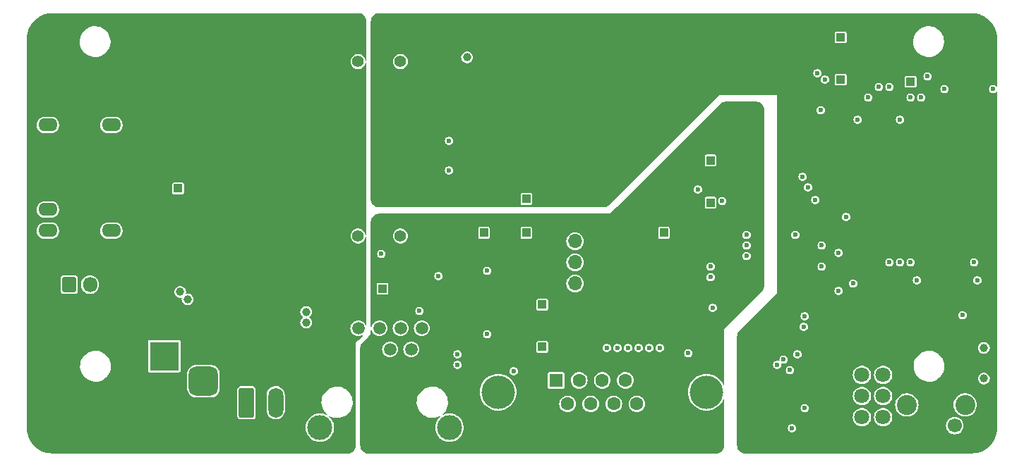
<source format=gbr>
%TF.GenerationSoftware,KiCad,Pcbnew,7.0.10*%
%TF.CreationDate,2024-04-30T16:31:27+09:00*%
%TF.ProjectId,ESP_Weight,4553505f-5765-4696-9768-742e6b696361,rev?*%
%TF.SameCoordinates,Original*%
%TF.FileFunction,Copper,L2,Inr*%
%TF.FilePolarity,Positive*%
%FSLAX46Y46*%
G04 Gerber Fmt 4.6, Leading zero omitted, Abs format (unit mm)*
G04 Created by KiCad (PCBNEW 7.0.10) date 2024-04-30 16:31:27*
%MOMM*%
%LPD*%
G01*
G04 APERTURE LIST*
G04 Aperture macros list*
%AMRoundRect*
0 Rectangle with rounded corners*
0 $1 Rounding radius*
0 $2 $3 $4 $5 $6 $7 $8 $9 X,Y pos of 4 corners*
0 Add a 4 corners polygon primitive as box body*
4,1,4,$2,$3,$4,$5,$6,$7,$8,$9,$2,$3,0*
0 Add four circle primitives for the rounded corners*
1,1,$1+$1,$2,$3*
1,1,$1+$1,$4,$5*
1,1,$1+$1,$6,$7*
1,1,$1+$1,$8,$9*
0 Add four rect primitives between the rounded corners*
20,1,$1+$1,$2,$3,$4,$5,0*
20,1,$1+$1,$4,$5,$6,$7,0*
20,1,$1+$1,$6,$7,$8,$9,0*
20,1,$1+$1,$8,$9,$2,$3,0*%
G04 Aperture macros list end*
%TA.AperFunction,ComponentPad*%
%ADD10C,1.800000*%
%TD*%
%TA.AperFunction,ComponentPad*%
%ADD11C,1.000000*%
%TD*%
%TA.AperFunction,ComponentPad*%
%ADD12R,1.000000X1.000000*%
%TD*%
%TA.AperFunction,ComponentPad*%
%ADD13C,1.400000*%
%TD*%
%TA.AperFunction,ComponentPad*%
%ADD14R,1.500000X1.500000*%
%TD*%
%TA.AperFunction,ComponentPad*%
%ADD15C,1.500000*%
%TD*%
%TA.AperFunction,ComponentPad*%
%ADD16C,3.000000*%
%TD*%
%TA.AperFunction,ComponentPad*%
%ADD17RoundRect,0.250000X-0.600000X-0.675000X0.600000X-0.675000X0.600000X0.675000X-0.600000X0.675000X0*%
%TD*%
%TA.AperFunction,ComponentPad*%
%ADD18O,1.700000X1.850000*%
%TD*%
%TA.AperFunction,ComponentPad*%
%ADD19O,2.300000X1.600000*%
%TD*%
%TA.AperFunction,ComponentPad*%
%ADD20C,0.630000*%
%TD*%
%TA.AperFunction,ComponentPad*%
%ADD21R,1.600000X1.600000*%
%TD*%
%TA.AperFunction,ComponentPad*%
%ADD22C,1.600000*%
%TD*%
%TA.AperFunction,ComponentPad*%
%ADD23C,4.000000*%
%TD*%
%TA.AperFunction,ComponentPad*%
%ADD24R,1.700000X1.700000*%
%TD*%
%TA.AperFunction,ComponentPad*%
%ADD25O,1.700000X1.700000*%
%TD*%
%TA.AperFunction,ComponentPad*%
%ADD26RoundRect,0.250000X-0.650000X-1.550000X0.650000X-1.550000X0.650000X1.550000X-0.650000X1.550000X0*%
%TD*%
%TA.AperFunction,ComponentPad*%
%ADD27O,1.800000X3.600000*%
%TD*%
%TA.AperFunction,ComponentPad*%
%ADD28R,3.500000X3.500000*%
%TD*%
%TA.AperFunction,ComponentPad*%
%ADD29RoundRect,0.750000X1.000000X-0.750000X1.000000X0.750000X-1.000000X0.750000X-1.000000X-0.750000X0*%
%TD*%
%TA.AperFunction,ComponentPad*%
%ADD30RoundRect,0.875000X0.875000X-0.875000X0.875000X0.875000X-0.875000X0.875000X-0.875000X-0.875000X0*%
%TD*%
%TA.AperFunction,ComponentPad*%
%ADD31C,2.400000*%
%TD*%
%TA.AperFunction,ComponentPad*%
%ADD32C,1.700000*%
%TD*%
%TA.AperFunction,ViaPad*%
%ADD33C,0.600000*%
%TD*%
%TA.AperFunction,ViaPad*%
%ADD34C,0.800000*%
%TD*%
%TA.AperFunction,ViaPad*%
%ADD35C,1.000000*%
%TD*%
G04 APERTURE END LIST*
D10*
%TO.N,Net-(D4-RK)*%
%TO.C,D4*%
X195326000Y-121105000D03*
%TO.N,Net-(D4-GK)*%
X195326000Y-123645000D03*
%TO.N,Net-(D4-BK)*%
X195326000Y-126185000D03*
%TO.N,+3.3V*%
X192786000Y-126185000D03*
%TO.N,/STATUS_1*%
X192786000Y-123645000D03*
%TO.N,/STATUS_2*%
X192786000Y-121105000D03*
%TD*%
D11*
%TO.N,/EN*%
%TO.C,JP2*%
X207421000Y-121539000D03*
%TO.N,GND*%
X206121000Y-121539000D03*
%TD*%
D12*
%TO.N,/SDA*%
%TO.C,TP8*%
X190246000Y-85598000D03*
%TD*%
%TO.N,GNDPWR*%
%TO.C,TP4*%
X115824000Y-98679000D03*
%TD*%
%TO.N,Net-(U10-SDA2)*%
%TO.C,TP10*%
X174625000Y-100394000D03*
%TD*%
%TO.N,/SCL*%
%TO.C,TP7*%
X190246000Y-80518000D03*
%TD*%
D11*
%TO.N,/IO0*%
%TO.C,JP1*%
X207421000Y-117856000D03*
%TO.N,GND*%
X206121000Y-117856000D03*
%TD*%
D13*
%TO.N,GNDPWR*%
%TO.C,U4*%
X129794000Y-83439000D03*
%TO.N,Net-(U4-+Vin)*%
X132334000Y-83439000D03*
%TO.N,GND*%
X134874000Y-83439000D03*
%TO.N,Net-(U4-+Vout)*%
X137414000Y-83439000D03*
%TD*%
D14*
%TO.N,GNDPWR*%
%TO.C,J4*%
X131087000Y-118035000D03*
D15*
%TO.N,Net-(C20-Pad1)*%
X132357000Y-115495000D03*
%TO.N,/Communication/5V_Comm_GND*%
X133627000Y-118035000D03*
%TO.N,/Communication/H_INT*%
X134897000Y-115495000D03*
%TO.N,/Communication/RFID_TX*%
X136167000Y-118035000D03*
%TO.N,/Communication/RFID_RX*%
X137437000Y-115495000D03*
%TO.N,/Communication/H_SDA*%
X138707000Y-118035000D03*
%TO.N,/Communication/H_SCL*%
X139977000Y-115495000D03*
D16*
%TO.N,N/C*%
X127762000Y-127435000D03*
X143302000Y-127435000D03*
%TD*%
D12*
%TO.N,/INT*%
%TO.C,TP18*%
X198628000Y-85852000D03*
%TD*%
%TO.N,GND*%
%TO.C,TP1*%
X147447000Y-99949000D03*
%TD*%
%TO.N,Net-(U10-SCL2)*%
%TO.C,TP9*%
X174625000Y-95314000D03*
%TD*%
%TO.N,/Communication/H_INT*%
%TO.C,TP17*%
X135255000Y-110744000D03*
%TD*%
%TO.N,+3.3V*%
%TO.C,TP2*%
X152527000Y-99949000D03*
%TD*%
D17*
%TO.N,Net-(J6-Pin_1)*%
%TO.C,J6*%
X97683000Y-110251000D03*
D18*
%TO.N,Net-(J6-Pin_2)*%
X100183000Y-110251000D03*
%TD*%
D13*
%TO.N,GNDPWR*%
%TO.C,U6*%
X129794000Y-104394000D03*
%TO.N,Net-(U6-+Vin)*%
X132334000Y-104394000D03*
%TO.N,/Communication/5V_Comm_GND*%
X134874000Y-104394000D03*
%TO.N,Net-(U6-+Vout)*%
X137414000Y-104394000D03*
%TD*%
D12*
%TO.N,/Communication/5V_Comm_GND*%
%TO.C,TP5*%
X163957000Y-104013000D03*
%TD*%
D19*
%TO.N,N/C*%
%TO.C,K1*%
X95123000Y-91059000D03*
%TO.N,Net-(J6-Pin_1)*%
X95123000Y-101219000D03*
%TO.N,Net-(D1-K)*%
X95123000Y-103759000D03*
%TO.N,unconnected-(K1-Pad7)*%
X102743000Y-103759000D03*
%TO.N,GNDPWR*%
X102743000Y-101219000D03*
%TO.N,+12V*%
X102743000Y-91059000D03*
%TD*%
D12*
%TO.N,/Communication/H_SDA*%
%TO.C,TP12*%
X154432000Y-117729000D03*
%TD*%
D20*
%TO.N,GNDPWR*%
%TO.C,U2*%
X123347000Y-114920000D03*
X122047000Y-114920000D03*
X120747000Y-114920000D03*
X123347000Y-116220000D03*
X122047000Y-116220000D03*
X120747000Y-116220000D03*
%TD*%
D21*
%TO.N,unconnected-(J7-Pad1)*%
%TO.C,J7*%
X156095000Y-121747000D03*
D22*
%TO.N,/Communication/COMM_RX*%
X158865000Y-121747000D03*
%TO.N,/Communication/COMM_TX*%
X161635000Y-121747000D03*
%TO.N,unconnected-(J7-Pad4)*%
X164405000Y-121747000D03*
%TO.N,/Communication/5V_Comm_GND*%
X167175000Y-121747000D03*
%TO.N,unconnected-(J7-Pad6)*%
X157480000Y-124587000D03*
%TO.N,unconnected-(J7-Pad7)*%
X160250000Y-124587000D03*
%TO.N,unconnected-(J7-Pad8)*%
X163020000Y-124587000D03*
%TO.N,unconnected-(J7-Pad9)*%
X165790000Y-124587000D03*
D23*
%TO.N,N/C*%
X149135000Y-123167000D03*
X174135000Y-123167000D03*
%TD*%
D12*
%TO.N,/Communication/H_SCL*%
%TO.C,TP11*%
X154432000Y-112649000D03*
%TD*%
%TO.N,+12V*%
%TO.C,TP3*%
X110744000Y-98679000D03*
%TD*%
%TO.N,/Communication/RFID_TX*%
%TO.C,TP13*%
X147447000Y-104013000D03*
%TD*%
%TO.N,/Communication/5V_Comm*%
%TO.C,TP6*%
X169037000Y-104013000D03*
%TD*%
D24*
%TO.N,/Communication/5V_Comm_GND*%
%TO.C,J2*%
X158369000Y-112649000D03*
D25*
%TO.N,/Communication/COMM_RX*%
X158369000Y-110109000D03*
%TO.N,/Communication/COMM_TX*%
X158369000Y-107569000D03*
%TO.N,unconnected-(J2-Pin_4-Pad4)*%
X158369000Y-105029000D03*
%TD*%
D26*
%TO.N,Net-(J3-Pin_1)*%
%TO.C,J3*%
X118955000Y-124448500D03*
D27*
%TO.N,Net-(J3-Pin_2)*%
X122455000Y-124448500D03*
%TD*%
D12*
%TO.N,/Communication/RFID_RX*%
%TO.C,TP14*%
X152527000Y-104013000D03*
%TD*%
D28*
%TO.N,Net-(J6-Pin_2)*%
%TO.C,J1*%
X109093000Y-118841000D03*
D29*
%TO.N,GNDPWR*%
X109093000Y-124841000D03*
D30*
%TO.N,N/C*%
X113793000Y-121841000D03*
%TD*%
D31*
%TO.N,*%
%TO.C,SW1*%
X205176001Y-124695000D03*
X198176001Y-124695000D03*
D32*
%TO.N,/EN*%
X203926001Y-127195000D03*
%TO.N,GND*%
X199426001Y-127195000D03*
%TD*%
D33*
%TO.N,GND*%
X203327000Y-82677000D03*
X193167000Y-86487000D03*
X152527000Y-92837000D03*
X183007000Y-92837000D03*
X150114000Y-87757000D03*
X147447000Y-82677000D03*
X142367000Y-97917000D03*
X198247000Y-92837000D03*
X139827000Y-80137000D03*
X162687000Y-97917000D03*
X195707000Y-82677000D03*
X200787000Y-125857000D03*
X205867000Y-100457000D03*
X205867000Y-95377000D03*
X144907000Y-92837000D03*
X203327000Y-100457000D03*
X180467000Y-125857000D03*
X152527000Y-82677000D03*
X165227000Y-90297000D03*
X149987000Y-80137000D03*
X203073000Y-108458000D03*
X203327000Y-97917000D03*
X144907000Y-97917000D03*
X208407000Y-80137000D03*
X180467000Y-80137000D03*
X172847000Y-85217000D03*
X198247000Y-118237000D03*
X205867000Y-102997000D03*
X183007000Y-95377000D03*
X155067000Y-85217000D03*
X134747000Y-87757000D03*
X208407000Y-82677000D03*
X190627000Y-125857000D03*
X160147000Y-87757000D03*
X205867000Y-97917000D03*
X160147000Y-100457000D03*
X134747000Y-80137000D03*
X200787000Y-102997000D03*
X165227000Y-80137000D03*
X157607000Y-87757000D03*
X160147000Y-90297000D03*
X167767000Y-85217000D03*
X177927000Y-82677000D03*
X208407000Y-90297000D03*
X162687000Y-85217000D03*
X162687000Y-82677000D03*
X149987000Y-85217000D03*
X149987000Y-82677000D03*
X205867000Y-128397000D03*
X193167000Y-100457000D03*
X195707000Y-113157000D03*
X183007000Y-90297000D03*
X147447000Y-90297000D03*
X160147000Y-82677000D03*
X162687000Y-87757000D03*
X193167000Y-80137000D03*
X167767000Y-87757000D03*
X134747000Y-92837000D03*
X193167000Y-92837000D03*
X147447000Y-85217000D03*
X155067000Y-92837000D03*
X198247000Y-120777000D03*
X165227000Y-82677000D03*
X162687000Y-92837000D03*
X198247000Y-102997000D03*
X203327000Y-92837000D03*
X205867000Y-110617000D03*
X134747000Y-95377000D03*
X188468000Y-90805000D03*
X193167000Y-102997000D03*
X188087000Y-125857000D03*
X160147000Y-85344000D03*
X195707000Y-97917000D03*
X205867000Y-120777000D03*
X183007000Y-102997000D03*
X142367000Y-100457000D03*
X142367000Y-95377000D03*
X205867000Y-82677000D03*
X157607000Y-97917000D03*
X170307000Y-85217000D03*
X193167000Y-128397000D03*
X165227000Y-85217000D03*
X147447000Y-97917000D03*
X134747000Y-100457000D03*
X139827000Y-100457000D03*
X195707000Y-90297000D03*
X183007000Y-110617000D03*
X134747000Y-85217000D03*
X142367000Y-80137000D03*
X188087000Y-87757000D03*
X183007000Y-105537000D03*
X155067000Y-87757000D03*
X205867000Y-80137000D03*
X203327000Y-120777000D03*
X203327000Y-125857000D03*
X138557000Y-92837000D03*
X144907000Y-100457000D03*
X167767000Y-80137000D03*
X157607000Y-82677000D03*
X172847000Y-82677000D03*
X183007000Y-108077000D03*
X208407000Y-125857000D03*
X137287000Y-100457000D03*
X147447000Y-92837000D03*
X167767000Y-82677000D03*
X195707000Y-85217000D03*
X155067000Y-82677000D03*
X170307000Y-80137000D03*
X183007000Y-97917000D03*
X183007000Y-87757000D03*
X144907000Y-90297000D03*
X208407000Y-128397000D03*
X137287000Y-85217000D03*
X183007000Y-100457000D03*
X183007000Y-82677000D03*
X155067000Y-90297000D03*
X205867000Y-92837000D03*
X149987000Y-90297000D03*
X203327000Y-102997000D03*
X157607000Y-92837000D03*
X195707000Y-80137000D03*
X195707000Y-128397000D03*
X198247000Y-82677000D03*
X134747000Y-90297000D03*
X203327000Y-113157000D03*
X137287000Y-80137000D03*
X134747000Y-97917000D03*
X188087000Y-113157000D03*
X137287000Y-97917000D03*
X152527000Y-90297000D03*
X191770000Y-109093000D03*
X144907000Y-80137000D03*
X162687000Y-80137000D03*
X198247000Y-100457000D03*
X149987000Y-92837000D03*
X172847000Y-80137000D03*
X139827000Y-85217000D03*
X205867000Y-115697000D03*
X147574000Y-87757000D03*
X157607000Y-80137000D03*
X139827000Y-97917000D03*
X155067000Y-80137000D03*
X144145000Y-94742000D03*
X152527000Y-80137000D03*
X139827000Y-95377000D03*
X149987000Y-100457000D03*
X160147000Y-97917000D03*
X157607000Y-100457000D03*
X187198000Y-96774000D03*
X167767000Y-90297000D03*
X180467000Y-123317000D03*
X198247000Y-90297000D03*
X203327000Y-123317000D03*
X152654000Y-87757000D03*
X200787000Y-110617000D03*
X193167000Y-118237000D03*
X170307000Y-82677000D03*
X165227000Y-92837000D03*
X157607000Y-85217000D03*
X195707000Y-102997000D03*
X193167000Y-97917000D03*
X208407000Y-87757000D03*
X197231000Y-86487000D03*
X203327000Y-90297000D03*
X165227000Y-87757000D03*
X203327000Y-80137000D03*
X152527000Y-85217000D03*
X157607000Y-90297000D03*
X145034000Y-87757000D03*
X203327000Y-95377000D03*
X203327000Y-118237000D03*
X160147000Y-80137000D03*
X193167000Y-82677000D03*
X200787000Y-100457000D03*
X193167000Y-95377000D03*
X144907000Y-85217000D03*
X147447000Y-80137000D03*
X139827000Y-87757000D03*
X188087000Y-80137000D03*
X162687000Y-90297000D03*
X155067000Y-100457000D03*
X195707000Y-95377000D03*
X198247000Y-80137000D03*
X160147000Y-92837000D03*
X200787000Y-92837000D03*
X208407000Y-123317000D03*
X193167000Y-90297000D03*
X152527000Y-97917000D03*
X149987000Y-97917000D03*
X155067000Y-97917000D03*
X200787000Y-90297000D03*
X200787000Y-128397000D03*
X198247000Y-115697000D03*
X195707000Y-100457000D03*
X139827000Y-90297000D03*
X198247000Y-128397000D03*
D34*
%TO.N,GNDPWR*%
X130683000Y-120777000D03*
X107823000Y-110617000D03*
X128143000Y-118237000D03*
X100203000Y-123317000D03*
X95123000Y-85217000D03*
X115443000Y-85217000D03*
X130683000Y-113538000D03*
X95123000Y-123317000D03*
X105283000Y-87757000D03*
X123063000Y-87757000D03*
X128143000Y-82931000D03*
X105283000Y-108077000D03*
X102743000Y-125857000D03*
X110363000Y-128397000D03*
X97663000Y-108077000D03*
X100203000Y-95377000D03*
X130683000Y-97917000D03*
X107823000Y-102997000D03*
X125603000Y-102997000D03*
X128143000Y-97917000D03*
X131064000Y-92837000D03*
X100203000Y-85217000D03*
X110363000Y-115697000D03*
X95123000Y-80137000D03*
X95123000Y-92837000D03*
X100203000Y-115697000D03*
X97663000Y-125857000D03*
X112903000Y-100457000D03*
X128143000Y-100457000D03*
X97663000Y-87757000D03*
X128143000Y-80137000D03*
X102743000Y-97917000D03*
X120523000Y-97917000D03*
X105283000Y-95377000D03*
X95123000Y-97917000D03*
X112903000Y-85217000D03*
X100203000Y-102997000D03*
X97663000Y-90297000D03*
X100203000Y-97917000D03*
X97663000Y-85217000D03*
X125603000Y-100457000D03*
X125603000Y-82931000D03*
X112903000Y-125857000D03*
X125603000Y-123317000D03*
X125603000Y-118237000D03*
X115443000Y-105537000D03*
X110363000Y-90297000D03*
X97663000Y-118237000D03*
X130683000Y-80137000D03*
X125603000Y-90297000D03*
X123063000Y-80137000D03*
X105283000Y-97917000D03*
X97663000Y-97917000D03*
D35*
X112268000Y-108458000D03*
D34*
X123571000Y-100457000D03*
X105283000Y-128397000D03*
X117983000Y-110617000D03*
X120523000Y-100457000D03*
X117983000Y-95377000D03*
X107823000Y-113157000D03*
X95123000Y-118237000D03*
X123063000Y-92837000D03*
D35*
X132207000Y-109347000D03*
D34*
X105283000Y-80137000D03*
X100203000Y-90297000D03*
X125603000Y-128397000D03*
X97663000Y-128397000D03*
X102743000Y-123317000D03*
X112903000Y-92837000D03*
X130683000Y-85217000D03*
X120523000Y-95377000D03*
X95123000Y-128397000D03*
X123063000Y-95377000D03*
X117983000Y-105537000D03*
X107823000Y-95377000D03*
X115443000Y-87757000D03*
X110363000Y-82677000D03*
X115443000Y-102997000D03*
X115443000Y-113792000D03*
X123063000Y-128397000D03*
X120523000Y-105537000D03*
X100203000Y-87757000D03*
X107823000Y-128397000D03*
X95123000Y-108077000D03*
D35*
X113538000Y-108458000D03*
D34*
X115443000Y-125857000D03*
X112903000Y-90297000D03*
X97663000Y-80137000D03*
X120523000Y-85217000D03*
X128143000Y-113538000D03*
X107823000Y-82677000D03*
X125603000Y-97917000D03*
X107823000Y-97917000D03*
X97663000Y-100457000D03*
X117983000Y-108077000D03*
X97663000Y-120777000D03*
X95123000Y-95377000D03*
X125603000Y-125857000D03*
X112903000Y-128397000D03*
X100203000Y-100457000D03*
X107823000Y-100457000D03*
X123571000Y-105537000D03*
X105283000Y-120777000D03*
X131064000Y-87757000D03*
X125603000Y-80137000D03*
X102743000Y-128397000D03*
X120523000Y-102997000D03*
X105283000Y-102997000D03*
X128143000Y-120777000D03*
X107823000Y-87757000D03*
X131064000Y-90297000D03*
X105283000Y-85217000D03*
X123063000Y-90297000D03*
X123571000Y-108077000D03*
X110363000Y-80137000D03*
X130683000Y-102997000D03*
X100203000Y-128397000D03*
X125603000Y-87757000D03*
X120523000Y-108077000D03*
X115443000Y-128397000D03*
X130683000Y-108077000D03*
X128143000Y-108077000D03*
X115443000Y-82677000D03*
X128143000Y-102997000D03*
D35*
X105918000Y-110363000D03*
D34*
X128143000Y-110617000D03*
X125603000Y-92837000D03*
X102743000Y-87757000D03*
X97663000Y-92837000D03*
X110363000Y-113157000D03*
X130683000Y-128397000D03*
X95123000Y-120777000D03*
X105283000Y-125857000D03*
X115443000Y-90297000D03*
X120523000Y-92837000D03*
X105283000Y-100457000D03*
X123571000Y-102997000D03*
X102743000Y-95377000D03*
X120523000Y-90297000D03*
X112903000Y-82677000D03*
X131064000Y-95377000D03*
X95123000Y-87757000D03*
X120523000Y-128397000D03*
X95123000Y-113157000D03*
D33*
X122682000Y-121158000D03*
D34*
X117983000Y-120777000D03*
X105283000Y-82677000D03*
X97663000Y-123317000D03*
D33*
X122682000Y-120142000D03*
D34*
X117983000Y-113792000D03*
X120523000Y-80137000D03*
X112903000Y-102997000D03*
X117983000Y-80137000D03*
X97663000Y-82677000D03*
X125603000Y-120777000D03*
X115443000Y-80137000D03*
X120523000Y-125857000D03*
X128143000Y-115697000D03*
X105283000Y-123317000D03*
X97663000Y-115697000D03*
X115443000Y-110617000D03*
X130683000Y-115697000D03*
X110363000Y-85217000D03*
X95123000Y-110617000D03*
X115443000Y-100457000D03*
X95123000Y-125857000D03*
X97663000Y-95377000D03*
X95123000Y-115697000D03*
X130683000Y-100457000D03*
X110363000Y-87757000D03*
X117983000Y-100457000D03*
X102743000Y-85217000D03*
X117983000Y-102997000D03*
X112903000Y-80137000D03*
X117983000Y-128397000D03*
X120523000Y-87757000D03*
D35*
X105791000Y-105537000D03*
X123952000Y-110744000D03*
D34*
X112903000Y-87757000D03*
X107823000Y-85217000D03*
X100203000Y-125857000D03*
X95123000Y-82677000D03*
X117983000Y-97917000D03*
X107823000Y-80137000D03*
X117983000Y-115697000D03*
X100203000Y-92837000D03*
D35*
X114808000Y-108458000D03*
D33*
%TO.N,/EN*%
X202692000Y-86741000D03*
D35*
%TO.N,+12V*%
X126111000Y-114808000D03*
X110998000Y-111125000D03*
X111887000Y-112014000D03*
X126111000Y-113538000D03*
D33*
%TO.N,Net-(J5-VDD)*%
X184404000Y-127508000D03*
X185928000Y-125095000D03*
%TO.N,/SDA*%
X188341000Y-85598000D03*
X186309000Y-98552000D03*
%TO.N,/SCL*%
X185674000Y-97282000D03*
X187452000Y-84836000D03*
%TO.N,/IO0*%
X189992000Y-106426000D03*
%TO.N,/M2*%
X143256000Y-96520000D03*
X194818000Y-86487000D03*
%TO.N,/M1*%
X143256000Y-92964000D03*
X196088000Y-86487000D03*
%TO.N,/USER_4*%
X198628000Y-87757000D03*
X187960000Y-105537000D03*
%TO.N,/USER_3*%
X193548000Y-87757000D03*
X187960000Y-108077000D03*
%TO.N,/Communication/5V_Comm_GND*%
X170307000Y-104775000D03*
X175387000Y-114935000D03*
X180467000Y-92075000D03*
X152527000Y-122555000D03*
X167767000Y-120015000D03*
X160147000Y-107315000D03*
X180467000Y-94615000D03*
X144907000Y-102235000D03*
X175514000Y-107442000D03*
X139954000Y-116967000D03*
X175387000Y-117475000D03*
X170307000Y-127635000D03*
X144907000Y-114935000D03*
X134747000Y-122555000D03*
X152527000Y-125095000D03*
X172847000Y-127635000D03*
X155067000Y-127635000D03*
X144907000Y-130175000D03*
X172847000Y-130175000D03*
X139827000Y-104775000D03*
X160147000Y-112395000D03*
X157607000Y-122555000D03*
X139827000Y-127635000D03*
X153416000Y-107315000D03*
X149987000Y-107315000D03*
X170307000Y-114935000D03*
X172847000Y-120015000D03*
X142367000Y-102235000D03*
X172847000Y-102235000D03*
X180467000Y-102235000D03*
X172847000Y-99695000D03*
X160147000Y-122555000D03*
X134747000Y-130175000D03*
X152527000Y-130175000D03*
X155067000Y-114935000D03*
X139827000Y-102235000D03*
X157607000Y-114935000D03*
X157607000Y-117475000D03*
X175387000Y-97155000D03*
X152527000Y-127635000D03*
X155067000Y-109855000D03*
X147447000Y-117475000D03*
X149987000Y-127635000D03*
X180467000Y-89535000D03*
X134747000Y-125095000D03*
X149987000Y-114935000D03*
X155067000Y-125095000D03*
X170307000Y-125095000D03*
X167767000Y-107315000D03*
X162687000Y-122555000D03*
X165227000Y-130175000D03*
X139827000Y-122555000D03*
X170307000Y-97155000D03*
X170307000Y-117475000D03*
X177927000Y-94615000D03*
X172847000Y-117475000D03*
X157607000Y-130175000D03*
X175387000Y-102235000D03*
X134747000Y-102235000D03*
X137287000Y-113411000D03*
X170307000Y-120015000D03*
X167767000Y-130175000D03*
X147447000Y-125095000D03*
X157607000Y-127635000D03*
X160147000Y-130175000D03*
X137287000Y-130175000D03*
X134747000Y-120015000D03*
X172847000Y-114935000D03*
X160147000Y-127635000D03*
X167767000Y-125095000D03*
X175387000Y-130175000D03*
X177927000Y-102235000D03*
X137287000Y-125095000D03*
X134747000Y-127635000D03*
X165227000Y-104775000D03*
X165227000Y-107315000D03*
X170307000Y-122555000D03*
X175387000Y-120015000D03*
X142367000Y-130175000D03*
X175387000Y-104775000D03*
X147447000Y-130175000D03*
X167767000Y-99695000D03*
X172847000Y-104775000D03*
X139827000Y-130175000D03*
X134747000Y-117475000D03*
X134747000Y-107315000D03*
X144907000Y-122555000D03*
X162687000Y-107315000D03*
X137287000Y-127635000D03*
X162687000Y-127635000D03*
X175387000Y-89535000D03*
X180467000Y-104775000D03*
X165227000Y-127635000D03*
X147447000Y-107315000D03*
X160147000Y-104775000D03*
X152527000Y-114935000D03*
X167767000Y-127635000D03*
X144907000Y-125095000D03*
X137287000Y-109855000D03*
X162687000Y-104775000D03*
X155067000Y-130175000D03*
X149987000Y-130175000D03*
X180467000Y-107315000D03*
X147447000Y-127635000D03*
X170307000Y-130175000D03*
X175387000Y-127635000D03*
X137287000Y-102235000D03*
X180467000Y-109855000D03*
X162687000Y-130175000D03*
X172847000Y-94615000D03*
X149987000Y-104775000D03*
X142367000Y-104775000D03*
X137287000Y-122555000D03*
X139827000Y-107315000D03*
X167767000Y-104775000D03*
X170307000Y-107315000D03*
%TO.N,/Communication/5V_Comm*%
X151003000Y-120650000D03*
X135128000Y-106553000D03*
X141986000Y-109220000D03*
X173101000Y-98806000D03*
X176022000Y-100203000D03*
X139700000Y-113411000D03*
X174879000Y-113030000D03*
X178943000Y-104267000D03*
X171958000Y-118491000D03*
%TO.N,Net-(U10-SDA2)*%
X147828000Y-116205000D03*
%TO.N,Net-(U10-SCL2)*%
X147828000Y-108585000D03*
%TO.N,/Communication/RFID_TX*%
X144272000Y-119888000D03*
X168529000Y-117856000D03*
%TO.N,/Communication/RFID_RX*%
X144272000Y-118618000D03*
X167259000Y-117856000D03*
%TO.N,Net-(U11-VID)*%
X178943000Y-105537000D03*
X162179000Y-117856000D03*
%TO.N,Net-(U11-VIC)*%
X165989000Y-117856000D03*
X178943000Y-106807000D03*
%TO.N,Net-(U11-VOB)*%
X174625000Y-108077000D03*
X163449000Y-117856000D03*
%TO.N,Net-(U11-VOA)*%
X174625000Y-109347000D03*
X164719000Y-117856000D03*
%TO.N,/STATUS_1*%
X190881000Y-102108000D03*
%TO.N,/STATUS_2*%
X192278000Y-90424000D03*
%TO.N,+3.3V*%
X187198000Y-100076000D03*
X199390000Y-109728000D03*
X204851000Y-113919000D03*
D35*
X145415000Y-82931000D03*
D33*
X200660000Y-85217000D03*
X185928000Y-114046000D03*
X206629000Y-109728000D03*
X189992000Y-110998000D03*
X184785000Y-104267000D03*
X208534000Y-86741000D03*
X187833000Y-89281000D03*
%TO.N,/SD_CS*%
X185039000Y-118618000D03*
X196088000Y-107569000D03*
%TO.N,/SD_MOSI*%
X206248000Y-107569000D03*
X184150000Y-120523000D03*
%TO.N,/SD_CLK*%
X197358000Y-107569000D03*
X183388000Y-119253000D03*
%TO.N,/SD_MISO*%
X182626000Y-119888000D03*
X198628000Y-107569000D03*
%TO.N,/SD_DET*%
X199898000Y-87757000D03*
X185801000Y-115316000D03*
%TO.N,/SD_PWR*%
X191739500Y-110109000D03*
X197358000Y-90424000D03*
%TD*%
%TA.AperFunction,Conductor*%
%TO.N,GNDPWR*%
G36*
X132565963Y-77622547D02*
G01*
X132648113Y-77647466D01*
X132726795Y-77671334D01*
X132738109Y-77676020D01*
X132876517Y-77750001D01*
X132900139Y-77762627D01*
X132910327Y-77769434D01*
X133052348Y-77885988D01*
X133061011Y-77894651D01*
X133177565Y-78036672D01*
X133184372Y-78046860D01*
X133270977Y-78208886D01*
X133275666Y-78220205D01*
X133328998Y-78396020D01*
X133331388Y-78408037D01*
X133349699Y-78593943D01*
X133350000Y-78600069D01*
X133350000Y-83298145D01*
X133331694Y-83342339D01*
X133287500Y-83360645D01*
X133243306Y-83342339D01*
X133225342Y-83304679D01*
X133219674Y-83250744D01*
X133161179Y-83070716D01*
X133066533Y-82906784D01*
X132939871Y-82766112D01*
X132930110Y-82759020D01*
X132786734Y-82654851D01*
X132786725Y-82654846D01*
X132613814Y-82577860D01*
X132613797Y-82577854D01*
X132428646Y-82538500D01*
X132239354Y-82538500D01*
X132054202Y-82577854D01*
X132054185Y-82577860D01*
X131881274Y-82654846D01*
X131881265Y-82654851D01*
X131728129Y-82766111D01*
X131728128Y-82766112D01*
X131601466Y-82906785D01*
X131506818Y-83070721D01*
X131448326Y-83250741D01*
X131428540Y-83439000D01*
X131448326Y-83627258D01*
X131506818Y-83807278D01*
X131506820Y-83807282D01*
X131506821Y-83807284D01*
X131601467Y-83971216D01*
X131714118Y-84096327D01*
X131728128Y-84111887D01*
X131728129Y-84111888D01*
X131881265Y-84223148D01*
X131881274Y-84223153D01*
X132054185Y-84300139D01*
X132054188Y-84300140D01*
X132054197Y-84300144D01*
X132239354Y-84339500D01*
X132428646Y-84339500D01*
X132613803Y-84300144D01*
X132786730Y-84223151D01*
X132939871Y-84111888D01*
X133066533Y-83971216D01*
X133161179Y-83807284D01*
X133219674Y-83627256D01*
X133225342Y-83573319D01*
X133248167Y-83531282D01*
X133294033Y-83517696D01*
X133336072Y-83540521D01*
X133350000Y-83579854D01*
X133350000Y-104253145D01*
X133331694Y-104297339D01*
X133287500Y-104315645D01*
X133243306Y-104297339D01*
X133225342Y-104259679D01*
X133219674Y-104205744D01*
X133161179Y-104025716D01*
X133066533Y-103861784D01*
X132939871Y-103721112D01*
X132921905Y-103708059D01*
X132786734Y-103609851D01*
X132786725Y-103609846D01*
X132613814Y-103532860D01*
X132613797Y-103532854D01*
X132428646Y-103493500D01*
X132239354Y-103493500D01*
X132054202Y-103532854D01*
X132054185Y-103532860D01*
X131881274Y-103609846D01*
X131881265Y-103609851D01*
X131728129Y-103721111D01*
X131728128Y-103721112D01*
X131601466Y-103861785D01*
X131506818Y-104025721D01*
X131448326Y-104205741D01*
X131428540Y-104394000D01*
X131448326Y-104582258D01*
X131506818Y-104762278D01*
X131506820Y-104762282D01*
X131506821Y-104762284D01*
X131601467Y-104926216D01*
X131714118Y-105051327D01*
X131728128Y-105066887D01*
X131728129Y-105066888D01*
X131881265Y-105178148D01*
X131881274Y-105178153D01*
X132054185Y-105255139D01*
X132054188Y-105255140D01*
X132054197Y-105255144D01*
X132239354Y-105294500D01*
X132428646Y-105294500D01*
X132613803Y-105255144D01*
X132786730Y-105178151D01*
X132939871Y-105066888D01*
X133066533Y-104926216D01*
X133161179Y-104762284D01*
X133219674Y-104582256D01*
X133225342Y-104528319D01*
X133248167Y-104486282D01*
X133294033Y-104472696D01*
X133336072Y-104495521D01*
X133350000Y-104534854D01*
X133350000Y-115086909D01*
X133331694Y-115131103D01*
X133287500Y-115149409D01*
X133243306Y-115131103D01*
X133232380Y-115116371D01*
X133151139Y-114964380D01*
X133151135Y-114964374D01*
X133032357Y-114819643D01*
X132887625Y-114700864D01*
X132887619Y-114700860D01*
X132722506Y-114612606D01*
X132722503Y-114612605D01*
X132722501Y-114612604D01*
X132623723Y-114582640D01*
X132543329Y-114558252D01*
X132357000Y-114539901D01*
X132170670Y-114558252D01*
X132028267Y-114601450D01*
X131991499Y-114612604D01*
X131991498Y-114612604D01*
X131991493Y-114612606D01*
X131826380Y-114700860D01*
X131826374Y-114700864D01*
X131681643Y-114819643D01*
X131562864Y-114964374D01*
X131562860Y-114964380D01*
X131474606Y-115129493D01*
X131474604Y-115129498D01*
X131474604Y-115129499D01*
X131472653Y-115135930D01*
X131420252Y-115308670D01*
X131401901Y-115494999D01*
X131401901Y-115495000D01*
X131420252Y-115681329D01*
X131474606Y-115860506D01*
X131562860Y-116025619D01*
X131562864Y-116025625D01*
X131681643Y-116170357D01*
X131826375Y-116289136D01*
X131826377Y-116289137D01*
X131826380Y-116289139D01*
X131979065Y-116370750D01*
X131991499Y-116377396D01*
X132170669Y-116431747D01*
X132357000Y-116450099D01*
X132543331Y-116431747D01*
X132722501Y-116377396D01*
X132782936Y-116345092D01*
X132830541Y-116340404D01*
X132867518Y-116370750D01*
X132872207Y-116418356D01*
X132856592Y-116444407D01*
X132372894Y-116928105D01*
X132372888Y-116928112D01*
X132080000Y-117221000D01*
X132080000Y-117635214D01*
X132080000Y-117635218D01*
X132080000Y-129552930D01*
X132079699Y-129559056D01*
X132061388Y-129744962D01*
X132058998Y-129756979D01*
X132005666Y-129932794D01*
X132000977Y-129944113D01*
X131914372Y-130106139D01*
X131907565Y-130116327D01*
X131791011Y-130258348D01*
X131782348Y-130267011D01*
X131640327Y-130383565D01*
X131630139Y-130390372D01*
X131468113Y-130476977D01*
X131456794Y-130481666D01*
X131304680Y-130527809D01*
X131286537Y-130530500D01*
X95632630Y-130530500D01*
X95629359Y-130530414D01*
X95318057Y-130514099D01*
X95311551Y-130513415D01*
X95005277Y-130464905D01*
X94998878Y-130463545D01*
X94699353Y-130383287D01*
X94693131Y-130381266D01*
X94403629Y-130270136D01*
X94397652Y-130267475D01*
X94121353Y-130126691D01*
X94115688Y-130123420D01*
X93855621Y-129954529D01*
X93850328Y-129950683D01*
X93609342Y-129755534D01*
X93604481Y-129751157D01*
X93385214Y-129531887D01*
X93380836Y-129527025D01*
X93185685Y-129286030D01*
X93181844Y-129280743D01*
X93012955Y-129020671D01*
X93009686Y-129015009D01*
X92868901Y-128738696D01*
X92866251Y-128732743D01*
X92755123Y-128443235D01*
X92753101Y-128437014D01*
X92672842Y-128137467D01*
X92671487Y-128131090D01*
X92622978Y-127824792D01*
X92622296Y-127818291D01*
X92605942Y-127506145D01*
X92605856Y-127502875D01*
X92605856Y-127435003D01*
X126056732Y-127435003D01*
X126075778Y-127689156D01*
X126075778Y-127689158D01*
X126132489Y-127937630D01*
X126182794Y-128065803D01*
X126225607Y-128174888D01*
X126353041Y-128395612D01*
X126353043Y-128395615D01*
X126353047Y-128395621D01*
X126511943Y-128594869D01*
X126511946Y-128594872D01*
X126511950Y-128594877D01*
X126698783Y-128768232D01*
X126698788Y-128768235D01*
X126698791Y-128768238D01*
X126831802Y-128858922D01*
X126909366Y-128911805D01*
X127138996Y-129022389D01*
X127260769Y-129059951D01*
X127382534Y-129097511D01*
X127382537Y-129097511D01*
X127382542Y-129097513D01*
X127634565Y-129135500D01*
X127634571Y-129135500D01*
X127889429Y-129135500D01*
X127889435Y-129135500D01*
X128141458Y-129097513D01*
X128141463Y-129097511D01*
X128141466Y-129097511D01*
X128233033Y-129069265D01*
X128385004Y-129022389D01*
X128614634Y-128911805D01*
X128825217Y-128768232D01*
X129012050Y-128594877D01*
X129170959Y-128395612D01*
X129298393Y-128174888D01*
X129391508Y-127937637D01*
X129448222Y-127689157D01*
X129467268Y-127435000D01*
X129448222Y-127180843D01*
X129421967Y-127065813D01*
X129391510Y-126932369D01*
X129391508Y-126932363D01*
X129298393Y-126695112D01*
X129170959Y-126474388D01*
X129170954Y-126474382D01*
X129170952Y-126474378D01*
X129012056Y-126275130D01*
X129012053Y-126275127D01*
X129012050Y-126275123D01*
X128878417Y-126151130D01*
X128858473Y-126107653D01*
X128875113Y-126062805D01*
X128918592Y-126042860D01*
X128947455Y-126048724D01*
X129145221Y-126141433D01*
X129408119Y-126220527D01*
X129679731Y-126260500D01*
X129679732Y-126260500D01*
X129885544Y-126260500D01*
X129885547Y-126260500D01*
X129885550Y-126260499D01*
X129885568Y-126260499D01*
X130090796Y-126245478D01*
X130090798Y-126245477D01*
X130090805Y-126245477D01*
X130358775Y-126185784D01*
X130615198Y-126087711D01*
X130854609Y-125953347D01*
X131071904Y-125785557D01*
X131262454Y-125587916D01*
X131422196Y-125364637D01*
X131547727Y-125120479D01*
X131636370Y-124860646D01*
X131686236Y-124590674D01*
X131696262Y-124316320D01*
X131666236Y-124043429D01*
X131596796Y-123777818D01*
X131489423Y-123525148D01*
X131346405Y-123290804D01*
X131170791Y-123079782D01*
X131170785Y-123079777D01*
X131170778Y-123079769D01*
X130966321Y-122896575D01*
X130798602Y-122785614D01*
X130737359Y-122745096D01*
X130488779Y-122628567D01*
X130488776Y-122628566D01*
X130488777Y-122628566D01*
X130225890Y-122549475D01*
X130225876Y-122549472D01*
X129954275Y-122509500D01*
X129954269Y-122509500D01*
X129748453Y-122509500D01*
X129748431Y-122509500D01*
X129543203Y-122524521D01*
X129275225Y-122584216D01*
X129275223Y-122584216D01*
X129018800Y-122682289D01*
X128779390Y-122816653D01*
X128562093Y-122984445D01*
X128371542Y-123182088D01*
X128371541Y-123182089D01*
X128211807Y-123405358D01*
X128211804Y-123405362D01*
X128086269Y-123649528D01*
X127997634Y-123909340D01*
X127997628Y-123909360D01*
X127947765Y-124179317D01*
X127947763Y-124179338D01*
X127937737Y-124453676D01*
X127952810Y-124590661D01*
X127967764Y-124726571D01*
X128037204Y-124992182D01*
X128144577Y-125244852D01*
X128239827Y-125400925D01*
X128287596Y-125479198D01*
X128388091Y-125599954D01*
X128463209Y-125690218D01*
X128463213Y-125690222D01*
X128463221Y-125690230D01*
X128512630Y-125734500D01*
X128605696Y-125817887D01*
X128626395Y-125861012D01*
X128610537Y-125906142D01*
X128567412Y-125926841D01*
X128536872Y-125920746D01*
X128385005Y-125847611D01*
X128384995Y-125847608D01*
X128141465Y-125772488D01*
X128141466Y-125772488D01*
X127995976Y-125750558D01*
X127889435Y-125734500D01*
X127634565Y-125734500D01*
X127382533Y-125772488D01*
X127139004Y-125847608D01*
X127139000Y-125847609D01*
X126909365Y-125958195D01*
X126698791Y-126101761D01*
X126698784Y-126101766D01*
X126698783Y-126101768D01*
X126645581Y-126151132D01*
X126511948Y-126275125D01*
X126511943Y-126275130D01*
X126353047Y-126474378D01*
X126225608Y-126695109D01*
X126132489Y-126932369D01*
X126075778Y-127180841D01*
X126075778Y-127180843D01*
X126056732Y-127434996D01*
X126056732Y-127435003D01*
X92605856Y-127435003D01*
X92605856Y-126052762D01*
X117854500Y-126052762D01*
X117857353Y-126083196D01*
X117857354Y-126083201D01*
X117902207Y-126211382D01*
X117902207Y-126211383D01*
X117942528Y-126266016D01*
X117982850Y-126320650D01*
X118092118Y-126401293D01*
X118220301Y-126446146D01*
X118250734Y-126449000D01*
X118250738Y-126449000D01*
X119659262Y-126449000D01*
X119659266Y-126449000D01*
X119689699Y-126446146D01*
X119817882Y-126401293D01*
X119927150Y-126320650D01*
X120007793Y-126211382D01*
X120052646Y-126083199D01*
X120055500Y-126052766D01*
X120055500Y-125400925D01*
X121354500Y-125400925D01*
X121369472Y-125557719D01*
X121428683Y-125759375D01*
X121478021Y-125855077D01*
X121524989Y-125946182D01*
X121524991Y-125946185D01*
X121524994Y-125946189D01*
X121654908Y-126111386D01*
X121654909Y-126111387D01*
X121813740Y-126249016D01*
X121813741Y-126249016D01*
X121813744Y-126249019D01*
X121995756Y-126354104D01*
X122194367Y-126422844D01*
X122402398Y-126452754D01*
X122612330Y-126442754D01*
X122816576Y-126393204D01*
X123007753Y-126305896D01*
X123178952Y-126183986D01*
X123323986Y-126031878D01*
X123328468Y-126024904D01*
X123437610Y-125855077D01*
X123437610Y-125855076D01*
X123437613Y-125855072D01*
X123515725Y-125659957D01*
X123555500Y-125453585D01*
X123555500Y-123496075D01*
X123540528Y-123339282D01*
X123494372Y-123182088D01*
X123481316Y-123137624D01*
X123431978Y-123041922D01*
X123385011Y-122950818D01*
X123342353Y-122896575D01*
X123301192Y-122844234D01*
X123255092Y-122785614D01*
X123171308Y-122713014D01*
X123096259Y-122647983D01*
X122914244Y-122542896D01*
X122715633Y-122474156D01*
X122715631Y-122474155D01*
X122715629Y-122474155D01*
X122507598Y-122444245D01*
X122297675Y-122454245D01*
X122297669Y-122454245D01*
X122093424Y-122503796D01*
X121902245Y-122591105D01*
X121731050Y-122713011D01*
X121586009Y-122865127D01*
X121472389Y-123041922D01*
X121394276Y-123237037D01*
X121394275Y-123237040D01*
X121354500Y-123443416D01*
X121354500Y-125400925D01*
X120055500Y-125400925D01*
X120055500Y-122844234D01*
X120052646Y-122813801D01*
X120007793Y-122685618D01*
X120005336Y-122682289D01*
X119980016Y-122647981D01*
X119927150Y-122576350D01*
X119817882Y-122495707D01*
X119689701Y-122450854D01*
X119689696Y-122450853D01*
X119669699Y-122448978D01*
X119659266Y-122448000D01*
X118250734Y-122448000D01*
X118241124Y-122448901D01*
X118220303Y-122450853D01*
X118220298Y-122450854D01*
X118092117Y-122495707D01*
X118092116Y-122495707D01*
X117982850Y-122576350D01*
X117902207Y-122685616D01*
X117902207Y-122685617D01*
X117857354Y-122813798D01*
X117857353Y-122813803D01*
X117854500Y-122844237D01*
X117854500Y-126052762D01*
X92605856Y-126052762D01*
X92605856Y-122798112D01*
X111842500Y-122798112D01*
X111842501Y-122798147D01*
X111845247Y-122844257D01*
X111888908Y-123044964D01*
X111969762Y-123233776D01*
X112084886Y-123403873D01*
X112230126Y-123549113D01*
X112400223Y-123664237D01*
X112589035Y-123745091D01*
X112789742Y-123788752D01*
X112825127Y-123790859D01*
X112835882Y-123791500D01*
X112835887Y-123791500D01*
X114750113Y-123791500D01*
X114750118Y-123791500D01*
X114763874Y-123790680D01*
X114796257Y-123788752D01*
X114796261Y-123788751D01*
X114796263Y-123788751D01*
X114996965Y-123745091D01*
X115185777Y-123664237D01*
X115355875Y-123549112D01*
X115501112Y-123403875D01*
X115616237Y-123233777D01*
X115697091Y-123044965D01*
X115740751Y-122844263D01*
X115740751Y-122844261D01*
X115740752Y-122844257D01*
X115743498Y-122798147D01*
X115743500Y-122798112D01*
X115743500Y-120883887D01*
X115743498Y-120883852D01*
X115740752Y-120837742D01*
X115730692Y-120791499D01*
X115697091Y-120637035D01*
X115616237Y-120448223D01*
X115576166Y-120389018D01*
X115501113Y-120278126D01*
X115355873Y-120132886D01*
X115185776Y-120017762D01*
X114996964Y-119936908D01*
X114796257Y-119893247D01*
X114750147Y-119890501D01*
X114750122Y-119890500D01*
X114750118Y-119890500D01*
X112835882Y-119890500D01*
X112835877Y-119890500D01*
X112835852Y-119890501D01*
X112789742Y-119893247D01*
X112589035Y-119936908D01*
X112400223Y-120017762D01*
X112230126Y-120132886D01*
X112084886Y-120278126D01*
X111969762Y-120448223D01*
X111888908Y-120637035D01*
X111845247Y-120837742D01*
X111842501Y-120883852D01*
X111842500Y-120883887D01*
X111842500Y-122798112D01*
X92605856Y-122798112D01*
X92605856Y-120119761D01*
X98983787Y-120119761D01*
X99013413Y-120389011D01*
X99013414Y-120389018D01*
X99081928Y-120651088D01*
X99187870Y-120900390D01*
X99260000Y-121018579D01*
X99328983Y-121131612D01*
X99502253Y-121339818D01*
X99502267Y-121339832D01*
X99703988Y-121520574D01*
X99703993Y-121520578D01*
X99703998Y-121520582D01*
X99704003Y-121520585D01*
X99929906Y-121670042D01*
X99929908Y-121670043D01*
X99929910Y-121670044D01*
X100175176Y-121785020D01*
X100434569Y-121863060D01*
X100702561Y-121902500D01*
X100702562Y-121902500D01*
X100905628Y-121902500D01*
X100905631Y-121902500D01*
X100905634Y-121902499D01*
X100905652Y-121902499D01*
X101108147Y-121887678D01*
X101108149Y-121887677D01*
X101108156Y-121887677D01*
X101372553Y-121828780D01*
X101625558Y-121732014D01*
X101861777Y-121599441D01*
X102076177Y-121433888D01*
X102264186Y-121238881D01*
X102421799Y-121018579D01*
X102545656Y-120777675D01*
X102560027Y-120735552D01*
X102602604Y-120610748D01*
X107142500Y-120610748D01*
X107154132Y-120669230D01*
X107154133Y-120669232D01*
X107198447Y-120735552D01*
X107264767Y-120779866D01*
X107264769Y-120779867D01*
X107323252Y-120791500D01*
X110862748Y-120791500D01*
X110921231Y-120779867D01*
X110987552Y-120735552D01*
X111031867Y-120669231D01*
X111043500Y-120610748D01*
X111043500Y-117071252D01*
X111031867Y-117012769D01*
X111031866Y-117012767D01*
X110987552Y-116946447D01*
X110921232Y-116902133D01*
X110921230Y-116902132D01*
X110862748Y-116890500D01*
X107323252Y-116890500D01*
X107264769Y-116902132D01*
X107264767Y-116902133D01*
X107198447Y-116946447D01*
X107154133Y-117012767D01*
X107154132Y-117012769D01*
X107142500Y-117071251D01*
X107142500Y-120610748D01*
X102602604Y-120610748D01*
X102633118Y-120521305D01*
X102682319Y-120254933D01*
X102692212Y-119984235D01*
X102662586Y-119714982D01*
X102594072Y-119452912D01*
X102488130Y-119203610D01*
X102347018Y-118972390D01*
X102257743Y-118865115D01*
X102173746Y-118764181D01*
X102173732Y-118764167D01*
X101972011Y-118583425D01*
X101972004Y-118583420D01*
X101972002Y-118583418D01*
X101852807Y-118504559D01*
X101746093Y-118433957D01*
X101746091Y-118433956D01*
X101604610Y-118367633D01*
X101500824Y-118318980D01*
X101500821Y-118318979D01*
X101500819Y-118318978D01*
X101241440Y-118240942D01*
X101241426Y-118240939D01*
X100973445Y-118201500D01*
X100973439Y-118201500D01*
X100770369Y-118201500D01*
X100770347Y-118201500D01*
X100567852Y-118216321D01*
X100303447Y-118275220D01*
X100303445Y-118275220D01*
X100050440Y-118371986D01*
X99814223Y-118504558D01*
X99599824Y-118670111D01*
X99599815Y-118670118D01*
X99411817Y-118865115D01*
X99411809Y-118865124D01*
X99254204Y-119085414D01*
X99130340Y-119326332D01*
X99042886Y-119582681D01*
X99042880Y-119582701D01*
X98993682Y-119849058D01*
X98993680Y-119849079D01*
X98983787Y-120119761D01*
X92605856Y-120119761D01*
X92605856Y-114808003D01*
X125405355Y-114808003D01*
X125425858Y-114976864D01*
X125425859Y-114976870D01*
X125486182Y-115135931D01*
X125582811Y-115275922D01*
X125582816Y-115275928D01*
X125582817Y-115275929D01*
X125710148Y-115388734D01*
X125860775Y-115467790D01*
X126025944Y-115508500D01*
X126025946Y-115508500D01*
X126196054Y-115508500D01*
X126196056Y-115508500D01*
X126361225Y-115467790D01*
X126511852Y-115388734D01*
X126639183Y-115275929D01*
X126735818Y-115135930D01*
X126796140Y-114976872D01*
X126797658Y-114964374D01*
X126816645Y-114808003D01*
X126816645Y-114807996D01*
X126796141Y-114639135D01*
X126796140Y-114639129D01*
X126786081Y-114612606D01*
X126735818Y-114480070D01*
X126735817Y-114480068D01*
X126639188Y-114340077D01*
X126639181Y-114340069D01*
X126511850Y-114227264D01*
X126508739Y-114225117D01*
X126509861Y-114223490D01*
X126483278Y-114191604D01*
X126487599Y-114143965D01*
X126509532Y-114122031D01*
X126508739Y-114120883D01*
X126511850Y-114118735D01*
X126511849Y-114118735D01*
X126511852Y-114118734D01*
X126639183Y-114005929D01*
X126735818Y-113865930D01*
X126796140Y-113706872D01*
X126816645Y-113538000D01*
X126796140Y-113369128D01*
X126735818Y-113210070D01*
X126735817Y-113210068D01*
X126639188Y-113070077D01*
X126639181Y-113070069D01*
X126511851Y-112957265D01*
X126361226Y-112878210D01*
X126196059Y-112837500D01*
X126196056Y-112837500D01*
X126025944Y-112837500D01*
X126025940Y-112837500D01*
X125860773Y-112878210D01*
X125710148Y-112957265D01*
X125582818Y-113070069D01*
X125582811Y-113070077D01*
X125486182Y-113210068D01*
X125425859Y-113369129D01*
X125425858Y-113369135D01*
X125405355Y-113537996D01*
X125405355Y-113538003D01*
X125425858Y-113706864D01*
X125425859Y-113706870D01*
X125486182Y-113865931D01*
X125582811Y-114005922D01*
X125582818Y-114005930D01*
X125710149Y-114118735D01*
X125713261Y-114120883D01*
X125712141Y-114122505D01*
X125738727Y-114154414D01*
X125734391Y-114202053D01*
X125712471Y-114223972D01*
X125713261Y-114225117D01*
X125710149Y-114227264D01*
X125582818Y-114340069D01*
X125582811Y-114340077D01*
X125486182Y-114480068D01*
X125425859Y-114639129D01*
X125425858Y-114639135D01*
X125405355Y-114807996D01*
X125405355Y-114808003D01*
X92605856Y-114808003D01*
X92605856Y-110980262D01*
X96632500Y-110980262D01*
X96635353Y-111010696D01*
X96635354Y-111010701D01*
X96680207Y-111138882D01*
X96680207Y-111138883D01*
X96720528Y-111193516D01*
X96760850Y-111248150D01*
X96870118Y-111328793D01*
X96998301Y-111373646D01*
X97028734Y-111376500D01*
X97028738Y-111376500D01*
X98337262Y-111376500D01*
X98337266Y-111376500D01*
X98367699Y-111373646D01*
X98495882Y-111328793D01*
X98605150Y-111248150D01*
X98685793Y-111138882D01*
X98730646Y-111010699D01*
X98733500Y-110980266D01*
X98733500Y-110377603D01*
X99132500Y-110377603D01*
X99147699Y-110531930D01*
X99147700Y-110531935D01*
X99207766Y-110729949D01*
X99207768Y-110729954D01*
X99305311Y-110912444D01*
X99305319Y-110912455D01*
X99360966Y-110980262D01*
X99436590Y-111072410D01*
X99596550Y-111203685D01*
X99596553Y-111203686D01*
X99596555Y-111203688D01*
X99671912Y-111243967D01*
X99779046Y-111301232D01*
X99977066Y-111361300D01*
X100183000Y-111381583D01*
X100388934Y-111361300D01*
X100586954Y-111301232D01*
X100769450Y-111203685D01*
X100865325Y-111125003D01*
X110292355Y-111125003D01*
X110312858Y-111293864D01*
X110312859Y-111293870D01*
X110373182Y-111452931D01*
X110469811Y-111592922D01*
X110469816Y-111592928D01*
X110469817Y-111592929D01*
X110597148Y-111705734D01*
X110747775Y-111784790D01*
X110912944Y-111825500D01*
X110912946Y-111825500D01*
X111083056Y-111825500D01*
X111120065Y-111816378D01*
X111167356Y-111823575D01*
X111195707Y-111862104D01*
X111197067Y-111884595D01*
X111181355Y-112013996D01*
X111181355Y-112014003D01*
X111201858Y-112182864D01*
X111201859Y-112182870D01*
X111262182Y-112341931D01*
X111358811Y-112481922D01*
X111358816Y-112481928D01*
X111358817Y-112481929D01*
X111486148Y-112594734D01*
X111636775Y-112673790D01*
X111801944Y-112714500D01*
X111801946Y-112714500D01*
X111972054Y-112714500D01*
X111972056Y-112714500D01*
X112137225Y-112673790D01*
X112287852Y-112594734D01*
X112415183Y-112481929D01*
X112511818Y-112341930D01*
X112572140Y-112182872D01*
X112592645Y-112014000D01*
X112572140Y-111845128D01*
X112511818Y-111686070D01*
X112447528Y-111592930D01*
X112415188Y-111546077D01*
X112415181Y-111546069D01*
X112287851Y-111433265D01*
X112137226Y-111354210D01*
X111972059Y-111313500D01*
X111972056Y-111313500D01*
X111801944Y-111313500D01*
X111801938Y-111313500D01*
X111764932Y-111322621D01*
X111717641Y-111315422D01*
X111689292Y-111276893D01*
X111687932Y-111254403D01*
X111688692Y-111248150D01*
X111701959Y-111138883D01*
X111703645Y-111125002D01*
X111703645Y-111124996D01*
X111683141Y-110956135D01*
X111683140Y-110956129D01*
X111622817Y-110797068D01*
X111526188Y-110657077D01*
X111526181Y-110657069D01*
X111398851Y-110544265D01*
X111248226Y-110465210D01*
X111083059Y-110424500D01*
X111083056Y-110424500D01*
X110912944Y-110424500D01*
X110912940Y-110424500D01*
X110747773Y-110465210D01*
X110597148Y-110544265D01*
X110469818Y-110657069D01*
X110469811Y-110657077D01*
X110373182Y-110797068D01*
X110312859Y-110956129D01*
X110312858Y-110956135D01*
X110292355Y-111124996D01*
X110292355Y-111125003D01*
X100865325Y-111125003D01*
X100929410Y-111072410D01*
X101060685Y-110912450D01*
X101158232Y-110729954D01*
X101218300Y-110531934D01*
X101233500Y-110377608D01*
X101233500Y-110124392D01*
X101218300Y-109970066D01*
X101158232Y-109772046D01*
X101060685Y-109589550D01*
X100929410Y-109429590D01*
X100769450Y-109298315D01*
X100769448Y-109298313D01*
X100769444Y-109298311D01*
X100586954Y-109200768D01*
X100586949Y-109200766D01*
X100388935Y-109140700D01*
X100388930Y-109140699D01*
X100183000Y-109120417D01*
X99977069Y-109140699D01*
X99977064Y-109140700D01*
X99779050Y-109200766D01*
X99779045Y-109200768D01*
X99596555Y-109298311D01*
X99596544Y-109298319D01*
X99436591Y-109429588D01*
X99436588Y-109429591D01*
X99305319Y-109589544D01*
X99305311Y-109589555D01*
X99207768Y-109772045D01*
X99207766Y-109772050D01*
X99147700Y-109970064D01*
X99147699Y-109970069D01*
X99132500Y-110124396D01*
X99132500Y-110377603D01*
X98733500Y-110377603D01*
X98733500Y-109521734D01*
X98730646Y-109491301D01*
X98685793Y-109363118D01*
X98605150Y-109253850D01*
X98495882Y-109173207D01*
X98367701Y-109128354D01*
X98367696Y-109128353D01*
X98347699Y-109126478D01*
X98337266Y-109125500D01*
X97028734Y-109125500D01*
X97019124Y-109126401D01*
X96998303Y-109128353D01*
X96998298Y-109128354D01*
X96870117Y-109173207D01*
X96870116Y-109173207D01*
X96760850Y-109253850D01*
X96680207Y-109363116D01*
X96680207Y-109363117D01*
X96635354Y-109491298D01*
X96635353Y-109491303D01*
X96632500Y-109521737D01*
X96632500Y-110980262D01*
X92605856Y-110980262D01*
X92605856Y-103809938D01*
X93768631Y-103809938D01*
X93799443Y-104011065D01*
X93799444Y-104011070D01*
X93870114Y-104201888D01*
X93977744Y-104374566D01*
X93977745Y-104374568D01*
X94117939Y-104522052D01*
X94204437Y-104582256D01*
X94284951Y-104638295D01*
X94471942Y-104718540D01*
X94671259Y-104759500D01*
X94671262Y-104759500D01*
X95523749Y-104759500D01*
X95629929Y-104748701D01*
X95675438Y-104744074D01*
X95869588Y-104683159D01*
X96047502Y-104584409D01*
X96201895Y-104451866D01*
X96326448Y-104290958D01*
X96416060Y-104108271D01*
X96467063Y-103911285D01*
X96472203Y-103809938D01*
X101388631Y-103809938D01*
X101419443Y-104011065D01*
X101419444Y-104011070D01*
X101490114Y-104201888D01*
X101597744Y-104374566D01*
X101597745Y-104374568D01*
X101737939Y-104522052D01*
X101824437Y-104582256D01*
X101904951Y-104638295D01*
X102091942Y-104718540D01*
X102291259Y-104759500D01*
X102291262Y-104759500D01*
X103143749Y-104759500D01*
X103249929Y-104748701D01*
X103295438Y-104744074D01*
X103489588Y-104683159D01*
X103667502Y-104584409D01*
X103821895Y-104451866D01*
X103946448Y-104290958D01*
X104036060Y-104108271D01*
X104087063Y-103911285D01*
X104097369Y-103708064D01*
X104066556Y-103506929D01*
X103995886Y-103316113D01*
X103940365Y-103227037D01*
X103888255Y-103143433D01*
X103888254Y-103143431D01*
X103748060Y-102995947D01*
X103581049Y-102879705D01*
X103394057Y-102799459D01*
X103194743Y-102758500D01*
X103194741Y-102758500D01*
X102342258Y-102758500D01*
X102342251Y-102758500D01*
X102190564Y-102773925D01*
X102190563Y-102773925D01*
X101996411Y-102834841D01*
X101915582Y-102879705D01*
X101818498Y-102933591D01*
X101818496Y-102933592D01*
X101818491Y-102933596D01*
X101664109Y-103066129D01*
X101664105Y-103066134D01*
X101539555Y-103227037D01*
X101539553Y-103227040D01*
X101449941Y-103409726D01*
X101398937Y-103606715D01*
X101388631Y-103809938D01*
X96472203Y-103809938D01*
X96477369Y-103708064D01*
X96446556Y-103506929D01*
X96375886Y-103316113D01*
X96320365Y-103227037D01*
X96268255Y-103143433D01*
X96268254Y-103143431D01*
X96128060Y-102995947D01*
X95961049Y-102879705D01*
X95774057Y-102799459D01*
X95574743Y-102758500D01*
X95574741Y-102758500D01*
X94722258Y-102758500D01*
X94722251Y-102758500D01*
X94570564Y-102773925D01*
X94570563Y-102773925D01*
X94376411Y-102834841D01*
X94295582Y-102879705D01*
X94198498Y-102933591D01*
X94198496Y-102933592D01*
X94198491Y-102933596D01*
X94044109Y-103066129D01*
X94044105Y-103066134D01*
X93919555Y-103227037D01*
X93919553Y-103227040D01*
X93829941Y-103409726D01*
X93778937Y-103606715D01*
X93768631Y-103809938D01*
X92605856Y-103809938D01*
X92605856Y-101269938D01*
X93768631Y-101269938D01*
X93799443Y-101471065D01*
X93799444Y-101471070D01*
X93870114Y-101661888D01*
X93977744Y-101834566D01*
X93977745Y-101834568D01*
X94117939Y-101982052D01*
X94207522Y-102044403D01*
X94284951Y-102098295D01*
X94471942Y-102178540D01*
X94671259Y-102219500D01*
X94671262Y-102219500D01*
X95523749Y-102219500D01*
X95629929Y-102208701D01*
X95675438Y-102204074D01*
X95869588Y-102143159D01*
X96047502Y-102044409D01*
X96201895Y-101911866D01*
X96326448Y-101750958D01*
X96416060Y-101568271D01*
X96467063Y-101371285D01*
X96477369Y-101168064D01*
X96446556Y-100966929D01*
X96375886Y-100776113D01*
X96320365Y-100687037D01*
X96268255Y-100603433D01*
X96268254Y-100603431D01*
X96128060Y-100455947D01*
X95961049Y-100339705D01*
X95774057Y-100259459D01*
X95574743Y-100218500D01*
X95574741Y-100218500D01*
X94722258Y-100218500D01*
X94722251Y-100218500D01*
X94570564Y-100233925D01*
X94570563Y-100233925D01*
X94376411Y-100294841D01*
X94295582Y-100339705D01*
X94198498Y-100393591D01*
X94198496Y-100393592D01*
X94198491Y-100393596D01*
X94044109Y-100526129D01*
X94044105Y-100526134D01*
X93919555Y-100687037D01*
X93919553Y-100687040D01*
X93829941Y-100869726D01*
X93778937Y-101066715D01*
X93768631Y-101269938D01*
X92605856Y-101269938D01*
X92605856Y-99198748D01*
X110043500Y-99198748D01*
X110055132Y-99257230D01*
X110055133Y-99257232D01*
X110099447Y-99323552D01*
X110165767Y-99367866D01*
X110165769Y-99367867D01*
X110224252Y-99379500D01*
X111263748Y-99379500D01*
X111322231Y-99367867D01*
X111388552Y-99323552D01*
X111432867Y-99257231D01*
X111444500Y-99198748D01*
X111444500Y-98159252D01*
X111432867Y-98100769D01*
X111432866Y-98100767D01*
X111388552Y-98034447D01*
X111322232Y-97990133D01*
X111322230Y-97990132D01*
X111263748Y-97978500D01*
X110224252Y-97978500D01*
X110165769Y-97990132D01*
X110165767Y-97990133D01*
X110099447Y-98034447D01*
X110055133Y-98100767D01*
X110055132Y-98100769D01*
X110043500Y-98159251D01*
X110043500Y-99198748D01*
X92605856Y-99198748D01*
X92605856Y-91109938D01*
X93768631Y-91109938D01*
X93799443Y-91311065D01*
X93799444Y-91311070D01*
X93870114Y-91501888D01*
X93977744Y-91674566D01*
X93977745Y-91674568D01*
X94117939Y-91822052D01*
X94207522Y-91884403D01*
X94284951Y-91938295D01*
X94471942Y-92018540D01*
X94671259Y-92059500D01*
X94671262Y-92059500D01*
X95523749Y-92059500D01*
X95629929Y-92048701D01*
X95675438Y-92044074D01*
X95869588Y-91983159D01*
X96047502Y-91884409D01*
X96201895Y-91751866D01*
X96326448Y-91590958D01*
X96416060Y-91408271D01*
X96467063Y-91211285D01*
X96472203Y-91109938D01*
X101388631Y-91109938D01*
X101419443Y-91311065D01*
X101419444Y-91311070D01*
X101490114Y-91501888D01*
X101597744Y-91674566D01*
X101597745Y-91674568D01*
X101737939Y-91822052D01*
X101827522Y-91884403D01*
X101904951Y-91938295D01*
X102091942Y-92018540D01*
X102291259Y-92059500D01*
X102291262Y-92059500D01*
X103143749Y-92059500D01*
X103249929Y-92048701D01*
X103295438Y-92044074D01*
X103489588Y-91983159D01*
X103667502Y-91884409D01*
X103821895Y-91751866D01*
X103946448Y-91590958D01*
X104036060Y-91408271D01*
X104087063Y-91211285D01*
X104097369Y-91008064D01*
X104066556Y-90806929D01*
X103995886Y-90616113D01*
X103940365Y-90527037D01*
X103888255Y-90443433D01*
X103888254Y-90443431D01*
X103748060Y-90295947D01*
X103581049Y-90179705D01*
X103394057Y-90099459D01*
X103194743Y-90058500D01*
X103194741Y-90058500D01*
X102342258Y-90058500D01*
X102342251Y-90058500D01*
X102190564Y-90073925D01*
X102190563Y-90073925D01*
X101996411Y-90134841D01*
X101915582Y-90179705D01*
X101818498Y-90233591D01*
X101818496Y-90233592D01*
X101818491Y-90233596D01*
X101664109Y-90366129D01*
X101664105Y-90366134D01*
X101539555Y-90527037D01*
X101539553Y-90527040D01*
X101449941Y-90709726D01*
X101398937Y-90906715D01*
X101388631Y-91109938D01*
X96472203Y-91109938D01*
X96477369Y-91008064D01*
X96446556Y-90806929D01*
X96375886Y-90616113D01*
X96320365Y-90527037D01*
X96268255Y-90443433D01*
X96268254Y-90443431D01*
X96128060Y-90295947D01*
X95961049Y-90179705D01*
X95774057Y-90099459D01*
X95574743Y-90058500D01*
X95574741Y-90058500D01*
X94722258Y-90058500D01*
X94722251Y-90058500D01*
X94570564Y-90073925D01*
X94570563Y-90073925D01*
X94376411Y-90134841D01*
X94295582Y-90179705D01*
X94198498Y-90233591D01*
X94198496Y-90233592D01*
X94198491Y-90233596D01*
X94044109Y-90366129D01*
X94044105Y-90366134D01*
X93919555Y-90527037D01*
X93919553Y-90527040D01*
X93829941Y-90709726D01*
X93778937Y-90906715D01*
X93768631Y-91109938D01*
X92605856Y-91109938D01*
X92605856Y-81093761D01*
X98932787Y-81093761D01*
X98947661Y-81228941D01*
X98962414Y-81363018D01*
X99030928Y-81625088D01*
X99136870Y-81874390D01*
X99209000Y-81992579D01*
X99277983Y-82105612D01*
X99451253Y-82313818D01*
X99451267Y-82313832D01*
X99652988Y-82494574D01*
X99652993Y-82494578D01*
X99652998Y-82494582D01*
X99653003Y-82494585D01*
X99878906Y-82644042D01*
X99878908Y-82644043D01*
X99878910Y-82644044D01*
X100124176Y-82759020D01*
X100383569Y-82837060D01*
X100651561Y-82876500D01*
X100651562Y-82876500D01*
X100854628Y-82876500D01*
X100854631Y-82876500D01*
X100854634Y-82876499D01*
X100854652Y-82876499D01*
X101057147Y-82861678D01*
X101057149Y-82861677D01*
X101057156Y-82861677D01*
X101321553Y-82802780D01*
X101574558Y-82706014D01*
X101810777Y-82573441D01*
X102025177Y-82407888D01*
X102213186Y-82212881D01*
X102370799Y-81992579D01*
X102494656Y-81751675D01*
X102582118Y-81495305D01*
X102631319Y-81228933D01*
X102641212Y-80958235D01*
X102611586Y-80688982D01*
X102543072Y-80426912D01*
X102437130Y-80177610D01*
X102296018Y-79946390D01*
X102206743Y-79839115D01*
X102122746Y-79738181D01*
X102122732Y-79738167D01*
X101921011Y-79557425D01*
X101921004Y-79557420D01*
X101921002Y-79557418D01*
X101801807Y-79478559D01*
X101695093Y-79407957D01*
X101695091Y-79407956D01*
X101553610Y-79341633D01*
X101449824Y-79292980D01*
X101449821Y-79292979D01*
X101449819Y-79292978D01*
X101190440Y-79214942D01*
X101190426Y-79214939D01*
X100922445Y-79175500D01*
X100922439Y-79175500D01*
X100719369Y-79175500D01*
X100719347Y-79175500D01*
X100516852Y-79190321D01*
X100252447Y-79249220D01*
X100252445Y-79249220D01*
X99999440Y-79345986D01*
X99763223Y-79478558D01*
X99548824Y-79644111D01*
X99548815Y-79644118D01*
X99360817Y-79839115D01*
X99360809Y-79839124D01*
X99203204Y-80059414D01*
X99079340Y-80300332D01*
X98991886Y-80556681D01*
X98991880Y-80556701D01*
X98942682Y-80823058D01*
X98942680Y-80823079D01*
X98932787Y-81093761D01*
X92605856Y-81093761D01*
X92605856Y-80646630D01*
X92605942Y-80643359D01*
X92606122Y-80639928D01*
X92622256Y-80332060D01*
X92622939Y-80325558D01*
X92671454Y-80019247D01*
X92672808Y-80012881D01*
X92753071Y-79713332D01*
X92755082Y-79707141D01*
X92866222Y-79417613D01*
X92868881Y-79411642D01*
X92870759Y-79407956D01*
X93009669Y-79135330D01*
X93012919Y-79129699D01*
X93181824Y-78869609D01*
X93185665Y-78864323D01*
X93313498Y-78706463D01*
X93380832Y-78623312D01*
X93385191Y-78618472D01*
X93604472Y-78399191D01*
X93609312Y-78394832D01*
X93850328Y-78199660D01*
X93855609Y-78195824D01*
X94115699Y-78026919D01*
X94121330Y-78023669D01*
X94397647Y-77882878D01*
X94403613Y-77880222D01*
X94693141Y-77769082D01*
X94699332Y-77767071D01*
X94998881Y-77686808D01*
X95005247Y-77685454D01*
X95311563Y-77636938D01*
X95318060Y-77636256D01*
X95629359Y-77619941D01*
X95632630Y-77619856D01*
X132547821Y-77619856D01*
X132565963Y-77622547D01*
G37*
%TD.AperFunction*%
%TD*%
%TA.AperFunction,Conductor*%
%TO.N,/Communication/5V_Comm_GND*%
G36*
X180105056Y-88265301D02*
G01*
X180290966Y-88283611D01*
X180302975Y-88286000D01*
X180478799Y-88339335D01*
X180490109Y-88344020D01*
X180652139Y-88430627D01*
X180662327Y-88437434D01*
X180804348Y-88553988D01*
X180813011Y-88562651D01*
X180929565Y-88704672D01*
X180936372Y-88714860D01*
X181022977Y-88876886D01*
X181027666Y-88888205D01*
X181080998Y-89064020D01*
X181083388Y-89076037D01*
X181101699Y-89261943D01*
X181102000Y-89268069D01*
X181102000Y-110326716D01*
X181101699Y-110332842D01*
X181083388Y-110518749D01*
X181080998Y-110530766D01*
X181027666Y-110706581D01*
X181022977Y-110717900D01*
X180936372Y-110879926D01*
X180929565Y-110890114D01*
X180811052Y-111034522D01*
X180806933Y-111039066D01*
X176568894Y-115277105D01*
X176568888Y-115277112D01*
X176276000Y-115570000D01*
X176276000Y-115984214D01*
X176276000Y-115984218D01*
X176276000Y-122265214D01*
X176257694Y-122309408D01*
X176213500Y-122327714D01*
X176169306Y-122309408D01*
X176157447Y-122292860D01*
X176044778Y-122064389D01*
X175884520Y-121824546D01*
X175694327Y-121607673D01*
X175477454Y-121417480D01*
X175318286Y-121311127D01*
X175237613Y-121257223D01*
X175098177Y-121188461D01*
X174978902Y-121129641D01*
X174920903Y-121109953D01*
X174705754Y-121036919D01*
X174422847Y-120980645D01*
X174422830Y-120980643D01*
X174135002Y-120961778D01*
X174134998Y-120961778D01*
X173847169Y-120980643D01*
X173847152Y-120980645D01*
X173564245Y-121036919D01*
X173291100Y-121129640D01*
X173032386Y-121257223D01*
X172792543Y-121417482D01*
X172575673Y-121607673D01*
X172385482Y-121824543D01*
X172225223Y-122064386D01*
X172097640Y-122323100D01*
X172004919Y-122596245D01*
X171948645Y-122879152D01*
X171948643Y-122879169D01*
X171929778Y-123166997D01*
X171929778Y-123167002D01*
X171948643Y-123454830D01*
X171948645Y-123454847D01*
X172004919Y-123737754D01*
X172051887Y-123876117D01*
X172097641Y-124010902D01*
X172225222Y-124269611D01*
X172385480Y-124509454D01*
X172575673Y-124726327D01*
X172792546Y-124916520D01*
X173032389Y-125076778D01*
X173291098Y-125204359D01*
X173564247Y-125297081D01*
X173847161Y-125353356D01*
X174077432Y-125368448D01*
X174134998Y-125372222D01*
X174135000Y-125372222D01*
X174135002Y-125372222D01*
X174187334Y-125368791D01*
X174422839Y-125353356D01*
X174705753Y-125297081D01*
X174978902Y-125204359D01*
X175237611Y-125076778D01*
X175477454Y-124916520D01*
X175694327Y-124726327D01*
X175884520Y-124509454D01*
X176044778Y-124269611D01*
X176157447Y-124041139D01*
X176193410Y-124009602D01*
X176241143Y-124012730D01*
X176272683Y-124048695D01*
X176276000Y-124068785D01*
X176276000Y-129552930D01*
X176275699Y-129559056D01*
X176257388Y-129744962D01*
X176254998Y-129756979D01*
X176201666Y-129932794D01*
X176196977Y-129944113D01*
X176110372Y-130106139D01*
X176103565Y-130116327D01*
X175987011Y-130258348D01*
X175978348Y-130267011D01*
X175836327Y-130383565D01*
X175826139Y-130390372D01*
X175664113Y-130476977D01*
X175652794Y-130481666D01*
X175500680Y-130527809D01*
X175482537Y-130530500D01*
X133381463Y-130530500D01*
X133363320Y-130527809D01*
X133211205Y-130481666D01*
X133199886Y-130476977D01*
X133037860Y-130390372D01*
X133027672Y-130383565D01*
X132885651Y-130267011D01*
X132876988Y-130258348D01*
X132760434Y-130116327D01*
X132753627Y-130106139D01*
X132667022Y-129944113D01*
X132662335Y-129932799D01*
X132609000Y-129756975D01*
X132606611Y-129744962D01*
X132588301Y-129559056D01*
X132588000Y-129552930D01*
X132588000Y-124453676D01*
X139367737Y-124453676D01*
X139373875Y-124509456D01*
X139397764Y-124726571D01*
X139467204Y-124992182D01*
X139574577Y-125244852D01*
X139683244Y-125422909D01*
X139717596Y-125479198D01*
X139811755Y-125592341D01*
X139893209Y-125690218D01*
X139893213Y-125690222D01*
X139893221Y-125690230D01*
X140097678Y-125873424D01*
X140121205Y-125888989D01*
X140326641Y-126024904D01*
X140575221Y-126141433D01*
X140838119Y-126220527D01*
X141109731Y-126260500D01*
X141109732Y-126260500D01*
X141315544Y-126260500D01*
X141315547Y-126260500D01*
X141315550Y-126260499D01*
X141315568Y-126260499D01*
X141520796Y-126245478D01*
X141520798Y-126245477D01*
X141520805Y-126245477D01*
X141788775Y-126185784D01*
X142045198Y-126087711D01*
X142114838Y-126048626D01*
X142162337Y-126042961D01*
X142199930Y-126072541D01*
X142205596Y-126120040D01*
X142187939Y-126148943D01*
X142083901Y-126245477D01*
X142051948Y-126275125D01*
X142051943Y-126275130D01*
X141893047Y-126474378D01*
X141765608Y-126695109D01*
X141672489Y-126932369D01*
X141615778Y-127180841D01*
X141615778Y-127180843D01*
X141596732Y-127434996D01*
X141596732Y-127435003D01*
X141615778Y-127689156D01*
X141615778Y-127689158D01*
X141672489Y-127937630D01*
X141672492Y-127937637D01*
X141765607Y-128174888D01*
X141893041Y-128395612D01*
X141893043Y-128395615D01*
X141893047Y-128395621D01*
X142051943Y-128594869D01*
X142051946Y-128594872D01*
X142051950Y-128594877D01*
X142238783Y-128768232D01*
X142238788Y-128768235D01*
X142238791Y-128768238D01*
X142371802Y-128858922D01*
X142449366Y-128911805D01*
X142678996Y-129022389D01*
X142800769Y-129059951D01*
X142922534Y-129097511D01*
X142922537Y-129097511D01*
X142922542Y-129097513D01*
X143174565Y-129135500D01*
X143174571Y-129135500D01*
X143429429Y-129135500D01*
X143429435Y-129135500D01*
X143681458Y-129097513D01*
X143681463Y-129097511D01*
X143681466Y-129097511D01*
X143773033Y-129069265D01*
X143925004Y-129022389D01*
X144154634Y-128911805D01*
X144365217Y-128768232D01*
X144552050Y-128594877D01*
X144710959Y-128395612D01*
X144838393Y-128174888D01*
X144931508Y-127937637D01*
X144988222Y-127689157D01*
X145007268Y-127435000D01*
X144988222Y-127180843D01*
X144961967Y-127065813D01*
X144931510Y-126932369D01*
X144931508Y-126932363D01*
X144838393Y-126695112D01*
X144710959Y-126474388D01*
X144710954Y-126474382D01*
X144710952Y-126474378D01*
X144552056Y-126275130D01*
X144552053Y-126275127D01*
X144552050Y-126275123D01*
X144365217Y-126101768D01*
X144365211Y-126101764D01*
X144365208Y-126101761D01*
X144154634Y-125958195D01*
X143944500Y-125857000D01*
X143925004Y-125847611D01*
X143925001Y-125847610D01*
X143924999Y-125847609D01*
X143924995Y-125847608D01*
X143681465Y-125772488D01*
X143681466Y-125772488D01*
X143535976Y-125750558D01*
X143429435Y-125734500D01*
X143174565Y-125734500D01*
X142922533Y-125772488D01*
X142679004Y-125847608D01*
X142678994Y-125847611D01*
X142532450Y-125918183D01*
X142484690Y-125920865D01*
X142449022Y-125888989D01*
X142446340Y-125841229D01*
X142467132Y-125812407D01*
X142501904Y-125785557D01*
X142692454Y-125587916D01*
X142852196Y-125364637D01*
X142977727Y-125120479D01*
X142992637Y-125076776D01*
X143047309Y-124916517D01*
X143066370Y-124860646D01*
X143116236Y-124590674D01*
X143126262Y-124316320D01*
X143096236Y-124043429D01*
X143026796Y-123777818D01*
X142919423Y-123525148D01*
X142776405Y-123290804D01*
X142673376Y-123167002D01*
X146929778Y-123167002D01*
X146948643Y-123454830D01*
X146948645Y-123454847D01*
X147004919Y-123737754D01*
X147051887Y-123876117D01*
X147097641Y-124010902D01*
X147225222Y-124269611D01*
X147385480Y-124509454D01*
X147575673Y-124726327D01*
X147792546Y-124916520D01*
X148032389Y-125076778D01*
X148291098Y-125204359D01*
X148564247Y-125297081D01*
X148847161Y-125353356D01*
X149077432Y-125368448D01*
X149134998Y-125372222D01*
X149135000Y-125372222D01*
X149135002Y-125372222D01*
X149187334Y-125368791D01*
X149422839Y-125353356D01*
X149705753Y-125297081D01*
X149978902Y-125204359D01*
X150237611Y-125076778D01*
X150477454Y-124916520D01*
X150694327Y-124726327D01*
X150816514Y-124587000D01*
X156474659Y-124587000D01*
X156493975Y-124783130D01*
X156493976Y-124783132D01*
X156551186Y-124971727D01*
X156585550Y-125036018D01*
X156644086Y-125145532D01*
X156644090Y-125145538D01*
X156769117Y-125297883D01*
X156921462Y-125422910D01*
X156921464Y-125422911D01*
X156921467Y-125422913D01*
X156966690Y-125447085D01*
X157095273Y-125515814D01*
X157283868Y-125573024D01*
X157480000Y-125592341D01*
X157676132Y-125573024D01*
X157864727Y-125515814D01*
X158038538Y-125422910D01*
X158190883Y-125297883D01*
X158315910Y-125145538D01*
X158408814Y-124971727D01*
X158466024Y-124783132D01*
X158485341Y-124587000D01*
X159244659Y-124587000D01*
X159263975Y-124783130D01*
X159263976Y-124783132D01*
X159321186Y-124971727D01*
X159355550Y-125036018D01*
X159414086Y-125145532D01*
X159414090Y-125145538D01*
X159539117Y-125297883D01*
X159691462Y-125422910D01*
X159691464Y-125422911D01*
X159691467Y-125422913D01*
X159736690Y-125447085D01*
X159865273Y-125515814D01*
X160053868Y-125573024D01*
X160250000Y-125592341D01*
X160446132Y-125573024D01*
X160634727Y-125515814D01*
X160808538Y-125422910D01*
X160960883Y-125297883D01*
X161085910Y-125145538D01*
X161178814Y-124971727D01*
X161236024Y-124783132D01*
X161255341Y-124587000D01*
X162014659Y-124587000D01*
X162033975Y-124783130D01*
X162033976Y-124783132D01*
X162091186Y-124971727D01*
X162125550Y-125036018D01*
X162184086Y-125145532D01*
X162184090Y-125145538D01*
X162309117Y-125297883D01*
X162461462Y-125422910D01*
X162461464Y-125422911D01*
X162461467Y-125422913D01*
X162506690Y-125447085D01*
X162635273Y-125515814D01*
X162823868Y-125573024D01*
X163020000Y-125592341D01*
X163216132Y-125573024D01*
X163404727Y-125515814D01*
X163578538Y-125422910D01*
X163730883Y-125297883D01*
X163855910Y-125145538D01*
X163948814Y-124971727D01*
X164006024Y-124783132D01*
X164025341Y-124587000D01*
X164784659Y-124587000D01*
X164803975Y-124783130D01*
X164803976Y-124783132D01*
X164861186Y-124971727D01*
X164895550Y-125036018D01*
X164954086Y-125145532D01*
X164954090Y-125145538D01*
X165079117Y-125297883D01*
X165231462Y-125422910D01*
X165231464Y-125422911D01*
X165231467Y-125422913D01*
X165276690Y-125447085D01*
X165405273Y-125515814D01*
X165593868Y-125573024D01*
X165790000Y-125592341D01*
X165986132Y-125573024D01*
X166174727Y-125515814D01*
X166348538Y-125422910D01*
X166500883Y-125297883D01*
X166625910Y-125145538D01*
X166718814Y-124971727D01*
X166776024Y-124783132D01*
X166795341Y-124587000D01*
X166776024Y-124390868D01*
X166718814Y-124202273D01*
X166625910Y-124028462D01*
X166500883Y-123876117D01*
X166348538Y-123751090D01*
X166348532Y-123751086D01*
X166239018Y-123692550D01*
X166174727Y-123658186D01*
X166054184Y-123621619D01*
X165986130Y-123600975D01*
X165790000Y-123581659D01*
X165593869Y-123600975D01*
X165473325Y-123637542D01*
X165405273Y-123658186D01*
X165405271Y-123658186D01*
X165405271Y-123658187D01*
X165231467Y-123751086D01*
X165231461Y-123751090D01*
X165079117Y-123876117D01*
X164954090Y-124028461D01*
X164954086Y-124028467D01*
X164861187Y-124202271D01*
X164803975Y-124390869D01*
X164784659Y-124586999D01*
X164784659Y-124587000D01*
X164025341Y-124587000D01*
X164006024Y-124390868D01*
X163948814Y-124202273D01*
X163855910Y-124028462D01*
X163730883Y-123876117D01*
X163578538Y-123751090D01*
X163578532Y-123751086D01*
X163469018Y-123692550D01*
X163404727Y-123658186D01*
X163284184Y-123621619D01*
X163216130Y-123600975D01*
X163020000Y-123581659D01*
X162823869Y-123600975D01*
X162703325Y-123637542D01*
X162635273Y-123658186D01*
X162635271Y-123658186D01*
X162635271Y-123658187D01*
X162461467Y-123751086D01*
X162461461Y-123751090D01*
X162309117Y-123876117D01*
X162184090Y-124028461D01*
X162184086Y-124028467D01*
X162091187Y-124202271D01*
X162033975Y-124390869D01*
X162014659Y-124586999D01*
X162014659Y-124587000D01*
X161255341Y-124587000D01*
X161236024Y-124390868D01*
X161178814Y-124202273D01*
X161085910Y-124028462D01*
X160960883Y-123876117D01*
X160808538Y-123751090D01*
X160808532Y-123751086D01*
X160699018Y-123692550D01*
X160634727Y-123658186D01*
X160514184Y-123621619D01*
X160446130Y-123600975D01*
X160250000Y-123581659D01*
X160053869Y-123600975D01*
X159933325Y-123637542D01*
X159865273Y-123658186D01*
X159865271Y-123658186D01*
X159865271Y-123658187D01*
X159691467Y-123751086D01*
X159691461Y-123751090D01*
X159539117Y-123876117D01*
X159414090Y-124028461D01*
X159414086Y-124028467D01*
X159321187Y-124202271D01*
X159263975Y-124390869D01*
X159244659Y-124586999D01*
X159244659Y-124587000D01*
X158485341Y-124587000D01*
X158466024Y-124390868D01*
X158408814Y-124202273D01*
X158315910Y-124028462D01*
X158190883Y-123876117D01*
X158038538Y-123751090D01*
X158038532Y-123751086D01*
X157929018Y-123692550D01*
X157864727Y-123658186D01*
X157744184Y-123621619D01*
X157676130Y-123600975D01*
X157480000Y-123581659D01*
X157283869Y-123600975D01*
X157163325Y-123637542D01*
X157095273Y-123658186D01*
X157095271Y-123658186D01*
X157095271Y-123658187D01*
X156921467Y-123751086D01*
X156921461Y-123751090D01*
X156769117Y-123876117D01*
X156644090Y-124028461D01*
X156644086Y-124028467D01*
X156551187Y-124202271D01*
X156493975Y-124390869D01*
X156474659Y-124586999D01*
X156474659Y-124587000D01*
X150816514Y-124587000D01*
X150884520Y-124509454D01*
X151044778Y-124269611D01*
X151172359Y-124010902D01*
X151265081Y-123737753D01*
X151321356Y-123454839D01*
X151340222Y-123167000D01*
X151321356Y-122879161D01*
X151265081Y-122596247D01*
X151255067Y-122566748D01*
X155094500Y-122566748D01*
X155106132Y-122625230D01*
X155106133Y-122625232D01*
X155150447Y-122691552D01*
X155216767Y-122735866D01*
X155216769Y-122735867D01*
X155275252Y-122747500D01*
X156914748Y-122747500D01*
X156973231Y-122735867D01*
X157039552Y-122691552D01*
X157083867Y-122625231D01*
X157095500Y-122566748D01*
X157095500Y-121747000D01*
X157859659Y-121747000D01*
X157878975Y-121943130D01*
X157878976Y-121943132D01*
X157936186Y-122131727D01*
X157936187Y-122131728D01*
X158029086Y-122305532D01*
X158029090Y-122305538D01*
X158154117Y-122457883D01*
X158306462Y-122582910D01*
X158306464Y-122582911D01*
X158306467Y-122582913D01*
X158351690Y-122607085D01*
X158480273Y-122675814D01*
X158668868Y-122733024D01*
X158865000Y-122752341D01*
X159061132Y-122733024D01*
X159249727Y-122675814D01*
X159423538Y-122582910D01*
X159575883Y-122457883D01*
X159700910Y-122305538D01*
X159793814Y-122131727D01*
X159851024Y-121943132D01*
X159870341Y-121747000D01*
X160629659Y-121747000D01*
X160648975Y-121943130D01*
X160648976Y-121943132D01*
X160706186Y-122131727D01*
X160706187Y-122131728D01*
X160799086Y-122305532D01*
X160799090Y-122305538D01*
X160924117Y-122457883D01*
X161076462Y-122582910D01*
X161076464Y-122582911D01*
X161076467Y-122582913D01*
X161121690Y-122607085D01*
X161250273Y-122675814D01*
X161438868Y-122733024D01*
X161635000Y-122752341D01*
X161831132Y-122733024D01*
X162019727Y-122675814D01*
X162193538Y-122582910D01*
X162345883Y-122457883D01*
X162470910Y-122305538D01*
X162563814Y-122131727D01*
X162621024Y-121943132D01*
X162640341Y-121747000D01*
X163399659Y-121747000D01*
X163418975Y-121943130D01*
X163418976Y-121943132D01*
X163476186Y-122131727D01*
X163476187Y-122131728D01*
X163569086Y-122305532D01*
X163569090Y-122305538D01*
X163694117Y-122457883D01*
X163846462Y-122582910D01*
X163846464Y-122582911D01*
X163846467Y-122582913D01*
X163891690Y-122607085D01*
X164020273Y-122675814D01*
X164208868Y-122733024D01*
X164405000Y-122752341D01*
X164601132Y-122733024D01*
X164789727Y-122675814D01*
X164963538Y-122582910D01*
X165115883Y-122457883D01*
X165240910Y-122305538D01*
X165333814Y-122131727D01*
X165391024Y-121943132D01*
X165410341Y-121747000D01*
X165391024Y-121550868D01*
X165333814Y-121362273D01*
X165240910Y-121188462D01*
X165115883Y-121036117D01*
X164963538Y-120911090D01*
X164963532Y-120911086D01*
X164854018Y-120852550D01*
X164789727Y-120818186D01*
X164669184Y-120781619D01*
X164601130Y-120760975D01*
X164405000Y-120741659D01*
X164208869Y-120760975D01*
X164088325Y-120797542D01*
X164020273Y-120818186D01*
X164020271Y-120818186D01*
X164020271Y-120818187D01*
X163846467Y-120911086D01*
X163846461Y-120911090D01*
X163694117Y-121036117D01*
X163569090Y-121188461D01*
X163569086Y-121188467D01*
X163532336Y-121257223D01*
X163476186Y-121362273D01*
X163455542Y-121430325D01*
X163418975Y-121550869D01*
X163399659Y-121746999D01*
X163399659Y-121747000D01*
X162640341Y-121747000D01*
X162621024Y-121550868D01*
X162563814Y-121362273D01*
X162470910Y-121188462D01*
X162345883Y-121036117D01*
X162193538Y-120911090D01*
X162193532Y-120911086D01*
X162084018Y-120852550D01*
X162019727Y-120818186D01*
X161899184Y-120781619D01*
X161831130Y-120760975D01*
X161635000Y-120741659D01*
X161438869Y-120760975D01*
X161318325Y-120797542D01*
X161250273Y-120818186D01*
X161250271Y-120818186D01*
X161250271Y-120818187D01*
X161076467Y-120911086D01*
X161076461Y-120911090D01*
X160924117Y-121036117D01*
X160799090Y-121188461D01*
X160799086Y-121188467D01*
X160762336Y-121257223D01*
X160706186Y-121362273D01*
X160685542Y-121430325D01*
X160648975Y-121550869D01*
X160629659Y-121746999D01*
X160629659Y-121747000D01*
X159870341Y-121747000D01*
X159851024Y-121550868D01*
X159793814Y-121362273D01*
X159700910Y-121188462D01*
X159575883Y-121036117D01*
X159423538Y-120911090D01*
X159423532Y-120911086D01*
X159314018Y-120852550D01*
X159249727Y-120818186D01*
X159129184Y-120781619D01*
X159061130Y-120760975D01*
X158865000Y-120741659D01*
X158668869Y-120760975D01*
X158548325Y-120797542D01*
X158480273Y-120818186D01*
X158480271Y-120818186D01*
X158480271Y-120818187D01*
X158306467Y-120911086D01*
X158306461Y-120911090D01*
X158154117Y-121036117D01*
X158029090Y-121188461D01*
X158029086Y-121188467D01*
X157992336Y-121257223D01*
X157936186Y-121362273D01*
X157915542Y-121430325D01*
X157878975Y-121550869D01*
X157859659Y-121746999D01*
X157859659Y-121747000D01*
X157095500Y-121747000D01*
X157095500Y-120927252D01*
X157083867Y-120868769D01*
X157050069Y-120818187D01*
X157039552Y-120802447D01*
X156973232Y-120758133D01*
X156973230Y-120758132D01*
X156914748Y-120746500D01*
X155275252Y-120746500D01*
X155216769Y-120758132D01*
X155216767Y-120758133D01*
X155150447Y-120802447D01*
X155106133Y-120868767D01*
X155106132Y-120868769D01*
X155094500Y-120927251D01*
X155094500Y-122566748D01*
X151255067Y-122566748D01*
X151172359Y-122323098D01*
X151044778Y-122064389D01*
X150884520Y-121824546D01*
X150694327Y-121607673D01*
X150477454Y-121417480D01*
X150318286Y-121311127D01*
X150237613Y-121257223D01*
X150098177Y-121188461D01*
X149978902Y-121129641D01*
X149920903Y-121109953D01*
X149705754Y-121036919D01*
X149422847Y-120980645D01*
X149422830Y-120980643D01*
X149135002Y-120961778D01*
X149134998Y-120961778D01*
X148847169Y-120980643D01*
X148847152Y-120980645D01*
X148564245Y-121036919D01*
X148291100Y-121129640D01*
X148032386Y-121257223D01*
X147792543Y-121417482D01*
X147575673Y-121607673D01*
X147385482Y-121824543D01*
X147225223Y-122064386D01*
X147097640Y-122323100D01*
X147004919Y-122596245D01*
X146948645Y-122879152D01*
X146948643Y-122879169D01*
X146929778Y-123166997D01*
X146929778Y-123167002D01*
X142673376Y-123167002D01*
X142600791Y-123079782D01*
X142600785Y-123079777D01*
X142600778Y-123079769D01*
X142396321Y-122896575D01*
X142241355Y-122794051D01*
X142167359Y-122745096D01*
X141918779Y-122628567D01*
X141918776Y-122628566D01*
X141918777Y-122628566D01*
X141655890Y-122549475D01*
X141655876Y-122549472D01*
X141384275Y-122509500D01*
X141384269Y-122509500D01*
X141178453Y-122509500D01*
X141178431Y-122509500D01*
X140973203Y-122524521D01*
X140705225Y-122584216D01*
X140705223Y-122584216D01*
X140448800Y-122682289D01*
X140209390Y-122816653D01*
X139992093Y-122984445D01*
X139801542Y-123182088D01*
X139801541Y-123182089D01*
X139641807Y-123405358D01*
X139641804Y-123405362D01*
X139516269Y-123649528D01*
X139427634Y-123909340D01*
X139427628Y-123909360D01*
X139377765Y-124179317D01*
X139377763Y-124179338D01*
X139367737Y-124453676D01*
X132588000Y-124453676D01*
X132588000Y-120650000D01*
X150497353Y-120650000D01*
X150517834Y-120792455D01*
X150517835Y-120792457D01*
X150572013Y-120911090D01*
X150577623Y-120923372D01*
X150577623Y-120923374D01*
X150627247Y-120980643D01*
X150671872Y-121032143D01*
X150792947Y-121109953D01*
X150792949Y-121109953D01*
X150792950Y-121109954D01*
X150931036Y-121150499D01*
X150931038Y-121150500D01*
X150931039Y-121150500D01*
X151074962Y-121150500D01*
X151074962Y-121150499D01*
X151213053Y-121109953D01*
X151334128Y-121032143D01*
X151428377Y-120923373D01*
X151488165Y-120792457D01*
X151508647Y-120650000D01*
X151488165Y-120507543D01*
X151428377Y-120376627D01*
X151428376Y-120376625D01*
X151334128Y-120267857D01*
X151213053Y-120190047D01*
X151213051Y-120190046D01*
X151213049Y-120190045D01*
X151074963Y-120149500D01*
X151074961Y-120149500D01*
X150931039Y-120149500D01*
X150931037Y-120149500D01*
X150792950Y-120190045D01*
X150671871Y-120267857D01*
X150577623Y-120376625D01*
X150577623Y-120376627D01*
X150517834Y-120507544D01*
X150497353Y-120650000D01*
X132588000Y-120650000D01*
X132588000Y-119888000D01*
X143766353Y-119888000D01*
X143786834Y-120030455D01*
X143846623Y-120161372D01*
X143846623Y-120161374D01*
X143938891Y-120267857D01*
X143940872Y-120270143D01*
X144061947Y-120347953D01*
X144061949Y-120347953D01*
X144061950Y-120347954D01*
X144200036Y-120388499D01*
X144200038Y-120388500D01*
X144200039Y-120388500D01*
X144343962Y-120388500D01*
X144343962Y-120388499D01*
X144482053Y-120347953D01*
X144603128Y-120270143D01*
X144697377Y-120161373D01*
X144757165Y-120030457D01*
X144777647Y-119888000D01*
X144757165Y-119745543D01*
X144697377Y-119614627D01*
X144697376Y-119614625D01*
X144603128Y-119505857D01*
X144482053Y-119428047D01*
X144482051Y-119428046D01*
X144482049Y-119428045D01*
X144343963Y-119387500D01*
X144343961Y-119387500D01*
X144200039Y-119387500D01*
X144200037Y-119387500D01*
X144061950Y-119428045D01*
X143940871Y-119505857D01*
X143846623Y-119614625D01*
X143846623Y-119614627D01*
X143786834Y-119745544D01*
X143766353Y-119888000D01*
X132588000Y-119888000D01*
X132588000Y-118035000D01*
X135211901Y-118035000D01*
X135230252Y-118221329D01*
X135235353Y-118238143D01*
X135271256Y-118356500D01*
X135284606Y-118400506D01*
X135372860Y-118565619D01*
X135372864Y-118565625D01*
X135491643Y-118710357D01*
X135636375Y-118829136D01*
X135636377Y-118829137D01*
X135636380Y-118829139D01*
X135801493Y-118917393D01*
X135801499Y-118917396D01*
X135980669Y-118971747D01*
X136167000Y-118990099D01*
X136353331Y-118971747D01*
X136532501Y-118917396D01*
X136697625Y-118829136D01*
X136842357Y-118710357D01*
X136961136Y-118565625D01*
X137049396Y-118400501D01*
X137103747Y-118221331D01*
X137122099Y-118035000D01*
X137751901Y-118035000D01*
X137770252Y-118221329D01*
X137775353Y-118238143D01*
X137811256Y-118356500D01*
X137824606Y-118400506D01*
X137912860Y-118565619D01*
X137912864Y-118565625D01*
X138031643Y-118710357D01*
X138176375Y-118829136D01*
X138176377Y-118829137D01*
X138176380Y-118829139D01*
X138341493Y-118917393D01*
X138341499Y-118917396D01*
X138520669Y-118971747D01*
X138707000Y-118990099D01*
X138893331Y-118971747D01*
X139072501Y-118917396D01*
X139237625Y-118829136D01*
X139382357Y-118710357D01*
X139458153Y-118618000D01*
X143766353Y-118618000D01*
X143786834Y-118760455D01*
X143786835Y-118760457D01*
X143818201Y-118829139D01*
X143846623Y-118891372D01*
X143846623Y-118891374D01*
X143916267Y-118971747D01*
X143940872Y-119000143D01*
X144061947Y-119077953D01*
X144061949Y-119077953D01*
X144061950Y-119077954D01*
X144200036Y-119118499D01*
X144200038Y-119118500D01*
X144200039Y-119118500D01*
X144343962Y-119118500D01*
X144343962Y-119118499D01*
X144482053Y-119077953D01*
X144603128Y-119000143D01*
X144697377Y-118891373D01*
X144757165Y-118760457D01*
X144777647Y-118618000D01*
X144759387Y-118491000D01*
X171452353Y-118491000D01*
X171472834Y-118633455D01*
X171472835Y-118633457D01*
X171507954Y-118710357D01*
X171532623Y-118764372D01*
X171532623Y-118764374D01*
X171626871Y-118873142D01*
X171626872Y-118873143D01*
X171747947Y-118950953D01*
X171747949Y-118950953D01*
X171747950Y-118950954D01*
X171886036Y-118991499D01*
X171886038Y-118991500D01*
X171886039Y-118991500D01*
X172029962Y-118991500D01*
X172029962Y-118991499D01*
X172168053Y-118950953D01*
X172289128Y-118873143D01*
X172383377Y-118764373D01*
X172443165Y-118633457D01*
X172463647Y-118491000D01*
X172443165Y-118348543D01*
X172383377Y-118217627D01*
X172383376Y-118217625D01*
X172289128Y-118108857D01*
X172168053Y-118031047D01*
X172168051Y-118031046D01*
X172168049Y-118031045D01*
X172029963Y-117990500D01*
X172029961Y-117990500D01*
X171886039Y-117990500D01*
X171886037Y-117990500D01*
X171747950Y-118031045D01*
X171626871Y-118108857D01*
X171532623Y-118217625D01*
X171532623Y-118217627D01*
X171472834Y-118348544D01*
X171452353Y-118491000D01*
X144759387Y-118491000D01*
X144757165Y-118475543D01*
X144697377Y-118344627D01*
X144697376Y-118344625D01*
X144614298Y-118248748D01*
X153731500Y-118248748D01*
X153743132Y-118307230D01*
X153743133Y-118307232D01*
X153787447Y-118373552D01*
X153853767Y-118417866D01*
X153853769Y-118417867D01*
X153912252Y-118429500D01*
X154951748Y-118429500D01*
X155010231Y-118417867D01*
X155076552Y-118373552D01*
X155120867Y-118307231D01*
X155132500Y-118248748D01*
X155132500Y-117856000D01*
X161673353Y-117856000D01*
X161693834Y-117998455D01*
X161753623Y-118129372D01*
X161753623Y-118129374D01*
X161833304Y-118221331D01*
X161847872Y-118238143D01*
X161968947Y-118315953D01*
X161968949Y-118315953D01*
X161968950Y-118315954D01*
X162107036Y-118356499D01*
X162107038Y-118356500D01*
X162107039Y-118356500D01*
X162250962Y-118356500D01*
X162250962Y-118356499D01*
X162389053Y-118315953D01*
X162510128Y-118238143D01*
X162604377Y-118129373D01*
X162664165Y-117998457D01*
X162684647Y-117856000D01*
X162943353Y-117856000D01*
X162963834Y-117998455D01*
X163023623Y-118129372D01*
X163023623Y-118129374D01*
X163103304Y-118221331D01*
X163117872Y-118238143D01*
X163238947Y-118315953D01*
X163238949Y-118315953D01*
X163238950Y-118315954D01*
X163377036Y-118356499D01*
X163377038Y-118356500D01*
X163377039Y-118356500D01*
X163520962Y-118356500D01*
X163520962Y-118356499D01*
X163659053Y-118315953D01*
X163780128Y-118238143D01*
X163874377Y-118129373D01*
X163934165Y-117998457D01*
X163954647Y-117856000D01*
X164213353Y-117856000D01*
X164233834Y-117998455D01*
X164293623Y-118129372D01*
X164293623Y-118129374D01*
X164373304Y-118221331D01*
X164387872Y-118238143D01*
X164508947Y-118315953D01*
X164508949Y-118315953D01*
X164508950Y-118315954D01*
X164647036Y-118356499D01*
X164647038Y-118356500D01*
X164647039Y-118356500D01*
X164790962Y-118356500D01*
X164790962Y-118356499D01*
X164929053Y-118315953D01*
X165050128Y-118238143D01*
X165144377Y-118129373D01*
X165204165Y-117998457D01*
X165224647Y-117856000D01*
X165483353Y-117856000D01*
X165503834Y-117998455D01*
X165563623Y-118129372D01*
X165563623Y-118129374D01*
X165643304Y-118221331D01*
X165657872Y-118238143D01*
X165778947Y-118315953D01*
X165778949Y-118315953D01*
X165778950Y-118315954D01*
X165917036Y-118356499D01*
X165917038Y-118356500D01*
X165917039Y-118356500D01*
X166060962Y-118356500D01*
X166060962Y-118356499D01*
X166199053Y-118315953D01*
X166320128Y-118238143D01*
X166414377Y-118129373D01*
X166474165Y-117998457D01*
X166494647Y-117856000D01*
X166753353Y-117856000D01*
X166773834Y-117998455D01*
X166833623Y-118129372D01*
X166833623Y-118129374D01*
X166913304Y-118221331D01*
X166927872Y-118238143D01*
X167048947Y-118315953D01*
X167048949Y-118315953D01*
X167048950Y-118315954D01*
X167187036Y-118356499D01*
X167187038Y-118356500D01*
X167187039Y-118356500D01*
X167330962Y-118356500D01*
X167330962Y-118356499D01*
X167469053Y-118315953D01*
X167590128Y-118238143D01*
X167684377Y-118129373D01*
X167744165Y-117998457D01*
X167764647Y-117856000D01*
X168023353Y-117856000D01*
X168043834Y-117998455D01*
X168103623Y-118129372D01*
X168103623Y-118129374D01*
X168183304Y-118221331D01*
X168197872Y-118238143D01*
X168318947Y-118315953D01*
X168318949Y-118315953D01*
X168318950Y-118315954D01*
X168457036Y-118356499D01*
X168457038Y-118356500D01*
X168457039Y-118356500D01*
X168600962Y-118356500D01*
X168600962Y-118356499D01*
X168739053Y-118315953D01*
X168860128Y-118238143D01*
X168954377Y-118129373D01*
X169014165Y-117998457D01*
X169034647Y-117856000D01*
X169014165Y-117713543D01*
X168954377Y-117582627D01*
X168954376Y-117582625D01*
X168860128Y-117473857D01*
X168739053Y-117396047D01*
X168739051Y-117396046D01*
X168739049Y-117396045D01*
X168600963Y-117355500D01*
X168600961Y-117355500D01*
X168457039Y-117355500D01*
X168457037Y-117355500D01*
X168318950Y-117396045D01*
X168197871Y-117473857D01*
X168103623Y-117582625D01*
X168103623Y-117582627D01*
X168043834Y-117713544D01*
X168023353Y-117856000D01*
X167764647Y-117856000D01*
X167744165Y-117713543D01*
X167684377Y-117582627D01*
X167684376Y-117582625D01*
X167590128Y-117473857D01*
X167469053Y-117396047D01*
X167469051Y-117396046D01*
X167469049Y-117396045D01*
X167330963Y-117355500D01*
X167330961Y-117355500D01*
X167187039Y-117355500D01*
X167187037Y-117355500D01*
X167048950Y-117396045D01*
X166927871Y-117473857D01*
X166833623Y-117582625D01*
X166833623Y-117582627D01*
X166773834Y-117713544D01*
X166753353Y-117856000D01*
X166494647Y-117856000D01*
X166474165Y-117713543D01*
X166414377Y-117582627D01*
X166414376Y-117582625D01*
X166320128Y-117473857D01*
X166199053Y-117396047D01*
X166199051Y-117396046D01*
X166199049Y-117396045D01*
X166060963Y-117355500D01*
X166060961Y-117355500D01*
X165917039Y-117355500D01*
X165917037Y-117355500D01*
X165778950Y-117396045D01*
X165657871Y-117473857D01*
X165563623Y-117582625D01*
X165563623Y-117582627D01*
X165503834Y-117713544D01*
X165483353Y-117856000D01*
X165224647Y-117856000D01*
X165204165Y-117713543D01*
X165144377Y-117582627D01*
X165144376Y-117582625D01*
X165050128Y-117473857D01*
X164929053Y-117396047D01*
X164929051Y-117396046D01*
X164929049Y-117396045D01*
X164790963Y-117355500D01*
X164790961Y-117355500D01*
X164647039Y-117355500D01*
X164647037Y-117355500D01*
X164508950Y-117396045D01*
X164387871Y-117473857D01*
X164293623Y-117582625D01*
X164293623Y-117582627D01*
X164233834Y-117713544D01*
X164213353Y-117856000D01*
X163954647Y-117856000D01*
X163934165Y-117713543D01*
X163874377Y-117582627D01*
X163874376Y-117582625D01*
X163780128Y-117473857D01*
X163659053Y-117396047D01*
X163659051Y-117396046D01*
X163659049Y-117396045D01*
X163520963Y-117355500D01*
X163520961Y-117355500D01*
X163377039Y-117355500D01*
X163377037Y-117355500D01*
X163238950Y-117396045D01*
X163117871Y-117473857D01*
X163023623Y-117582625D01*
X163023623Y-117582627D01*
X162963834Y-117713544D01*
X162943353Y-117856000D01*
X162684647Y-117856000D01*
X162664165Y-117713543D01*
X162604377Y-117582627D01*
X162604376Y-117582625D01*
X162510128Y-117473857D01*
X162389053Y-117396047D01*
X162389051Y-117396046D01*
X162389049Y-117396045D01*
X162250963Y-117355500D01*
X162250961Y-117355500D01*
X162107039Y-117355500D01*
X162107037Y-117355500D01*
X161968950Y-117396045D01*
X161847871Y-117473857D01*
X161753623Y-117582625D01*
X161753623Y-117582627D01*
X161693834Y-117713544D01*
X161673353Y-117856000D01*
X155132500Y-117856000D01*
X155132500Y-117209252D01*
X155120867Y-117150769D01*
X155120866Y-117150767D01*
X155076552Y-117084447D01*
X155010232Y-117040133D01*
X155010230Y-117040132D01*
X154951748Y-117028500D01*
X153912252Y-117028500D01*
X153853769Y-117040132D01*
X153853767Y-117040133D01*
X153787447Y-117084447D01*
X153743133Y-117150767D01*
X153743132Y-117150769D01*
X153731500Y-117209251D01*
X153731500Y-118248748D01*
X144614298Y-118248748D01*
X144603128Y-118235857D01*
X144580522Y-118221329D01*
X144482053Y-118158047D01*
X144482051Y-118158046D01*
X144482049Y-118158045D01*
X144343963Y-118117500D01*
X144343961Y-118117500D01*
X144200039Y-118117500D01*
X144200037Y-118117500D01*
X144061950Y-118158045D01*
X143940871Y-118235857D01*
X143846623Y-118344625D01*
X143846623Y-118344627D01*
X143786834Y-118475544D01*
X143766353Y-118618000D01*
X139458153Y-118618000D01*
X139501136Y-118565625D01*
X139589396Y-118400501D01*
X139643747Y-118221331D01*
X139662099Y-118035000D01*
X139661709Y-118031045D01*
X139643747Y-117848670D01*
X139643747Y-117848669D01*
X139589396Y-117669499D01*
X139589393Y-117669493D01*
X139501139Y-117504380D01*
X139501135Y-117504374D01*
X139476090Y-117473857D01*
X139382357Y-117359643D01*
X139237625Y-117240864D01*
X139237619Y-117240860D01*
X139072506Y-117152606D01*
X139072503Y-117152605D01*
X139072501Y-117152604D01*
X138973723Y-117122640D01*
X138893329Y-117098252D01*
X138707000Y-117079901D01*
X138520670Y-117098252D01*
X138378267Y-117141450D01*
X138341499Y-117152604D01*
X138341498Y-117152604D01*
X138341493Y-117152606D01*
X138176380Y-117240860D01*
X138176374Y-117240864D01*
X138031643Y-117359643D01*
X137912864Y-117504374D01*
X137912860Y-117504380D01*
X137824606Y-117669493D01*
X137770252Y-117848670D01*
X137751901Y-118034999D01*
X137751901Y-118035000D01*
X137122099Y-118035000D01*
X137121709Y-118031045D01*
X137103747Y-117848670D01*
X137103747Y-117848669D01*
X137049396Y-117669499D01*
X137049393Y-117669493D01*
X136961139Y-117504380D01*
X136961135Y-117504374D01*
X136936090Y-117473857D01*
X136842357Y-117359643D01*
X136697625Y-117240864D01*
X136697619Y-117240860D01*
X136532506Y-117152606D01*
X136532503Y-117152605D01*
X136532501Y-117152604D01*
X136433723Y-117122640D01*
X136353329Y-117098252D01*
X136167000Y-117079901D01*
X135980670Y-117098252D01*
X135838267Y-117141450D01*
X135801499Y-117152604D01*
X135801498Y-117152604D01*
X135801493Y-117152606D01*
X135636380Y-117240860D01*
X135636374Y-117240864D01*
X135491643Y-117359643D01*
X135372864Y-117504374D01*
X135372860Y-117504380D01*
X135284606Y-117669493D01*
X135230252Y-117848670D01*
X135211901Y-118034999D01*
X135211901Y-118035000D01*
X132588000Y-118035000D01*
X132588000Y-117892283D01*
X132588301Y-117886157D01*
X132605302Y-117713544D01*
X132606612Y-117700244D01*
X132608999Y-117688239D01*
X132662336Y-117512409D01*
X132667018Y-117501106D01*
X132753630Y-117339068D01*
X132760430Y-117328890D01*
X132878957Y-117184465D01*
X132883056Y-117179943D01*
X133565107Y-116497893D01*
X133858000Y-116205000D01*
X133858000Y-115765587D01*
X133876306Y-115721393D01*
X133920500Y-115703087D01*
X133964694Y-115721393D01*
X133980307Y-115747441D01*
X134003185Y-115822857D01*
X134014606Y-115860506D01*
X134102860Y-116025619D01*
X134102864Y-116025625D01*
X134221643Y-116170357D01*
X134366375Y-116289136D01*
X134366377Y-116289137D01*
X134366380Y-116289139D01*
X134531493Y-116377393D01*
X134531499Y-116377396D01*
X134710669Y-116431747D01*
X134897000Y-116450099D01*
X135083331Y-116431747D01*
X135262501Y-116377396D01*
X135427625Y-116289136D01*
X135572357Y-116170357D01*
X135691136Y-116025625D01*
X135779396Y-115860501D01*
X135833747Y-115681331D01*
X135852099Y-115495000D01*
X136481901Y-115495000D01*
X136500252Y-115681329D01*
X136554606Y-115860506D01*
X136642860Y-116025619D01*
X136642864Y-116025625D01*
X136761643Y-116170357D01*
X136906375Y-116289136D01*
X136906377Y-116289137D01*
X136906380Y-116289139D01*
X137071493Y-116377393D01*
X137071499Y-116377396D01*
X137250669Y-116431747D01*
X137437000Y-116450099D01*
X137623331Y-116431747D01*
X137802501Y-116377396D01*
X137967625Y-116289136D01*
X138112357Y-116170357D01*
X138231136Y-116025625D01*
X138319396Y-115860501D01*
X138373747Y-115681331D01*
X138392099Y-115495000D01*
X139021901Y-115495000D01*
X139040252Y-115681329D01*
X139094606Y-115860506D01*
X139182860Y-116025619D01*
X139182864Y-116025625D01*
X139301643Y-116170357D01*
X139446375Y-116289136D01*
X139446377Y-116289137D01*
X139446380Y-116289139D01*
X139611493Y-116377393D01*
X139611499Y-116377396D01*
X139790669Y-116431747D01*
X139977000Y-116450099D01*
X140163331Y-116431747D01*
X140342501Y-116377396D01*
X140507625Y-116289136D01*
X140610145Y-116205000D01*
X147322353Y-116205000D01*
X147342834Y-116347455D01*
X147342835Y-116347457D01*
X147381329Y-116431747D01*
X147402623Y-116478372D01*
X147402623Y-116478374D01*
X147496871Y-116587142D01*
X147496872Y-116587143D01*
X147617947Y-116664953D01*
X147617949Y-116664953D01*
X147617950Y-116664954D01*
X147756036Y-116705499D01*
X147756038Y-116705500D01*
X147756039Y-116705500D01*
X147899962Y-116705500D01*
X147899962Y-116705499D01*
X148038053Y-116664953D01*
X148159128Y-116587143D01*
X148253377Y-116478373D01*
X148313165Y-116347457D01*
X148333647Y-116205000D01*
X148313165Y-116062543D01*
X148253377Y-115931627D01*
X148253376Y-115931625D01*
X148159128Y-115822857D01*
X148038053Y-115745047D01*
X148038051Y-115745046D01*
X148038049Y-115745045D01*
X147899963Y-115704500D01*
X147899961Y-115704500D01*
X147756039Y-115704500D01*
X147756037Y-115704500D01*
X147617950Y-115745045D01*
X147496871Y-115822857D01*
X147402623Y-115931625D01*
X147402623Y-115931627D01*
X147342834Y-116062544D01*
X147322353Y-116205000D01*
X140610145Y-116205000D01*
X140652357Y-116170357D01*
X140771136Y-116025625D01*
X140859396Y-115860501D01*
X140913747Y-115681331D01*
X140932099Y-115495000D01*
X140913747Y-115308669D01*
X140859396Y-115129499D01*
X140771136Y-114964375D01*
X140652357Y-114819643D01*
X140507625Y-114700864D01*
X140507619Y-114700860D01*
X140342506Y-114612606D01*
X140342503Y-114612605D01*
X140342501Y-114612604D01*
X140243723Y-114582640D01*
X140163329Y-114558252D01*
X139977000Y-114539901D01*
X139790670Y-114558252D01*
X139648267Y-114601450D01*
X139611499Y-114612604D01*
X139611498Y-114612604D01*
X139611493Y-114612606D01*
X139446380Y-114700860D01*
X139446374Y-114700864D01*
X139301643Y-114819643D01*
X139182864Y-114964374D01*
X139182860Y-114964380D01*
X139094606Y-115129493D01*
X139040252Y-115308670D01*
X139021901Y-115494999D01*
X139021901Y-115495000D01*
X138392099Y-115495000D01*
X138373747Y-115308669D01*
X138319396Y-115129499D01*
X138231136Y-114964375D01*
X138112357Y-114819643D01*
X137967625Y-114700864D01*
X137967619Y-114700860D01*
X137802506Y-114612606D01*
X137802503Y-114612605D01*
X137802501Y-114612604D01*
X137703723Y-114582640D01*
X137623329Y-114558252D01*
X137437000Y-114539901D01*
X137250670Y-114558252D01*
X137108267Y-114601450D01*
X137071499Y-114612604D01*
X137071498Y-114612604D01*
X137071493Y-114612606D01*
X136906380Y-114700860D01*
X136906374Y-114700864D01*
X136761643Y-114819643D01*
X136642864Y-114964374D01*
X136642860Y-114964380D01*
X136554606Y-115129493D01*
X136500252Y-115308670D01*
X136481901Y-115494999D01*
X136481901Y-115495000D01*
X135852099Y-115495000D01*
X135833747Y-115308669D01*
X135779396Y-115129499D01*
X135691136Y-114964375D01*
X135572357Y-114819643D01*
X135427625Y-114700864D01*
X135427619Y-114700860D01*
X135262506Y-114612606D01*
X135262503Y-114612605D01*
X135262501Y-114612604D01*
X135163723Y-114582640D01*
X135083329Y-114558252D01*
X134897000Y-114539901D01*
X134710670Y-114558252D01*
X134568267Y-114601450D01*
X134531499Y-114612604D01*
X134531498Y-114612604D01*
X134531493Y-114612606D01*
X134366380Y-114700860D01*
X134366374Y-114700864D01*
X134221643Y-114819643D01*
X134102864Y-114964374D01*
X134102860Y-114964380D01*
X134014606Y-115129493D01*
X134014604Y-115129498D01*
X134014604Y-115129499D01*
X133985813Y-115224412D01*
X133980309Y-115242555D01*
X133949962Y-115279532D01*
X133902357Y-115284221D01*
X133865380Y-115253874D01*
X133858000Y-115224412D01*
X133858000Y-113411000D01*
X139194353Y-113411000D01*
X139214834Y-113553455D01*
X139274623Y-113684372D01*
X139274623Y-113684374D01*
X139368871Y-113793142D01*
X139368872Y-113793143D01*
X139489947Y-113870953D01*
X139489949Y-113870953D01*
X139489950Y-113870954D01*
X139628036Y-113911499D01*
X139628038Y-113911500D01*
X139628039Y-113911500D01*
X139771962Y-113911500D01*
X139771962Y-113911499D01*
X139910053Y-113870953D01*
X140031128Y-113793143D01*
X140125377Y-113684373D01*
X140185165Y-113553457D01*
X140205647Y-113411000D01*
X140185165Y-113268543D01*
X140139590Y-113168748D01*
X153731500Y-113168748D01*
X153743132Y-113227230D01*
X153743133Y-113227232D01*
X153787447Y-113293552D01*
X153853767Y-113337866D01*
X153853769Y-113337867D01*
X153912252Y-113349500D01*
X154951748Y-113349500D01*
X155010231Y-113337867D01*
X155076552Y-113293552D01*
X155120867Y-113227231D01*
X155132500Y-113168748D01*
X155132500Y-113030000D01*
X174373353Y-113030000D01*
X174393834Y-113172455D01*
X174393835Y-113172457D01*
X174437716Y-113268543D01*
X174453623Y-113303372D01*
X174453623Y-113303374D01*
X174547871Y-113412142D01*
X174547872Y-113412143D01*
X174668947Y-113489953D01*
X174668949Y-113489953D01*
X174668950Y-113489954D01*
X174807036Y-113530499D01*
X174807038Y-113530500D01*
X174807039Y-113530500D01*
X174950962Y-113530500D01*
X174950962Y-113530499D01*
X175089053Y-113489953D01*
X175210128Y-113412143D01*
X175304377Y-113303373D01*
X175364165Y-113172457D01*
X175384647Y-113030000D01*
X175364165Y-112887543D01*
X175304377Y-112756627D01*
X175304376Y-112756625D01*
X175210128Y-112647857D01*
X175089053Y-112570047D01*
X175089051Y-112570046D01*
X175089049Y-112570045D01*
X174950963Y-112529500D01*
X174950961Y-112529500D01*
X174807039Y-112529500D01*
X174807037Y-112529500D01*
X174668950Y-112570045D01*
X174547871Y-112647857D01*
X174453623Y-112756625D01*
X174453623Y-112756627D01*
X174393834Y-112887544D01*
X174373353Y-113030000D01*
X155132500Y-113030000D01*
X155132500Y-112129252D01*
X155120867Y-112070769D01*
X155120866Y-112070767D01*
X155076552Y-112004447D01*
X155010232Y-111960133D01*
X155010230Y-111960132D01*
X154951748Y-111948500D01*
X153912252Y-111948500D01*
X153853769Y-111960132D01*
X153853767Y-111960133D01*
X153787447Y-112004447D01*
X153743133Y-112070767D01*
X153743132Y-112070769D01*
X153731500Y-112129251D01*
X153731500Y-113168748D01*
X140139590Y-113168748D01*
X140125377Y-113137627D01*
X140125376Y-113137625D01*
X140031128Y-113028857D01*
X139910053Y-112951047D01*
X139910051Y-112951046D01*
X139910049Y-112951045D01*
X139771963Y-112910500D01*
X139771961Y-112910500D01*
X139628039Y-112910500D01*
X139628037Y-112910500D01*
X139489950Y-112951045D01*
X139368871Y-113028857D01*
X139274623Y-113137625D01*
X139274623Y-113137627D01*
X139214834Y-113268544D01*
X139194353Y-113411000D01*
X133858000Y-113411000D01*
X133858000Y-111263748D01*
X134554500Y-111263748D01*
X134566132Y-111322230D01*
X134566133Y-111322232D01*
X134610447Y-111388552D01*
X134676767Y-111432866D01*
X134676769Y-111432867D01*
X134735252Y-111444500D01*
X135774748Y-111444500D01*
X135833231Y-111432867D01*
X135899552Y-111388552D01*
X135943867Y-111322231D01*
X135955500Y-111263748D01*
X135955500Y-110224252D01*
X135943867Y-110165769D01*
X135905935Y-110109000D01*
X157313417Y-110109000D01*
X157333699Y-110314930D01*
X157333700Y-110314935D01*
X157393766Y-110512949D01*
X157393768Y-110512954D01*
X157491311Y-110695444D01*
X157491313Y-110695448D01*
X157491315Y-110695450D01*
X157622590Y-110855410D01*
X157782550Y-110986685D01*
X157782553Y-110986686D01*
X157782555Y-110986688D01*
X157857912Y-111026967D01*
X157965046Y-111084232D01*
X158163066Y-111144300D01*
X158369000Y-111164583D01*
X158574934Y-111144300D01*
X158772954Y-111084232D01*
X158955450Y-110986685D01*
X159115410Y-110855410D01*
X159246685Y-110695450D01*
X159344232Y-110512954D01*
X159404300Y-110314934D01*
X159424583Y-110109000D01*
X159404300Y-109903066D01*
X159344232Y-109705046D01*
X159246685Y-109522550D01*
X159115410Y-109362590D01*
X159096413Y-109347000D01*
X174119353Y-109347000D01*
X174139834Y-109489455D01*
X174139835Y-109489457D01*
X174154945Y-109522544D01*
X174199623Y-109620372D01*
X174199623Y-109620374D01*
X174272991Y-109705045D01*
X174293872Y-109729143D01*
X174414947Y-109806953D01*
X174414949Y-109806953D01*
X174414950Y-109806954D01*
X174553036Y-109847499D01*
X174553038Y-109847500D01*
X174553039Y-109847500D01*
X174696962Y-109847500D01*
X174696962Y-109847499D01*
X174835053Y-109806953D01*
X174956128Y-109729143D01*
X175050377Y-109620373D01*
X175110165Y-109489457D01*
X175130647Y-109347000D01*
X175110165Y-109204543D01*
X175050377Y-109073627D01*
X175050376Y-109073625D01*
X174956128Y-108964857D01*
X174835053Y-108887047D01*
X174835051Y-108887046D01*
X174835049Y-108887045D01*
X174696963Y-108846500D01*
X174696961Y-108846500D01*
X174553039Y-108846500D01*
X174553037Y-108846500D01*
X174414950Y-108887045D01*
X174293871Y-108964857D01*
X174199623Y-109073625D01*
X174199623Y-109073627D01*
X174139834Y-109204544D01*
X174119353Y-109347000D01*
X159096413Y-109347000D01*
X158955455Y-109231319D01*
X158955453Y-109231318D01*
X158955450Y-109231315D01*
X158955448Y-109231313D01*
X158955444Y-109231311D01*
X158772954Y-109133768D01*
X158772949Y-109133766D01*
X158574935Y-109073700D01*
X158574930Y-109073699D01*
X158369000Y-109053417D01*
X158163069Y-109073699D01*
X158163064Y-109073700D01*
X157965050Y-109133766D01*
X157965045Y-109133768D01*
X157782555Y-109231311D01*
X157782544Y-109231319D01*
X157622591Y-109362588D01*
X157622588Y-109362591D01*
X157491319Y-109522544D01*
X157491311Y-109522555D01*
X157393768Y-109705045D01*
X157393766Y-109705050D01*
X157333700Y-109903064D01*
X157333699Y-109903069D01*
X157313417Y-110108999D01*
X157313417Y-110109000D01*
X135905935Y-110109000D01*
X135905934Y-110108999D01*
X135899552Y-110099447D01*
X135833232Y-110055133D01*
X135833230Y-110055132D01*
X135774748Y-110043500D01*
X134735252Y-110043500D01*
X134676769Y-110055132D01*
X134676767Y-110055133D01*
X134610447Y-110099447D01*
X134566133Y-110165767D01*
X134566132Y-110165769D01*
X134554500Y-110224251D01*
X134554500Y-111263748D01*
X133858000Y-111263748D01*
X133858000Y-109220000D01*
X141480353Y-109220000D01*
X141500834Y-109362455D01*
X141560623Y-109493372D01*
X141560623Y-109493374D01*
X141654871Y-109602142D01*
X141654872Y-109602143D01*
X141775947Y-109679953D01*
X141861403Y-109705045D01*
X141914036Y-109720499D01*
X141914038Y-109720500D01*
X141914039Y-109720500D01*
X142057962Y-109720500D01*
X142057962Y-109720499D01*
X142196053Y-109679953D01*
X142317128Y-109602143D01*
X142411377Y-109493373D01*
X142471165Y-109362457D01*
X142491647Y-109220000D01*
X142471165Y-109077543D01*
X142411377Y-108946627D01*
X142411376Y-108946625D01*
X142317128Y-108837857D01*
X142196053Y-108760047D01*
X142196051Y-108760046D01*
X142196049Y-108760045D01*
X142057963Y-108719500D01*
X142057961Y-108719500D01*
X141914039Y-108719500D01*
X141914037Y-108719500D01*
X141775950Y-108760045D01*
X141654871Y-108837857D01*
X141560623Y-108946625D01*
X141560623Y-108946627D01*
X141500834Y-109077544D01*
X141480353Y-109220000D01*
X133858000Y-109220000D01*
X133858000Y-108585000D01*
X147322353Y-108585000D01*
X147342834Y-108727455D01*
X147402623Y-108858372D01*
X147402623Y-108858374D01*
X147479093Y-108946625D01*
X147496872Y-108967143D01*
X147617947Y-109044953D01*
X147715851Y-109073700D01*
X147756036Y-109085499D01*
X147756038Y-109085500D01*
X147756039Y-109085500D01*
X147899962Y-109085500D01*
X147899962Y-109085499D01*
X148038053Y-109044953D01*
X148159128Y-108967143D01*
X148253377Y-108858373D01*
X148313165Y-108727457D01*
X148333647Y-108585000D01*
X148313165Y-108442543D01*
X148253377Y-108311627D01*
X148253376Y-108311625D01*
X148159128Y-108202857D01*
X148038053Y-108125047D01*
X148038051Y-108125046D01*
X148038049Y-108125045D01*
X147899963Y-108084500D01*
X147899961Y-108084500D01*
X147756039Y-108084500D01*
X147756037Y-108084500D01*
X147617950Y-108125045D01*
X147496871Y-108202857D01*
X147402623Y-108311625D01*
X147402623Y-108311627D01*
X147342834Y-108442544D01*
X147322353Y-108585000D01*
X133858000Y-108585000D01*
X133858000Y-107569000D01*
X157313417Y-107569000D01*
X157333699Y-107774930D01*
X157333700Y-107774935D01*
X157393766Y-107972949D01*
X157393768Y-107972954D01*
X157491311Y-108155444D01*
X157491319Y-108155455D01*
X157622588Y-108315408D01*
X157622591Y-108315411D01*
X157665193Y-108350373D01*
X157782550Y-108446685D01*
X157782553Y-108446686D01*
X157782555Y-108446688D01*
X157805855Y-108459142D01*
X157965046Y-108544232D01*
X158163066Y-108604300D01*
X158369000Y-108624583D01*
X158574934Y-108604300D01*
X158772954Y-108544232D01*
X158955450Y-108446685D01*
X159115410Y-108315410D01*
X159246685Y-108155450D01*
X159288618Y-108077000D01*
X174119353Y-108077000D01*
X174139834Y-108219455D01*
X174139835Y-108219457D01*
X174183656Y-108315411D01*
X174199623Y-108350372D01*
X174199623Y-108350374D01*
X174279488Y-108442543D01*
X174293872Y-108459143D01*
X174414947Y-108536953D01*
X174414949Y-108536953D01*
X174414950Y-108536954D01*
X174553036Y-108577499D01*
X174553038Y-108577500D01*
X174553039Y-108577500D01*
X174696962Y-108577500D01*
X174696962Y-108577499D01*
X174835053Y-108536953D01*
X174956128Y-108459143D01*
X175050377Y-108350373D01*
X175110165Y-108219457D01*
X175130647Y-108077000D01*
X175110165Y-107934543D01*
X175050377Y-107803627D01*
X175050376Y-107803625D01*
X174956128Y-107694857D01*
X174835053Y-107617047D01*
X174835051Y-107617046D01*
X174835049Y-107617045D01*
X174696963Y-107576500D01*
X174696961Y-107576500D01*
X174553039Y-107576500D01*
X174553037Y-107576500D01*
X174414950Y-107617045D01*
X174293871Y-107694857D01*
X174199623Y-107803625D01*
X174199623Y-107803627D01*
X174139834Y-107934544D01*
X174119353Y-108077000D01*
X159288618Y-108077000D01*
X159344232Y-107972954D01*
X159404300Y-107774934D01*
X159424583Y-107569000D01*
X159404300Y-107363066D01*
X159344232Y-107165046D01*
X159284608Y-107053499D01*
X159246688Y-106982555D01*
X159246686Y-106982553D01*
X159246685Y-106982550D01*
X159207622Y-106934951D01*
X159115411Y-106822591D01*
X159115408Y-106822588D01*
X159096414Y-106807000D01*
X178437353Y-106807000D01*
X178457834Y-106949455D01*
X178457835Y-106949457D01*
X178505350Y-107053500D01*
X178517623Y-107080372D01*
X178517623Y-107080374D01*
X178590991Y-107165045D01*
X178611872Y-107189143D01*
X178732947Y-107266953D01*
X178732949Y-107266953D01*
X178732950Y-107266954D01*
X178871036Y-107307499D01*
X178871038Y-107307500D01*
X178871039Y-107307500D01*
X179014962Y-107307500D01*
X179014962Y-107307499D01*
X179153053Y-107266953D01*
X179274128Y-107189143D01*
X179368377Y-107080373D01*
X179428165Y-106949457D01*
X179448647Y-106807000D01*
X179428165Y-106664543D01*
X179368377Y-106533627D01*
X179368376Y-106533625D01*
X179274128Y-106424857D01*
X179251855Y-106410543D01*
X179153053Y-106347047D01*
X179153051Y-106347046D01*
X179153049Y-106347045D01*
X179014963Y-106306500D01*
X179014961Y-106306500D01*
X178871039Y-106306500D01*
X178871037Y-106306500D01*
X178732950Y-106347045D01*
X178611871Y-106424857D01*
X178517623Y-106533625D01*
X178517623Y-106533627D01*
X178457834Y-106664544D01*
X178437353Y-106807000D01*
X159096414Y-106807000D01*
X158955455Y-106691319D01*
X158955453Y-106691318D01*
X158955450Y-106691315D01*
X158955448Y-106691313D01*
X158955444Y-106691311D01*
X158772954Y-106593768D01*
X158772949Y-106593766D01*
X158574935Y-106533700D01*
X158574930Y-106533699D01*
X158369000Y-106513417D01*
X158163069Y-106533699D01*
X158163064Y-106533700D01*
X157965050Y-106593766D01*
X157965045Y-106593768D01*
X157782555Y-106691311D01*
X157782544Y-106691319D01*
X157622591Y-106822588D01*
X157622588Y-106822591D01*
X157491319Y-106982544D01*
X157491311Y-106982555D01*
X157393768Y-107165045D01*
X157393766Y-107165050D01*
X157333700Y-107363064D01*
X157333699Y-107363069D01*
X157313417Y-107568999D01*
X157313417Y-107569000D01*
X133858000Y-107569000D01*
X133858000Y-106553000D01*
X134622353Y-106553000D01*
X134642834Y-106695455D01*
X134642835Y-106695457D01*
X134700895Y-106822590D01*
X134702623Y-106826372D01*
X134702623Y-106826374D01*
X134796871Y-106935142D01*
X134796872Y-106935143D01*
X134917947Y-107012953D01*
X134917949Y-107012953D01*
X134917950Y-107012954D01*
X135056036Y-107053499D01*
X135056038Y-107053500D01*
X135056039Y-107053500D01*
X135199962Y-107053500D01*
X135199962Y-107053499D01*
X135338053Y-107012953D01*
X135459128Y-106935143D01*
X135553377Y-106826373D01*
X135613165Y-106695457D01*
X135633647Y-106553000D01*
X135613165Y-106410543D01*
X135553377Y-106279627D01*
X135553376Y-106279625D01*
X135459128Y-106170857D01*
X135338053Y-106093047D01*
X135338051Y-106093046D01*
X135338049Y-106093045D01*
X135199963Y-106052500D01*
X135199961Y-106052500D01*
X135056039Y-106052500D01*
X135056037Y-106052500D01*
X134917950Y-106093045D01*
X134796871Y-106170857D01*
X134702623Y-106279625D01*
X134702623Y-106279627D01*
X134642834Y-106410544D01*
X134622353Y-106553000D01*
X133858000Y-106553000D01*
X133858000Y-104394000D01*
X136508540Y-104394000D01*
X136528326Y-104582258D01*
X136586818Y-104762278D01*
X136586820Y-104762282D01*
X136586821Y-104762284D01*
X136681467Y-104926216D01*
X136794118Y-105051327D01*
X136808128Y-105066887D01*
X136808129Y-105066888D01*
X136961265Y-105178148D01*
X136961274Y-105178153D01*
X137134185Y-105255139D01*
X137134188Y-105255140D01*
X137134197Y-105255144D01*
X137319354Y-105294500D01*
X137508646Y-105294500D01*
X137693803Y-105255144D01*
X137866730Y-105178151D01*
X138019871Y-105066888D01*
X138053986Y-105029000D01*
X157313417Y-105029000D01*
X157333699Y-105234930D01*
X157333700Y-105234935D01*
X157393766Y-105432949D01*
X157393768Y-105432954D01*
X157491311Y-105615444D01*
X157491319Y-105615455D01*
X157622588Y-105775408D01*
X157622591Y-105775411D01*
X157665193Y-105810373D01*
X157782550Y-105906685D01*
X157782553Y-105906686D01*
X157782555Y-105906688D01*
X157805855Y-105919142D01*
X157965046Y-106004232D01*
X158163066Y-106064300D01*
X158369000Y-106084583D01*
X158574934Y-106064300D01*
X158772954Y-106004232D01*
X158955450Y-105906685D01*
X159115410Y-105775410D01*
X159246685Y-105615450D01*
X159288618Y-105537000D01*
X178437353Y-105537000D01*
X178457834Y-105679455D01*
X178457835Y-105679457D01*
X178501656Y-105775411D01*
X178517623Y-105810372D01*
X178517623Y-105810374D01*
X178601073Y-105906680D01*
X178611872Y-105919143D01*
X178732947Y-105996953D01*
X178732949Y-105996953D01*
X178732950Y-105996954D01*
X178871036Y-106037499D01*
X178871038Y-106037500D01*
X178871039Y-106037500D01*
X179014962Y-106037500D01*
X179014962Y-106037499D01*
X179153053Y-105996953D01*
X179274128Y-105919143D01*
X179368377Y-105810373D01*
X179428165Y-105679457D01*
X179448647Y-105537000D01*
X179428165Y-105394543D01*
X179368377Y-105263627D01*
X179368376Y-105263625D01*
X179274128Y-105154857D01*
X179153053Y-105077047D01*
X179153051Y-105077046D01*
X179153049Y-105077045D01*
X179014963Y-105036500D01*
X179014961Y-105036500D01*
X178871039Y-105036500D01*
X178871037Y-105036500D01*
X178732950Y-105077045D01*
X178611871Y-105154857D01*
X178517623Y-105263625D01*
X178517623Y-105263627D01*
X178457834Y-105394544D01*
X178437353Y-105537000D01*
X159288618Y-105537000D01*
X159344232Y-105432954D01*
X159404300Y-105234934D01*
X159424583Y-105029000D01*
X159404300Y-104823066D01*
X159344232Y-104625046D01*
X159294897Y-104532748D01*
X168336500Y-104532748D01*
X168348132Y-104591230D01*
X168348133Y-104591232D01*
X168392447Y-104657552D01*
X168458767Y-104701866D01*
X168458769Y-104701867D01*
X168517252Y-104713500D01*
X169556748Y-104713500D01*
X169615231Y-104701867D01*
X169681552Y-104657552D01*
X169725867Y-104591231D01*
X169737500Y-104532748D01*
X169737500Y-104267000D01*
X178437353Y-104267000D01*
X178457834Y-104409455D01*
X178457835Y-104409457D01*
X178472945Y-104442544D01*
X178517623Y-104540372D01*
X178517623Y-104540374D01*
X178553916Y-104582258D01*
X178611872Y-104649143D01*
X178732947Y-104726953D01*
X178853254Y-104762278D01*
X178871036Y-104767499D01*
X178871038Y-104767500D01*
X178871039Y-104767500D01*
X179014962Y-104767500D01*
X179014962Y-104767499D01*
X179153053Y-104726953D01*
X179274128Y-104649143D01*
X179368377Y-104540373D01*
X179428165Y-104409457D01*
X179448647Y-104267000D01*
X179428165Y-104124543D01*
X179368377Y-103993627D01*
X179368376Y-103993625D01*
X179274128Y-103884857D01*
X179238227Y-103861785D01*
X179153053Y-103807047D01*
X179153051Y-103807046D01*
X179153049Y-103807045D01*
X179014963Y-103766500D01*
X179014961Y-103766500D01*
X178871039Y-103766500D01*
X178871037Y-103766500D01*
X178732950Y-103807045D01*
X178611871Y-103884857D01*
X178517623Y-103993625D01*
X178517623Y-103993627D01*
X178457834Y-104124544D01*
X178437353Y-104267000D01*
X169737500Y-104267000D01*
X169737500Y-103493252D01*
X169725867Y-103434769D01*
X169725866Y-103434767D01*
X169681552Y-103368447D01*
X169615232Y-103324133D01*
X169615230Y-103324132D01*
X169556748Y-103312500D01*
X168517252Y-103312500D01*
X168458769Y-103324132D01*
X168458767Y-103324133D01*
X168392447Y-103368447D01*
X168348133Y-103434767D01*
X168348132Y-103434769D01*
X168336500Y-103493251D01*
X168336500Y-104532748D01*
X159294897Y-104532748D01*
X159246685Y-104442550D01*
X159115410Y-104282590D01*
X159096413Y-104267000D01*
X158955455Y-104151319D01*
X158955453Y-104151318D01*
X158955450Y-104151315D01*
X158955448Y-104151313D01*
X158955444Y-104151311D01*
X158772954Y-104053768D01*
X158772949Y-104053766D01*
X158574935Y-103993700D01*
X158574930Y-103993699D01*
X158369000Y-103973417D01*
X158163069Y-103993699D01*
X158163064Y-103993700D01*
X157965050Y-104053766D01*
X157965045Y-104053768D01*
X157782555Y-104151311D01*
X157782544Y-104151319D01*
X157622591Y-104282588D01*
X157622588Y-104282591D01*
X157491319Y-104442544D01*
X157491311Y-104442555D01*
X157393768Y-104625045D01*
X157393766Y-104625050D01*
X157333700Y-104823064D01*
X157333699Y-104823069D01*
X157313417Y-105028999D01*
X157313417Y-105029000D01*
X138053986Y-105029000D01*
X138146533Y-104926216D01*
X138241179Y-104762284D01*
X138299674Y-104582256D01*
X138304877Y-104532748D01*
X146746500Y-104532748D01*
X146758132Y-104591230D01*
X146758133Y-104591232D01*
X146802447Y-104657552D01*
X146868767Y-104701866D01*
X146868769Y-104701867D01*
X146927252Y-104713500D01*
X147966748Y-104713500D01*
X148025231Y-104701867D01*
X148091552Y-104657552D01*
X148135867Y-104591231D01*
X148147500Y-104532748D01*
X151826500Y-104532748D01*
X151838132Y-104591230D01*
X151838133Y-104591232D01*
X151882447Y-104657552D01*
X151948767Y-104701866D01*
X151948769Y-104701867D01*
X152007252Y-104713500D01*
X153046748Y-104713500D01*
X153105231Y-104701867D01*
X153171552Y-104657552D01*
X153215867Y-104591231D01*
X153227500Y-104532748D01*
X153227500Y-103493252D01*
X153215867Y-103434769D01*
X153215866Y-103434767D01*
X153171552Y-103368447D01*
X153105232Y-103324133D01*
X153105230Y-103324132D01*
X153046748Y-103312500D01*
X152007252Y-103312500D01*
X151948769Y-103324132D01*
X151948767Y-103324133D01*
X151882447Y-103368447D01*
X151838133Y-103434767D01*
X151838132Y-103434769D01*
X151826500Y-103493251D01*
X151826500Y-104532748D01*
X148147500Y-104532748D01*
X148147500Y-103493252D01*
X148135867Y-103434769D01*
X148135866Y-103434767D01*
X148091552Y-103368447D01*
X148025232Y-103324133D01*
X148025230Y-103324132D01*
X147966748Y-103312500D01*
X146927252Y-103312500D01*
X146868769Y-103324132D01*
X146868767Y-103324133D01*
X146802447Y-103368447D01*
X146758133Y-103434767D01*
X146758132Y-103434769D01*
X146746500Y-103493251D01*
X146746500Y-104532748D01*
X138304877Y-104532748D01*
X138319460Y-104394000D01*
X138299674Y-104205744D01*
X138281988Y-104151311D01*
X138241181Y-104025721D01*
X138241180Y-104025719D01*
X138241179Y-104025716D01*
X138146533Y-103861784D01*
X138019871Y-103721112D01*
X138019870Y-103721111D01*
X137866734Y-103609851D01*
X137866725Y-103609846D01*
X137693814Y-103532860D01*
X137693797Y-103532854D01*
X137508646Y-103493500D01*
X137319354Y-103493500D01*
X137134202Y-103532854D01*
X137134185Y-103532860D01*
X136961274Y-103609846D01*
X136961265Y-103609851D01*
X136808129Y-103721111D01*
X136808128Y-103721112D01*
X136681466Y-103861785D01*
X136586818Y-104025721D01*
X136528326Y-104205741D01*
X136508540Y-104394000D01*
X133858000Y-104394000D01*
X133858000Y-102730069D01*
X133858301Y-102723943D01*
X133876612Y-102538031D01*
X133878999Y-102526026D01*
X133932336Y-102350196D01*
X133937018Y-102338893D01*
X134023630Y-102176855D01*
X134030430Y-102166677D01*
X134146989Y-102024649D01*
X134155651Y-102015988D01*
X134297677Y-101899430D01*
X134307855Y-101892630D01*
X134469893Y-101806018D01*
X134481196Y-101801336D01*
X134657026Y-101747999D01*
X134669031Y-101745612D01*
X134854944Y-101727301D01*
X134861070Y-101727000D01*
X162145991Y-101727000D01*
X162560000Y-101727000D01*
X163373798Y-100913748D01*
X173924500Y-100913748D01*
X173936132Y-100972230D01*
X173936133Y-100972232D01*
X173980447Y-101038552D01*
X174046767Y-101082866D01*
X174046769Y-101082867D01*
X174105252Y-101094500D01*
X175144748Y-101094500D01*
X175203231Y-101082867D01*
X175269552Y-101038552D01*
X175313867Y-100972231D01*
X175325500Y-100913748D01*
X175325500Y-100203000D01*
X175516353Y-100203000D01*
X175536834Y-100345455D01*
X175596623Y-100476372D01*
X175596623Y-100476374D01*
X175640691Y-100527231D01*
X175690872Y-100585143D01*
X175811947Y-100662953D01*
X175811949Y-100662953D01*
X175811950Y-100662954D01*
X175950036Y-100703499D01*
X175950038Y-100703500D01*
X175950039Y-100703500D01*
X176093962Y-100703500D01*
X176093962Y-100703499D01*
X176232053Y-100662953D01*
X176353128Y-100585143D01*
X176447377Y-100476373D01*
X176507165Y-100345457D01*
X176527647Y-100203000D01*
X176507165Y-100060543D01*
X176447377Y-99929627D01*
X176447376Y-99929625D01*
X176353128Y-99820857D01*
X176345208Y-99815767D01*
X176232053Y-99743047D01*
X176232051Y-99743046D01*
X176232049Y-99743045D01*
X176093963Y-99702500D01*
X176093961Y-99702500D01*
X175950039Y-99702500D01*
X175950037Y-99702500D01*
X175811950Y-99743045D01*
X175690871Y-99820857D01*
X175596623Y-99929625D01*
X175596623Y-99929627D01*
X175536834Y-100060544D01*
X175516353Y-100203000D01*
X175325500Y-100203000D01*
X175325500Y-99874252D01*
X175313867Y-99815769D01*
X175313866Y-99815767D01*
X175269552Y-99749447D01*
X175203232Y-99705133D01*
X175203230Y-99705132D01*
X175144748Y-99693500D01*
X174105252Y-99693500D01*
X174046769Y-99705132D01*
X174046767Y-99705133D01*
X173980447Y-99749447D01*
X173936133Y-99815767D01*
X173936132Y-99815769D01*
X173924500Y-99874251D01*
X173924500Y-100913748D01*
X163373798Y-100913748D01*
X165482962Y-98806000D01*
X172595353Y-98806000D01*
X172615834Y-98948455D01*
X172675623Y-99079372D01*
X172675623Y-99079374D01*
X172769871Y-99188142D01*
X172769872Y-99188143D01*
X172890947Y-99265953D01*
X173022050Y-99304448D01*
X173029036Y-99306499D01*
X173029038Y-99306500D01*
X173029039Y-99306500D01*
X173172962Y-99306500D01*
X173172962Y-99306499D01*
X173311053Y-99265953D01*
X173432128Y-99188143D01*
X173526377Y-99079373D01*
X173586165Y-98948457D01*
X173606647Y-98806000D01*
X173586165Y-98663543D01*
X173526377Y-98532627D01*
X173526376Y-98532625D01*
X173432128Y-98423857D01*
X173422236Y-98417500D01*
X173311053Y-98346047D01*
X173311051Y-98346046D01*
X173311049Y-98346045D01*
X173172963Y-98305500D01*
X173172961Y-98305500D01*
X173029039Y-98305500D01*
X173029037Y-98305500D01*
X172890950Y-98346045D01*
X172769871Y-98423857D01*
X172675623Y-98532625D01*
X172675623Y-98532627D01*
X172615834Y-98663544D01*
X172595353Y-98806000D01*
X165482962Y-98806000D01*
X168457210Y-95833748D01*
X173924500Y-95833748D01*
X173936132Y-95892230D01*
X173936133Y-95892232D01*
X173980447Y-95958552D01*
X174046767Y-96002866D01*
X174046769Y-96002867D01*
X174105252Y-96014500D01*
X175144748Y-96014500D01*
X175203231Y-96002867D01*
X175269552Y-95958552D01*
X175313867Y-95892231D01*
X175325500Y-95833748D01*
X175325500Y-94794252D01*
X175313867Y-94735769D01*
X175313866Y-94735767D01*
X175269552Y-94669447D01*
X175203232Y-94625133D01*
X175203230Y-94625132D01*
X175144748Y-94613500D01*
X174105252Y-94613500D01*
X174046769Y-94625132D01*
X174046767Y-94625133D01*
X173980447Y-94669447D01*
X173936133Y-94735767D01*
X173936132Y-94735769D01*
X173924500Y-94794251D01*
X173924500Y-95833748D01*
X168457210Y-95833748D01*
X169295520Y-94996000D01*
X175736021Y-88559820D01*
X175740543Y-88555724D01*
X175884951Y-88437282D01*
X175895113Y-88430496D01*
X176057108Y-88343951D01*
X176068410Y-88339272D01*
X176244163Y-88285982D01*
X176256171Y-88283595D01*
X176442000Y-88265301D01*
X176448123Y-88265000D01*
X180098930Y-88265000D01*
X180105056Y-88265301D01*
G37*
%TD.AperFunction*%
%TD*%
%TA.AperFunction,Conductor*%
%TO.N,GND*%
G36*
X205995640Y-77619941D02*
G01*
X206306937Y-77636256D01*
X206313438Y-77636938D01*
X206619748Y-77685453D01*
X206626122Y-77686809D01*
X206925661Y-77767070D01*
X206931863Y-77769084D01*
X207182644Y-77865350D01*
X207221381Y-77880220D01*
X207227357Y-77882881D01*
X207503660Y-78023664D01*
X207509308Y-78026924D01*
X207562685Y-78061588D01*
X207769383Y-78195820D01*
X207774676Y-78199665D01*
X208015676Y-78394823D01*
X208020537Y-78399201D01*
X208239798Y-78618462D01*
X208244176Y-78623323D01*
X208439334Y-78864323D01*
X208443179Y-78869616D01*
X208612069Y-79129682D01*
X208615340Y-79135348D01*
X208756118Y-79411642D01*
X208758779Y-79417618D01*
X208869911Y-79707126D01*
X208871932Y-79713348D01*
X208952187Y-80012865D01*
X208953548Y-80019264D01*
X209002060Y-80325558D01*
X209002743Y-80332064D01*
X209019058Y-80643359D01*
X209019144Y-80646630D01*
X209019144Y-86369032D01*
X209000838Y-86413226D01*
X208956644Y-86431532D01*
X208912450Y-86413226D01*
X208909410Y-86409961D01*
X208865128Y-86358857D01*
X208771210Y-86298500D01*
X208744053Y-86281047D01*
X208744051Y-86281046D01*
X208744049Y-86281045D01*
X208605963Y-86240500D01*
X208605961Y-86240500D01*
X208462039Y-86240500D01*
X208462037Y-86240500D01*
X208323950Y-86281045D01*
X208202871Y-86358857D01*
X208108623Y-86467625D01*
X208108623Y-86467627D01*
X208048834Y-86598544D01*
X208028353Y-86741000D01*
X208048834Y-86883455D01*
X208058366Y-86904327D01*
X208096350Y-86987500D01*
X208108623Y-87014372D01*
X208108623Y-87014374D01*
X208202871Y-87123142D01*
X208202872Y-87123143D01*
X208323947Y-87200953D01*
X208323949Y-87200953D01*
X208323950Y-87200954D01*
X208462036Y-87241499D01*
X208462038Y-87241500D01*
X208462039Y-87241500D01*
X208605962Y-87241500D01*
X208605962Y-87241499D01*
X208744053Y-87200953D01*
X208865128Y-87123143D01*
X208909409Y-87072038D01*
X208952185Y-87050626D01*
X208997572Y-87065732D01*
X209018985Y-87108508D01*
X209019144Y-87112967D01*
X209019144Y-127503727D01*
X209019058Y-127506997D01*
X209002747Y-127818291D01*
X209002064Y-127824797D01*
X208953556Y-128131088D01*
X208952195Y-128137488D01*
X208871941Y-128437006D01*
X208869920Y-128443228D01*
X208758789Y-128732735D01*
X208756128Y-128738711D01*
X208615351Y-129015004D01*
X208612080Y-129020670D01*
X208443186Y-129280742D01*
X208439340Y-129286035D01*
X208244195Y-129527016D01*
X208239818Y-129531878D01*
X208020537Y-129751155D01*
X208015675Y-129755532D01*
X207774684Y-129950677D01*
X207769391Y-129954522D01*
X207509323Y-130123407D01*
X207503657Y-130126678D01*
X207227361Y-130267451D01*
X207221385Y-130270112D01*
X206931885Y-130381234D01*
X206925663Y-130383256D01*
X206626126Y-130463508D01*
X206619726Y-130464868D01*
X206313443Y-130513370D01*
X206306937Y-130514053D01*
X205994570Y-130530414D01*
X205991301Y-130530500D01*
X178594440Y-130530500D01*
X178576311Y-130527813D01*
X178498201Y-130504137D01*
X178423403Y-130481466D01*
X178412081Y-130476779D01*
X178250002Y-130390186D01*
X178239816Y-130383382D01*
X178097741Y-130266822D01*
X178089087Y-130258169D01*
X178006125Y-130157105D01*
X177972495Y-130116136D01*
X177965686Y-130105948D01*
X177879051Y-129943901D01*
X177874360Y-129932580D01*
X177821009Y-129756735D01*
X177818618Y-129744716D01*
X177800301Y-129558776D01*
X177800000Y-129552649D01*
X177800000Y-127508000D01*
X183898353Y-127508000D01*
X183918834Y-127650455D01*
X183978623Y-127781372D01*
X183978623Y-127781374D01*
X184072871Y-127890142D01*
X184072872Y-127890143D01*
X184193947Y-127967953D01*
X184193949Y-127967953D01*
X184193950Y-127967954D01*
X184332036Y-128008499D01*
X184332038Y-128008500D01*
X184332039Y-128008500D01*
X184475962Y-128008500D01*
X184475962Y-128008499D01*
X184614053Y-127967953D01*
X184735128Y-127890143D01*
X184829377Y-127781373D01*
X184889165Y-127650457D01*
X184909647Y-127508000D01*
X184889165Y-127365543D01*
X184829377Y-127234627D01*
X184829376Y-127234625D01*
X184735128Y-127125857D01*
X184614053Y-127048047D01*
X184614051Y-127048046D01*
X184614049Y-127048045D01*
X184475963Y-127007500D01*
X184475961Y-127007500D01*
X184332039Y-127007500D01*
X184332037Y-127007500D01*
X184193950Y-127048045D01*
X184072871Y-127125857D01*
X183978623Y-127234625D01*
X183978623Y-127234627D01*
X183918834Y-127365544D01*
X183898353Y-127508000D01*
X177800000Y-127508000D01*
X177800000Y-126185003D01*
X191680785Y-126185003D01*
X191699601Y-126388075D01*
X191699603Y-126388086D01*
X191716819Y-126448591D01*
X191755418Y-126584250D01*
X191846327Y-126766821D01*
X191846328Y-126766822D01*
X191846330Y-126766826D01*
X191969227Y-126929569D01*
X191969232Y-126929574D01*
X191969236Y-126929579D01*
X192071467Y-127022775D01*
X192119954Y-127066977D01*
X192119955Y-127066978D01*
X192119959Y-127066981D01*
X192293363Y-127174348D01*
X192483544Y-127248024D01*
X192684024Y-127285500D01*
X192684027Y-127285500D01*
X192887973Y-127285500D01*
X192887976Y-127285500D01*
X193088456Y-127248024D01*
X193278637Y-127174348D01*
X193452041Y-127066981D01*
X193602764Y-126929579D01*
X193725673Y-126766821D01*
X193816582Y-126584250D01*
X193872397Y-126388083D01*
X193878954Y-126317319D01*
X193891215Y-126185003D01*
X194220785Y-126185003D01*
X194239601Y-126388075D01*
X194239603Y-126388086D01*
X194256819Y-126448591D01*
X194295418Y-126584250D01*
X194386327Y-126766821D01*
X194386328Y-126766822D01*
X194386330Y-126766826D01*
X194509227Y-126929569D01*
X194509232Y-126929574D01*
X194509236Y-126929579D01*
X194611467Y-127022775D01*
X194659954Y-127066977D01*
X194659955Y-127066978D01*
X194659959Y-127066981D01*
X194833363Y-127174348D01*
X195023544Y-127248024D01*
X195224024Y-127285500D01*
X195224027Y-127285500D01*
X195427973Y-127285500D01*
X195427976Y-127285500D01*
X195628456Y-127248024D01*
X195765328Y-127195000D01*
X202870418Y-127195000D01*
X202890700Y-127400930D01*
X202890701Y-127400935D01*
X202950767Y-127598949D01*
X202950769Y-127598954D01*
X203048312Y-127781444D01*
X203048320Y-127781455D01*
X203176494Y-127937637D01*
X203179591Y-127941410D01*
X203339551Y-128072685D01*
X203339554Y-128072686D01*
X203339556Y-128072688D01*
X203381211Y-128094953D01*
X203522047Y-128170232D01*
X203720067Y-128230300D01*
X203926001Y-128250583D01*
X204131935Y-128230300D01*
X204329955Y-128170232D01*
X204512451Y-128072685D01*
X204672411Y-127941410D01*
X204803686Y-127781450D01*
X204901233Y-127598954D01*
X204961301Y-127400934D01*
X204981584Y-127195000D01*
X204961301Y-126989066D01*
X204901233Y-126791046D01*
X204803686Y-126608550D01*
X204672411Y-126448590D01*
X204598686Y-126388086D01*
X204512456Y-126317319D01*
X204512454Y-126317318D01*
X204512451Y-126317315D01*
X204512449Y-126317313D01*
X204512445Y-126317311D01*
X204329955Y-126219768D01*
X204329950Y-126219766D01*
X204131936Y-126159700D01*
X204131931Y-126159699D01*
X203926001Y-126139417D01*
X203720070Y-126159699D01*
X203720065Y-126159700D01*
X203522051Y-126219766D01*
X203522046Y-126219768D01*
X203339556Y-126317311D01*
X203339545Y-126317319D01*
X203179592Y-126448588D01*
X203179589Y-126448591D01*
X203048320Y-126608544D01*
X203048312Y-126608555D01*
X202950769Y-126791045D01*
X202950767Y-126791050D01*
X202890701Y-126989064D01*
X202890700Y-126989069D01*
X202870418Y-127194999D01*
X202870418Y-127195000D01*
X195765328Y-127195000D01*
X195818637Y-127174348D01*
X195992041Y-127066981D01*
X196142764Y-126929579D01*
X196265673Y-126766821D01*
X196356582Y-126584250D01*
X196412397Y-126388083D01*
X196418954Y-126317319D01*
X196431215Y-126185003D01*
X196431215Y-126184996D01*
X196412398Y-125981924D01*
X196412396Y-125981913D01*
X196381527Y-125873423D01*
X196356582Y-125785750D01*
X196265673Y-125603179D01*
X196265670Y-125603175D01*
X196265669Y-125603173D01*
X196142772Y-125440430D01*
X196142767Y-125440425D01*
X196142764Y-125440421D01*
X196047258Y-125353356D01*
X195992045Y-125303022D01*
X195992042Y-125303020D01*
X195992041Y-125303019D01*
X195818637Y-125195652D01*
X195818635Y-125195651D01*
X195763356Y-125174236D01*
X195628456Y-125121976D01*
X195628453Y-125121975D01*
X195628452Y-125121975D01*
X195427980Y-125084500D01*
X195427976Y-125084500D01*
X195224024Y-125084500D01*
X195224019Y-125084500D01*
X195023547Y-125121975D01*
X194833364Y-125195651D01*
X194659954Y-125303022D01*
X194509234Y-125440423D01*
X194509227Y-125440430D01*
X194386330Y-125603173D01*
X194386327Y-125603179D01*
X194295418Y-125785749D01*
X194239603Y-125981913D01*
X194239601Y-125981924D01*
X194220785Y-126184996D01*
X194220785Y-126185003D01*
X193891215Y-126185003D01*
X193891215Y-126184996D01*
X193872398Y-125981924D01*
X193872396Y-125981913D01*
X193841527Y-125873423D01*
X193816582Y-125785750D01*
X193725673Y-125603179D01*
X193725670Y-125603175D01*
X193725669Y-125603173D01*
X193602772Y-125440430D01*
X193602767Y-125440425D01*
X193602764Y-125440421D01*
X193507258Y-125353356D01*
X193452045Y-125303022D01*
X193452042Y-125303020D01*
X193452041Y-125303019D01*
X193278637Y-125195652D01*
X193278635Y-125195651D01*
X193223356Y-125174236D01*
X193088456Y-125121976D01*
X193088453Y-125121975D01*
X193088452Y-125121975D01*
X192887980Y-125084500D01*
X192887976Y-125084500D01*
X192684024Y-125084500D01*
X192684019Y-125084500D01*
X192483547Y-125121975D01*
X192293364Y-125195651D01*
X192119954Y-125303022D01*
X191969234Y-125440423D01*
X191969227Y-125440430D01*
X191846330Y-125603173D01*
X191846327Y-125603179D01*
X191755418Y-125785749D01*
X191699603Y-125981913D01*
X191699601Y-125981924D01*
X191680785Y-126184996D01*
X191680785Y-126185003D01*
X177800000Y-126185003D01*
X177800000Y-125095000D01*
X185422353Y-125095000D01*
X185442834Y-125237455D01*
X185442835Y-125237457D01*
X185500559Y-125363854D01*
X185502623Y-125368372D01*
X185502623Y-125368374D01*
X185549879Y-125422910D01*
X185596872Y-125477143D01*
X185717947Y-125554953D01*
X185717949Y-125554953D01*
X185717950Y-125554954D01*
X185779492Y-125573024D01*
X185845280Y-125592341D01*
X185856036Y-125595499D01*
X185856038Y-125595500D01*
X185856039Y-125595500D01*
X185999962Y-125595500D01*
X185999962Y-125595499D01*
X186138053Y-125554953D01*
X186259128Y-125477143D01*
X186353377Y-125368373D01*
X186413165Y-125237457D01*
X186433647Y-125095000D01*
X186413165Y-124952543D01*
X186353377Y-124821627D01*
X186353376Y-124821625D01*
X186259128Y-124712857D01*
X186231342Y-124695000D01*
X186138053Y-124635047D01*
X186138051Y-124635046D01*
X186138049Y-124635045D01*
X185999963Y-124594500D01*
X185999961Y-124594500D01*
X185856039Y-124594500D01*
X185856037Y-124594500D01*
X185717950Y-124635045D01*
X185596871Y-124712857D01*
X185502623Y-124821625D01*
X185502623Y-124821627D01*
X185442834Y-124952544D01*
X185422353Y-125095000D01*
X177800000Y-125095000D01*
X177800000Y-123645003D01*
X191680785Y-123645003D01*
X191699601Y-123848075D01*
X191699603Y-123848086D01*
X191750267Y-124026145D01*
X191755418Y-124044250D01*
X191846327Y-124226821D01*
X191846328Y-124226822D01*
X191846330Y-124226826D01*
X191969227Y-124389569D01*
X191969232Y-124389574D01*
X191969236Y-124389579D01*
X192071467Y-124482775D01*
X192119954Y-124526977D01*
X192119955Y-124526978D01*
X192119959Y-124526981D01*
X192293363Y-124634348D01*
X192483544Y-124708024D01*
X192684024Y-124745500D01*
X192684027Y-124745500D01*
X192887973Y-124745500D01*
X192887976Y-124745500D01*
X193088456Y-124708024D01*
X193278637Y-124634348D01*
X193452041Y-124526981D01*
X193602764Y-124389579D01*
X193725673Y-124226821D01*
X193816582Y-124044250D01*
X193872397Y-123848083D01*
X193872398Y-123848075D01*
X193891215Y-123645003D01*
X194220785Y-123645003D01*
X194239601Y-123848075D01*
X194239603Y-123848086D01*
X194290267Y-124026145D01*
X194295418Y-124044250D01*
X194386327Y-124226821D01*
X194386328Y-124226822D01*
X194386330Y-124226826D01*
X194509227Y-124389569D01*
X194509232Y-124389574D01*
X194509236Y-124389579D01*
X194611467Y-124482775D01*
X194659954Y-124526977D01*
X194659955Y-124526978D01*
X194659959Y-124526981D01*
X194833363Y-124634348D01*
X195023544Y-124708024D01*
X195224024Y-124745500D01*
X195224027Y-124745500D01*
X195427973Y-124745500D01*
X195427976Y-124745500D01*
X195628456Y-124708024D01*
X195662075Y-124695000D01*
X196770701Y-124695000D01*
X196789867Y-124926305D01*
X196789869Y-124926315D01*
X196846840Y-125151287D01*
X196846842Y-125151295D01*
X196846844Y-125151300D01*
X196913395Y-125303019D01*
X196940078Y-125363851D01*
X196940080Y-125363854D01*
X196943033Y-125368374D01*
X197067022Y-125558153D01*
X197067025Y-125558156D01*
X197224218Y-125728914D01*
X197224221Y-125728917D01*
X197407373Y-125871469D01*
X197407375Y-125871470D01*
X197611498Y-125981936D01*
X197831020Y-126057298D01*
X198059952Y-126095500D01*
X198059955Y-126095500D01*
X198292047Y-126095500D01*
X198292050Y-126095500D01*
X198520982Y-126057298D01*
X198740504Y-125981936D01*
X198944627Y-125871470D01*
X199127785Y-125728913D01*
X199284980Y-125558153D01*
X199411925Y-125363849D01*
X199505158Y-125151300D01*
X199562135Y-124926305D01*
X199581301Y-124695000D01*
X203770701Y-124695000D01*
X203789867Y-124926305D01*
X203789869Y-124926315D01*
X203846840Y-125151287D01*
X203846842Y-125151295D01*
X203846844Y-125151300D01*
X203913395Y-125303019D01*
X203940078Y-125363851D01*
X203940080Y-125363854D01*
X203943033Y-125368374D01*
X204067022Y-125558153D01*
X204067025Y-125558156D01*
X204224218Y-125728914D01*
X204224221Y-125728917D01*
X204407373Y-125871469D01*
X204407375Y-125871470D01*
X204611498Y-125981936D01*
X204831020Y-126057298D01*
X205059952Y-126095500D01*
X205059955Y-126095500D01*
X205292047Y-126095500D01*
X205292050Y-126095500D01*
X205520982Y-126057298D01*
X205740504Y-125981936D01*
X205944627Y-125871470D01*
X206127785Y-125728913D01*
X206284980Y-125558153D01*
X206411925Y-125363849D01*
X206505158Y-125151300D01*
X206562135Y-124926305D01*
X206581301Y-124695000D01*
X206562135Y-124463695D01*
X206505158Y-124238700D01*
X206411925Y-124026151D01*
X206284980Y-123831847D01*
X206127785Y-123661087D01*
X206127784Y-123661086D01*
X206127783Y-123661085D01*
X206127780Y-123661082D01*
X205944628Y-123518530D01*
X205944626Y-123518529D01*
X205880426Y-123483786D01*
X205740504Y-123408064D01*
X205520982Y-123332702D01*
X205292050Y-123294500D01*
X205059952Y-123294500D01*
X204888253Y-123323151D01*
X204831019Y-123332702D01*
X204619366Y-123405363D01*
X204611498Y-123408064D01*
X204548951Y-123441913D01*
X204407375Y-123518529D01*
X204407373Y-123518530D01*
X204224221Y-123661082D01*
X204224218Y-123661085D01*
X204067025Y-123831843D01*
X204067021Y-123831848D01*
X203940080Y-124026145D01*
X203940078Y-124026148D01*
X203846845Y-124238697D01*
X203846840Y-124238712D01*
X203789869Y-124463684D01*
X203789867Y-124463694D01*
X203770701Y-124695000D01*
X199581301Y-124695000D01*
X199562135Y-124463695D01*
X199505158Y-124238700D01*
X199411925Y-124026151D01*
X199284980Y-123831847D01*
X199127785Y-123661087D01*
X199127784Y-123661086D01*
X199127783Y-123661085D01*
X199127780Y-123661082D01*
X198944628Y-123518530D01*
X198944626Y-123518529D01*
X198880426Y-123483786D01*
X198740504Y-123408064D01*
X198520982Y-123332702D01*
X198292050Y-123294500D01*
X198059952Y-123294500D01*
X197888253Y-123323151D01*
X197831019Y-123332702D01*
X197619366Y-123405363D01*
X197611498Y-123408064D01*
X197548951Y-123441913D01*
X197407375Y-123518529D01*
X197407373Y-123518530D01*
X197224221Y-123661082D01*
X197224218Y-123661085D01*
X197067025Y-123831843D01*
X197067021Y-123831848D01*
X196940080Y-124026145D01*
X196940078Y-124026148D01*
X196846845Y-124238697D01*
X196846840Y-124238712D01*
X196789869Y-124463684D01*
X196789867Y-124463694D01*
X196770701Y-124695000D01*
X195662075Y-124695000D01*
X195818637Y-124634348D01*
X195992041Y-124526981D01*
X196142764Y-124389579D01*
X196265673Y-124226821D01*
X196356582Y-124044250D01*
X196412397Y-123848083D01*
X196412398Y-123848075D01*
X196431215Y-123645003D01*
X196431215Y-123644996D01*
X196412398Y-123441924D01*
X196412396Y-123441913D01*
X196381322Y-123332702D01*
X196356582Y-123245750D01*
X196265673Y-123063179D01*
X196265670Y-123063175D01*
X196265669Y-123063173D01*
X196142772Y-122900430D01*
X196142767Y-122900425D01*
X196142764Y-122900421D01*
X196048209Y-122814223D01*
X195992045Y-122763022D01*
X195992042Y-122763020D01*
X195992041Y-122763019D01*
X195818637Y-122655652D01*
X195818635Y-122655651D01*
X195740111Y-122625231D01*
X195628456Y-122581976D01*
X195628453Y-122581975D01*
X195628452Y-122581975D01*
X195427980Y-122544500D01*
X195427976Y-122544500D01*
X195224024Y-122544500D01*
X195224019Y-122544500D01*
X195023547Y-122581975D01*
X195023544Y-122581975D01*
X195023544Y-122581976D01*
X194986706Y-122596247D01*
X194833364Y-122655651D01*
X194659954Y-122763022D01*
X194509234Y-122900423D01*
X194509227Y-122900430D01*
X194386330Y-123063173D01*
X194386327Y-123063179D01*
X194295418Y-123245749D01*
X194239603Y-123441913D01*
X194239601Y-123441924D01*
X194220785Y-123644996D01*
X194220785Y-123645003D01*
X193891215Y-123645003D01*
X193891215Y-123644996D01*
X193872398Y-123441924D01*
X193872396Y-123441913D01*
X193841322Y-123332702D01*
X193816582Y-123245750D01*
X193725673Y-123063179D01*
X193725670Y-123063175D01*
X193725669Y-123063173D01*
X193602772Y-122900430D01*
X193602767Y-122900425D01*
X193602764Y-122900421D01*
X193508209Y-122814223D01*
X193452045Y-122763022D01*
X193452042Y-122763020D01*
X193452041Y-122763019D01*
X193278637Y-122655652D01*
X193278635Y-122655651D01*
X193200111Y-122625231D01*
X193088456Y-122581976D01*
X193088453Y-122581975D01*
X193088452Y-122581975D01*
X192887980Y-122544500D01*
X192887976Y-122544500D01*
X192684024Y-122544500D01*
X192684019Y-122544500D01*
X192483547Y-122581975D01*
X192483544Y-122581975D01*
X192483544Y-122581976D01*
X192446706Y-122596247D01*
X192293364Y-122655651D01*
X192119954Y-122763022D01*
X191969234Y-122900423D01*
X191969227Y-122900430D01*
X191846330Y-123063173D01*
X191846327Y-123063179D01*
X191755418Y-123245749D01*
X191699603Y-123441913D01*
X191699601Y-123441924D01*
X191680785Y-123644996D01*
X191680785Y-123645003D01*
X177800000Y-123645003D01*
X177800000Y-121105003D01*
X191680785Y-121105003D01*
X191699601Y-121308075D01*
X191699603Y-121308086D01*
X191735396Y-121433881D01*
X191755418Y-121504250D01*
X191846327Y-121686821D01*
X191846328Y-121686822D01*
X191846330Y-121686826D01*
X191969227Y-121849569D01*
X191969232Y-121849574D01*
X191969236Y-121849579D01*
X192011028Y-121887677D01*
X192119954Y-121986977D01*
X192119955Y-121986978D01*
X192119959Y-121986981D01*
X192293363Y-122094348D01*
X192483544Y-122168024D01*
X192684024Y-122205500D01*
X192684027Y-122205500D01*
X192887973Y-122205500D01*
X192887976Y-122205500D01*
X193088456Y-122168024D01*
X193278637Y-122094348D01*
X193452041Y-121986981D01*
X193602764Y-121849579D01*
X193618472Y-121828779D01*
X193709776Y-121707872D01*
X193725673Y-121686821D01*
X193816582Y-121504250D01*
X193872397Y-121308083D01*
X193878809Y-121238884D01*
X193891215Y-121105003D01*
X194220785Y-121105003D01*
X194239601Y-121308075D01*
X194239603Y-121308086D01*
X194275396Y-121433881D01*
X194295418Y-121504250D01*
X194386327Y-121686821D01*
X194386328Y-121686822D01*
X194386330Y-121686826D01*
X194509227Y-121849569D01*
X194509232Y-121849574D01*
X194509236Y-121849579D01*
X194551028Y-121887677D01*
X194659954Y-121986977D01*
X194659955Y-121986978D01*
X194659959Y-121986981D01*
X194833363Y-122094348D01*
X195023544Y-122168024D01*
X195224024Y-122205500D01*
X195224027Y-122205500D01*
X195427973Y-122205500D01*
X195427976Y-122205500D01*
X195628456Y-122168024D01*
X195818637Y-122094348D01*
X195992041Y-121986981D01*
X196142764Y-121849579D01*
X196158472Y-121828779D01*
X196249776Y-121707872D01*
X196265673Y-121686821D01*
X196356582Y-121504250D01*
X196412397Y-121308083D01*
X196418809Y-121238884D01*
X196431215Y-121105003D01*
X196431215Y-121104996D01*
X196412398Y-120901924D01*
X196412396Y-120901913D01*
X196382367Y-120796374D01*
X196356582Y-120705750D01*
X196265673Y-120523179D01*
X196265670Y-120523175D01*
X196265669Y-120523173D01*
X196142772Y-120360430D01*
X196142767Y-120360425D01*
X196142764Y-120360421D01*
X196021229Y-120249627D01*
X195992045Y-120223022D01*
X195992042Y-120223020D01*
X195992041Y-120223019D01*
X195825273Y-120119761D01*
X198983787Y-120119761D01*
X199013357Y-120388499D01*
X199013414Y-120389018D01*
X199081928Y-120651088D01*
X199187870Y-120900390D01*
X199292039Y-121071077D01*
X199328983Y-121131612D01*
X199502253Y-121339818D01*
X199502267Y-121339832D01*
X199703988Y-121520574D01*
X199703993Y-121520578D01*
X199703998Y-121520582D01*
X199776902Y-121568815D01*
X199929906Y-121670042D01*
X199929908Y-121670043D01*
X199929910Y-121670044D01*
X200175176Y-121785020D01*
X200434569Y-121863060D01*
X200702561Y-121902500D01*
X200702562Y-121902500D01*
X200905628Y-121902500D01*
X200905631Y-121902500D01*
X200905634Y-121902499D01*
X200905652Y-121902499D01*
X201108147Y-121887678D01*
X201108149Y-121887677D01*
X201108156Y-121887677D01*
X201372553Y-121828780D01*
X201625558Y-121732014D01*
X201861777Y-121599441D01*
X201940047Y-121539003D01*
X206715355Y-121539003D01*
X206735858Y-121707864D01*
X206735859Y-121707870D01*
X206796182Y-121866931D01*
X206892811Y-122006922D01*
X206892818Y-122006930D01*
X207020148Y-122119734D01*
X207042998Y-122131727D01*
X207170775Y-122198790D01*
X207335944Y-122239500D01*
X207335946Y-122239500D01*
X207506054Y-122239500D01*
X207506056Y-122239500D01*
X207671225Y-122198790D01*
X207821852Y-122119734D01*
X207949183Y-122006929D01*
X208045818Y-121866930D01*
X208106140Y-121707872D01*
X208106141Y-121707864D01*
X208126645Y-121539003D01*
X208126645Y-121538996D01*
X208106141Y-121370135D01*
X208106140Y-121370129D01*
X208094645Y-121339820D01*
X208045818Y-121211070D01*
X208030213Y-121188462D01*
X207949188Y-121071077D01*
X207949181Y-121071069D01*
X207821851Y-120958265D01*
X207671226Y-120879210D01*
X207506059Y-120838500D01*
X207506056Y-120838500D01*
X207335944Y-120838500D01*
X207335940Y-120838500D01*
X207170773Y-120879210D01*
X207020148Y-120958265D01*
X206892818Y-121071069D01*
X206892811Y-121071077D01*
X206796182Y-121211068D01*
X206735859Y-121370129D01*
X206735858Y-121370135D01*
X206715355Y-121538996D01*
X206715355Y-121539003D01*
X201940047Y-121539003D01*
X202076177Y-121433888D01*
X202264186Y-121238881D01*
X202412095Y-121032143D01*
X202421795Y-121018585D01*
X202421795Y-121018583D01*
X202421799Y-121018579D01*
X202545656Y-120777675D01*
X202633118Y-120521305D01*
X202682319Y-120254933D01*
X202692212Y-119984235D01*
X202662586Y-119714982D01*
X202594072Y-119452912D01*
X202488130Y-119203610D01*
X202347018Y-118972390D01*
X202329178Y-118950953D01*
X202173746Y-118764181D01*
X202173732Y-118764167D01*
X201972011Y-118583425D01*
X201972004Y-118583420D01*
X201972002Y-118583418D01*
X201945108Y-118565625D01*
X201746093Y-118433957D01*
X201746091Y-118433956D01*
X201580861Y-118356500D01*
X201500824Y-118318980D01*
X201500821Y-118318979D01*
X201500819Y-118318978D01*
X201241440Y-118240942D01*
X201241426Y-118240939D01*
X200973445Y-118201500D01*
X200973439Y-118201500D01*
X200770369Y-118201500D01*
X200770347Y-118201500D01*
X200567852Y-118216321D01*
X200303447Y-118275220D01*
X200303445Y-118275220D01*
X200050440Y-118371986D01*
X199814223Y-118504558D01*
X199599824Y-118670111D01*
X199599815Y-118670118D01*
X199411817Y-118865115D01*
X199411809Y-118865124D01*
X199254204Y-119085414D01*
X199130340Y-119326332D01*
X199042886Y-119582681D01*
X199042880Y-119582701D01*
X198993682Y-119849058D01*
X198993680Y-119849079D01*
X198983787Y-120119761D01*
X195825273Y-120119761D01*
X195818637Y-120115652D01*
X195818635Y-120115651D01*
X195763356Y-120094236D01*
X195628456Y-120041976D01*
X195628453Y-120041975D01*
X195628452Y-120041975D01*
X195427980Y-120004500D01*
X195427976Y-120004500D01*
X195224024Y-120004500D01*
X195224019Y-120004500D01*
X195023547Y-120041975D01*
X194833364Y-120115651D01*
X194659954Y-120223022D01*
X194509234Y-120360423D01*
X194509227Y-120360430D01*
X194386330Y-120523173D01*
X194386327Y-120523179D01*
X194295418Y-120705749D01*
X194239603Y-120901913D01*
X194239601Y-120901924D01*
X194220785Y-121104996D01*
X194220785Y-121105003D01*
X193891215Y-121105003D01*
X193891215Y-121104996D01*
X193872398Y-120901924D01*
X193872396Y-120901913D01*
X193842367Y-120796374D01*
X193816582Y-120705750D01*
X193725673Y-120523179D01*
X193725670Y-120523175D01*
X193725669Y-120523173D01*
X193602772Y-120360430D01*
X193602767Y-120360425D01*
X193602764Y-120360421D01*
X193481229Y-120249627D01*
X193452045Y-120223022D01*
X193452042Y-120223020D01*
X193452041Y-120223019D01*
X193278637Y-120115652D01*
X193278635Y-120115651D01*
X193223356Y-120094236D01*
X193088456Y-120041976D01*
X193088453Y-120041975D01*
X193088452Y-120041975D01*
X192887980Y-120004500D01*
X192887976Y-120004500D01*
X192684024Y-120004500D01*
X192684019Y-120004500D01*
X192483547Y-120041975D01*
X192293364Y-120115651D01*
X192119954Y-120223022D01*
X191969234Y-120360423D01*
X191969227Y-120360430D01*
X191846330Y-120523173D01*
X191846327Y-120523179D01*
X191755418Y-120705749D01*
X191699603Y-120901913D01*
X191699601Y-120901924D01*
X191680785Y-121104996D01*
X191680785Y-121105003D01*
X177800000Y-121105003D01*
X177800000Y-120523000D01*
X183644353Y-120523000D01*
X183664834Y-120665455D01*
X183664835Y-120665457D01*
X183716080Y-120777667D01*
X183724623Y-120796372D01*
X183724623Y-120796374D01*
X183816073Y-120901913D01*
X183818872Y-120905143D01*
X183939947Y-120982953D01*
X184061279Y-121018579D01*
X184078036Y-121023499D01*
X184078038Y-121023500D01*
X184078039Y-121023500D01*
X184221962Y-121023500D01*
X184221962Y-121023499D01*
X184360053Y-120982953D01*
X184481128Y-120905143D01*
X184575377Y-120796373D01*
X184635165Y-120665457D01*
X184655647Y-120523000D01*
X184635165Y-120380543D01*
X184575377Y-120249627D01*
X184575376Y-120249625D01*
X184481128Y-120140857D01*
X184441908Y-120115652D01*
X184360053Y-120063047D01*
X184360051Y-120063046D01*
X184360049Y-120063045D01*
X184221963Y-120022500D01*
X184221961Y-120022500D01*
X184078039Y-120022500D01*
X184078037Y-120022500D01*
X183939950Y-120063045D01*
X183818871Y-120140857D01*
X183724623Y-120249625D01*
X183724623Y-120249627D01*
X183664834Y-120380544D01*
X183644353Y-120523000D01*
X177800000Y-120523000D01*
X177800000Y-119888000D01*
X182120353Y-119888000D01*
X182140834Y-120030455D01*
X182140835Y-120030457D01*
X182181619Y-120119761D01*
X182200623Y-120161372D01*
X182200623Y-120161374D01*
X182281699Y-120254941D01*
X182294872Y-120270143D01*
X182415947Y-120347953D01*
X182415949Y-120347953D01*
X182415950Y-120347954D01*
X182554036Y-120388499D01*
X182554038Y-120388500D01*
X182554039Y-120388500D01*
X182697962Y-120388500D01*
X182697962Y-120388499D01*
X182836053Y-120347953D01*
X182957128Y-120270143D01*
X183051377Y-120161373D01*
X183111165Y-120030457D01*
X183131647Y-119888000D01*
X183117169Y-119787303D01*
X183128999Y-119740955D01*
X183170138Y-119716546D01*
X183196641Y-119718442D01*
X183316036Y-119753499D01*
X183316038Y-119753500D01*
X183316039Y-119753500D01*
X183459962Y-119753500D01*
X183459962Y-119753499D01*
X183598053Y-119712953D01*
X183719128Y-119635143D01*
X183813377Y-119526373D01*
X183873165Y-119395457D01*
X183893647Y-119253000D01*
X183873165Y-119110543D01*
X183813377Y-118979627D01*
X183813376Y-118979625D01*
X183719128Y-118870857D01*
X183710193Y-118865115D01*
X183598053Y-118793047D01*
X183598051Y-118793046D01*
X183598049Y-118793045D01*
X183459963Y-118752500D01*
X183459961Y-118752500D01*
X183316039Y-118752500D01*
X183316037Y-118752500D01*
X183177950Y-118793045D01*
X183056871Y-118870857D01*
X182962623Y-118979625D01*
X182962623Y-118979627D01*
X182902834Y-119110544D01*
X182882353Y-119253000D01*
X182896830Y-119353695D01*
X182885000Y-119400044D01*
X182843860Y-119424453D01*
X182817358Y-119422557D01*
X182697963Y-119387500D01*
X182697961Y-119387500D01*
X182554039Y-119387500D01*
X182554037Y-119387500D01*
X182415950Y-119428045D01*
X182294871Y-119505857D01*
X182200623Y-119614625D01*
X182200623Y-119614627D01*
X182140834Y-119745544D01*
X182120353Y-119888000D01*
X177800000Y-119888000D01*
X177800000Y-118618000D01*
X184533353Y-118618000D01*
X184553834Y-118760455D01*
X184553835Y-118760457D01*
X184601635Y-118865124D01*
X184613623Y-118891372D01*
X184613623Y-118891374D01*
X184683267Y-118971747D01*
X184707872Y-119000143D01*
X184828947Y-119077953D01*
X184828949Y-119077953D01*
X184828950Y-119077954D01*
X184967036Y-119118499D01*
X184967038Y-119118500D01*
X184967039Y-119118500D01*
X185110962Y-119118500D01*
X185110962Y-119118499D01*
X185249053Y-119077953D01*
X185370128Y-119000143D01*
X185464377Y-118891373D01*
X185524165Y-118760457D01*
X185544647Y-118618000D01*
X185524165Y-118475543D01*
X185464377Y-118344627D01*
X185464376Y-118344625D01*
X185370128Y-118235857D01*
X185347525Y-118221331D01*
X185249053Y-118158047D01*
X185249051Y-118158046D01*
X185249049Y-118158045D01*
X185110963Y-118117500D01*
X185110961Y-118117500D01*
X184967039Y-118117500D01*
X184967037Y-118117500D01*
X184828950Y-118158045D01*
X184707871Y-118235857D01*
X184613623Y-118344625D01*
X184613623Y-118344627D01*
X184553834Y-118475544D01*
X184533353Y-118618000D01*
X177800000Y-118618000D01*
X177800000Y-117856003D01*
X206715355Y-117856003D01*
X206735858Y-118024864D01*
X206735859Y-118024870D01*
X206796182Y-118183931D01*
X206892811Y-118323922D01*
X206892818Y-118323930D01*
X206929582Y-118356500D01*
X207020148Y-118436734D01*
X207170775Y-118515790D01*
X207335944Y-118556500D01*
X207335946Y-118556500D01*
X207506054Y-118556500D01*
X207506056Y-118556500D01*
X207671225Y-118515790D01*
X207821852Y-118436734D01*
X207949183Y-118323929D01*
X207952601Y-118318978D01*
X208006465Y-118240942D01*
X208045818Y-118183930D01*
X208106140Y-118024872D01*
X208117058Y-117934953D01*
X208126645Y-117856003D01*
X208126645Y-117855996D01*
X208106141Y-117687135D01*
X208106140Y-117687129D01*
X208079717Y-117617457D01*
X208045818Y-117528070D01*
X208045817Y-117528068D01*
X207949188Y-117388077D01*
X207949181Y-117388069D01*
X207821851Y-117275265D01*
X207671226Y-117196210D01*
X207506059Y-117155500D01*
X207506056Y-117155500D01*
X207335944Y-117155500D01*
X207335940Y-117155500D01*
X207170773Y-117196210D01*
X207020148Y-117275265D01*
X206892818Y-117388069D01*
X206892811Y-117388077D01*
X206796182Y-117528068D01*
X206735859Y-117687129D01*
X206735858Y-117687135D01*
X206715355Y-117855996D01*
X206715355Y-117856003D01*
X177800000Y-117856003D01*
X177800000Y-116505376D01*
X177800300Y-116499259D01*
X177800946Y-116492684D01*
X177818560Y-116313601D01*
X177820941Y-116301613D01*
X177874125Y-116126024D01*
X177878800Y-116114720D01*
X177965178Y-115952846D01*
X177971958Y-115942681D01*
X178090164Y-115798360D01*
X178094273Y-115793817D01*
X178112096Y-115775954D01*
X178571028Y-115316000D01*
X185295353Y-115316000D01*
X185315834Y-115458455D01*
X185375623Y-115589372D01*
X185375623Y-115589374D01*
X185455304Y-115681331D01*
X185469872Y-115698143D01*
X185590947Y-115775953D01*
X185590949Y-115775953D01*
X185590950Y-115775954D01*
X185729036Y-115816499D01*
X185729038Y-115816500D01*
X185729039Y-115816500D01*
X185872962Y-115816500D01*
X185872962Y-115816499D01*
X186011053Y-115775953D01*
X186132128Y-115698143D01*
X186226377Y-115589373D01*
X186286165Y-115458457D01*
X186306647Y-115316000D01*
X186286165Y-115173543D01*
X186226377Y-115042627D01*
X186226376Y-115042625D01*
X186132128Y-114933857D01*
X186011053Y-114856047D01*
X186011051Y-114856046D01*
X186011049Y-114856045D01*
X185872963Y-114815500D01*
X185872961Y-114815500D01*
X185729039Y-114815500D01*
X185729037Y-114815500D01*
X185590950Y-114856045D01*
X185469871Y-114933857D01*
X185375623Y-115042625D01*
X185375623Y-115042627D01*
X185315834Y-115173544D01*
X185295353Y-115316000D01*
X178571028Y-115316000D01*
X179838207Y-114046000D01*
X185422353Y-114046000D01*
X185442834Y-114188455D01*
X185502623Y-114319372D01*
X185502623Y-114319374D01*
X185589382Y-114419499D01*
X185596872Y-114428143D01*
X185717947Y-114505953D01*
X185717949Y-114505953D01*
X185717950Y-114505954D01*
X185856036Y-114546499D01*
X185856038Y-114546500D01*
X185856039Y-114546500D01*
X185999962Y-114546500D01*
X185999962Y-114546499D01*
X186138053Y-114505953D01*
X186259128Y-114428143D01*
X186353377Y-114319373D01*
X186413165Y-114188457D01*
X186433647Y-114046000D01*
X186415387Y-113919000D01*
X204345353Y-113919000D01*
X204365834Y-114061455D01*
X204425623Y-114192372D01*
X204425623Y-114192374D01*
X204519871Y-114301142D01*
X204519872Y-114301143D01*
X204640947Y-114378953D01*
X204640949Y-114378953D01*
X204640950Y-114378954D01*
X204779036Y-114419499D01*
X204779038Y-114419500D01*
X204779039Y-114419500D01*
X204922962Y-114419500D01*
X204922962Y-114419499D01*
X205061053Y-114378953D01*
X205182128Y-114301143D01*
X205276377Y-114192373D01*
X205336165Y-114061457D01*
X205356647Y-113919000D01*
X205336165Y-113776543D01*
X205276377Y-113645627D01*
X205276376Y-113645625D01*
X205182128Y-113536857D01*
X205153950Y-113518748D01*
X205061053Y-113459047D01*
X205061051Y-113459046D01*
X205061049Y-113459045D01*
X204922963Y-113418500D01*
X204922961Y-113418500D01*
X204779039Y-113418500D01*
X204779037Y-113418500D01*
X204640950Y-113459045D01*
X204519871Y-113536857D01*
X204425623Y-113645625D01*
X204425623Y-113645627D01*
X204365834Y-113776544D01*
X204345353Y-113919000D01*
X186415387Y-113919000D01*
X186413165Y-113903543D01*
X186353377Y-113772627D01*
X186353376Y-113772625D01*
X186259128Y-113663857D01*
X186138053Y-113586047D01*
X186138051Y-113586046D01*
X186138049Y-113586045D01*
X185999963Y-113545500D01*
X185999961Y-113545500D01*
X185856039Y-113545500D01*
X185856037Y-113545500D01*
X185717950Y-113586045D01*
X185596871Y-113663857D01*
X185502623Y-113772625D01*
X185502623Y-113772627D01*
X185442834Y-113903544D01*
X185422353Y-114046000D01*
X179838207Y-114046000D01*
X180213000Y-113670373D01*
X182333893Y-111544758D01*
X182333895Y-111544755D01*
X182626000Y-111252000D01*
X182626000Y-110998000D01*
X189486353Y-110998000D01*
X189506834Y-111140455D01*
X189566623Y-111271372D01*
X189566623Y-111271374D01*
X189610691Y-111322231D01*
X189660872Y-111380143D01*
X189781947Y-111457953D01*
X189781949Y-111457953D01*
X189781950Y-111457954D01*
X189920036Y-111498499D01*
X189920038Y-111498500D01*
X189920039Y-111498500D01*
X190063962Y-111498500D01*
X190063962Y-111498499D01*
X190202053Y-111457953D01*
X190323128Y-111380143D01*
X190417377Y-111271373D01*
X190477165Y-111140457D01*
X190497647Y-110998000D01*
X190477165Y-110855543D01*
X190417377Y-110724627D01*
X190417376Y-110724625D01*
X190323128Y-110615857D01*
X190250145Y-110568954D01*
X190202053Y-110538047D01*
X190202051Y-110538046D01*
X190202049Y-110538045D01*
X190063963Y-110497500D01*
X190063961Y-110497500D01*
X189920039Y-110497500D01*
X189920037Y-110497500D01*
X189781950Y-110538045D01*
X189660871Y-110615857D01*
X189566623Y-110724625D01*
X189566623Y-110724627D01*
X189506834Y-110855544D01*
X189486353Y-110998000D01*
X182626000Y-110998000D01*
X182626000Y-110109000D01*
X191233853Y-110109000D01*
X191254334Y-110251455D01*
X191254335Y-110251457D01*
X191301850Y-110355500D01*
X191314123Y-110382372D01*
X191314123Y-110382374D01*
X191408371Y-110491142D01*
X191408372Y-110491143D01*
X191529447Y-110568953D01*
X191529449Y-110568953D01*
X191529450Y-110568954D01*
X191667536Y-110609499D01*
X191667538Y-110609500D01*
X191667539Y-110609500D01*
X191811462Y-110609500D01*
X191811462Y-110609499D01*
X191949553Y-110568953D01*
X192070628Y-110491143D01*
X192164877Y-110382373D01*
X192224665Y-110251457D01*
X192245147Y-110109000D01*
X192224665Y-109966543D01*
X192164877Y-109835627D01*
X192164876Y-109835625D01*
X192071618Y-109728000D01*
X198884353Y-109728000D01*
X198904834Y-109870455D01*
X198904835Y-109870457D01*
X198948716Y-109966543D01*
X198964623Y-110001372D01*
X198964623Y-110001374D01*
X199058871Y-110110142D01*
X199058872Y-110110143D01*
X199179947Y-110187953D01*
X199303571Y-110224252D01*
X199318036Y-110228499D01*
X199318038Y-110228500D01*
X199318039Y-110228500D01*
X199461962Y-110228500D01*
X199461962Y-110228499D01*
X199600053Y-110187953D01*
X199721128Y-110110143D01*
X199815377Y-110001373D01*
X199875165Y-109870457D01*
X199895647Y-109728000D01*
X206123353Y-109728000D01*
X206143834Y-109870455D01*
X206143835Y-109870457D01*
X206187716Y-109966543D01*
X206203623Y-110001372D01*
X206203623Y-110001374D01*
X206297871Y-110110142D01*
X206297872Y-110110143D01*
X206418947Y-110187953D01*
X206542571Y-110224252D01*
X206557036Y-110228499D01*
X206557038Y-110228500D01*
X206557039Y-110228500D01*
X206700962Y-110228500D01*
X206700962Y-110228499D01*
X206839053Y-110187953D01*
X206960128Y-110110143D01*
X207054377Y-110001373D01*
X207114165Y-109870457D01*
X207134647Y-109728000D01*
X207114165Y-109585543D01*
X207054377Y-109454627D01*
X207054376Y-109454625D01*
X206960128Y-109345857D01*
X206839053Y-109268047D01*
X206839051Y-109268046D01*
X206839049Y-109268045D01*
X206700963Y-109227500D01*
X206700961Y-109227500D01*
X206557039Y-109227500D01*
X206557037Y-109227500D01*
X206418950Y-109268045D01*
X206297871Y-109345857D01*
X206203623Y-109454625D01*
X206203623Y-109454627D01*
X206143834Y-109585544D01*
X206123353Y-109728000D01*
X199895647Y-109728000D01*
X199875165Y-109585543D01*
X199815377Y-109454627D01*
X199815376Y-109454625D01*
X199721128Y-109345857D01*
X199600053Y-109268047D01*
X199600051Y-109268046D01*
X199600049Y-109268045D01*
X199461963Y-109227500D01*
X199461961Y-109227500D01*
X199318039Y-109227500D01*
X199318037Y-109227500D01*
X199179950Y-109268045D01*
X199058871Y-109345857D01*
X198964623Y-109454625D01*
X198964623Y-109454627D01*
X198904834Y-109585544D01*
X198884353Y-109728000D01*
X192071618Y-109728000D01*
X192070628Y-109726857D01*
X192036689Y-109705046D01*
X191949553Y-109649047D01*
X191949551Y-109649046D01*
X191949549Y-109649045D01*
X191811463Y-109608500D01*
X191811461Y-109608500D01*
X191667539Y-109608500D01*
X191667537Y-109608500D01*
X191529450Y-109649045D01*
X191408371Y-109726857D01*
X191314123Y-109835625D01*
X191314123Y-109835627D01*
X191254334Y-109966544D01*
X191233853Y-110109000D01*
X182626000Y-110109000D01*
X182626000Y-108077000D01*
X187454353Y-108077000D01*
X187474834Y-108219455D01*
X187534623Y-108350372D01*
X187534623Y-108350374D01*
X187614488Y-108442543D01*
X187628872Y-108459143D01*
X187749947Y-108536953D01*
X187749949Y-108536953D01*
X187749950Y-108536954D01*
X187888036Y-108577499D01*
X187888038Y-108577500D01*
X187888039Y-108577500D01*
X188031962Y-108577500D01*
X188031962Y-108577499D01*
X188170053Y-108536953D01*
X188291128Y-108459143D01*
X188385377Y-108350373D01*
X188445165Y-108219457D01*
X188465647Y-108077000D01*
X188445165Y-107934543D01*
X188385377Y-107803627D01*
X188385376Y-107803625D01*
X188291128Y-107694857D01*
X188170053Y-107617047D01*
X188170051Y-107617046D01*
X188170049Y-107617045D01*
X188031963Y-107576500D01*
X188031961Y-107576500D01*
X187888039Y-107576500D01*
X187888037Y-107576500D01*
X187749950Y-107617045D01*
X187628871Y-107694857D01*
X187534623Y-107803625D01*
X187534623Y-107803627D01*
X187474834Y-107934544D01*
X187454353Y-108077000D01*
X182626000Y-108077000D01*
X182626000Y-107569000D01*
X195582353Y-107569000D01*
X195602834Y-107711455D01*
X195602835Y-107711457D01*
X195650350Y-107815500D01*
X195662623Y-107842372D01*
X195662623Y-107842374D01*
X195742488Y-107934543D01*
X195756872Y-107951143D01*
X195877947Y-108028953D01*
X195877949Y-108028953D01*
X195877950Y-108028954D01*
X196016036Y-108069499D01*
X196016038Y-108069500D01*
X196016039Y-108069500D01*
X196159962Y-108069500D01*
X196159962Y-108069499D01*
X196298053Y-108028953D01*
X196419128Y-107951143D01*
X196513377Y-107842373D01*
X196573165Y-107711457D01*
X196593647Y-107569000D01*
X196852353Y-107569000D01*
X196872834Y-107711455D01*
X196872835Y-107711457D01*
X196920350Y-107815500D01*
X196932623Y-107842372D01*
X196932623Y-107842374D01*
X197012488Y-107934543D01*
X197026872Y-107951143D01*
X197147947Y-108028953D01*
X197147949Y-108028953D01*
X197147950Y-108028954D01*
X197286036Y-108069499D01*
X197286038Y-108069500D01*
X197286039Y-108069500D01*
X197429962Y-108069500D01*
X197429962Y-108069499D01*
X197568053Y-108028953D01*
X197689128Y-107951143D01*
X197783377Y-107842373D01*
X197843165Y-107711457D01*
X197863647Y-107569000D01*
X198122353Y-107569000D01*
X198142834Y-107711455D01*
X198142835Y-107711457D01*
X198190350Y-107815500D01*
X198202623Y-107842372D01*
X198202623Y-107842374D01*
X198282488Y-107934543D01*
X198296872Y-107951143D01*
X198417947Y-108028953D01*
X198417949Y-108028953D01*
X198417950Y-108028954D01*
X198556036Y-108069499D01*
X198556038Y-108069500D01*
X198556039Y-108069500D01*
X198699962Y-108069500D01*
X198699962Y-108069499D01*
X198838053Y-108028953D01*
X198959128Y-107951143D01*
X199053377Y-107842373D01*
X199113165Y-107711457D01*
X199133647Y-107569000D01*
X205742353Y-107569000D01*
X205762834Y-107711455D01*
X205762835Y-107711457D01*
X205810350Y-107815500D01*
X205822623Y-107842372D01*
X205822623Y-107842374D01*
X205902488Y-107934543D01*
X205916872Y-107951143D01*
X206037947Y-108028953D01*
X206037949Y-108028953D01*
X206037950Y-108028954D01*
X206176036Y-108069499D01*
X206176038Y-108069500D01*
X206176039Y-108069500D01*
X206319962Y-108069500D01*
X206319962Y-108069499D01*
X206458053Y-108028953D01*
X206579128Y-107951143D01*
X206673377Y-107842373D01*
X206733165Y-107711457D01*
X206753647Y-107569000D01*
X206733165Y-107426543D01*
X206673377Y-107295627D01*
X206673376Y-107295625D01*
X206579128Y-107186857D01*
X206556855Y-107172543D01*
X206458053Y-107109047D01*
X206458051Y-107109046D01*
X206458049Y-107109045D01*
X206319963Y-107068500D01*
X206319961Y-107068500D01*
X206176039Y-107068500D01*
X206176037Y-107068500D01*
X206037950Y-107109045D01*
X205916871Y-107186857D01*
X205822623Y-107295625D01*
X205822623Y-107295627D01*
X205762834Y-107426544D01*
X205742353Y-107569000D01*
X199133647Y-107569000D01*
X199113165Y-107426543D01*
X199053377Y-107295627D01*
X199053376Y-107295625D01*
X198959128Y-107186857D01*
X198936855Y-107172543D01*
X198838053Y-107109047D01*
X198838051Y-107109046D01*
X198838049Y-107109045D01*
X198699963Y-107068500D01*
X198699961Y-107068500D01*
X198556039Y-107068500D01*
X198556037Y-107068500D01*
X198417950Y-107109045D01*
X198296871Y-107186857D01*
X198202623Y-107295625D01*
X198202623Y-107295627D01*
X198142834Y-107426544D01*
X198122353Y-107569000D01*
X197863647Y-107569000D01*
X197843165Y-107426543D01*
X197783377Y-107295627D01*
X197783376Y-107295625D01*
X197689128Y-107186857D01*
X197666855Y-107172543D01*
X197568053Y-107109047D01*
X197568051Y-107109046D01*
X197568049Y-107109045D01*
X197429963Y-107068500D01*
X197429961Y-107068500D01*
X197286039Y-107068500D01*
X197286037Y-107068500D01*
X197147950Y-107109045D01*
X197026871Y-107186857D01*
X196932623Y-107295625D01*
X196932623Y-107295627D01*
X196872834Y-107426544D01*
X196852353Y-107569000D01*
X196593647Y-107569000D01*
X196573165Y-107426543D01*
X196513377Y-107295627D01*
X196513376Y-107295625D01*
X196419128Y-107186857D01*
X196396855Y-107172543D01*
X196298053Y-107109047D01*
X196298051Y-107109046D01*
X196298049Y-107109045D01*
X196159963Y-107068500D01*
X196159961Y-107068500D01*
X196016039Y-107068500D01*
X196016037Y-107068500D01*
X195877950Y-107109045D01*
X195756871Y-107186857D01*
X195662623Y-107295625D01*
X195662623Y-107295627D01*
X195602834Y-107426544D01*
X195582353Y-107569000D01*
X182626000Y-107569000D01*
X182626000Y-106426000D01*
X189486353Y-106426000D01*
X189506834Y-106568455D01*
X189506835Y-106568457D01*
X189550716Y-106664543D01*
X189566623Y-106699372D01*
X189566623Y-106699374D01*
X189660871Y-106808142D01*
X189660872Y-106808143D01*
X189781947Y-106885953D01*
X189781949Y-106885953D01*
X189781950Y-106885954D01*
X189920036Y-106926499D01*
X189920038Y-106926500D01*
X189920039Y-106926500D01*
X190063962Y-106926500D01*
X190063962Y-106926499D01*
X190202053Y-106885953D01*
X190323128Y-106808143D01*
X190417377Y-106699373D01*
X190477165Y-106568457D01*
X190497647Y-106426000D01*
X190477165Y-106283543D01*
X190417377Y-106152627D01*
X190417376Y-106152625D01*
X190323128Y-106043857D01*
X190250145Y-105996954D01*
X190202053Y-105966047D01*
X190202051Y-105966046D01*
X190202049Y-105966045D01*
X190063963Y-105925500D01*
X190063961Y-105925500D01*
X189920039Y-105925500D01*
X189920037Y-105925500D01*
X189781950Y-105966045D01*
X189660871Y-106043857D01*
X189566623Y-106152625D01*
X189566623Y-106152627D01*
X189506834Y-106283544D01*
X189486353Y-106426000D01*
X182626000Y-106426000D01*
X182626000Y-105537000D01*
X187454353Y-105537000D01*
X187474834Y-105679455D01*
X187534623Y-105810372D01*
X187534623Y-105810374D01*
X187618077Y-105906685D01*
X187628872Y-105919143D01*
X187749947Y-105996953D01*
X187749949Y-105996953D01*
X187749950Y-105996954D01*
X187888036Y-106037499D01*
X187888038Y-106037500D01*
X187888039Y-106037500D01*
X188031962Y-106037500D01*
X188031962Y-106037499D01*
X188170053Y-105996953D01*
X188291128Y-105919143D01*
X188385377Y-105810373D01*
X188445165Y-105679457D01*
X188465647Y-105537000D01*
X188445165Y-105394543D01*
X188385377Y-105263627D01*
X188385376Y-105263625D01*
X188291128Y-105154857D01*
X188170053Y-105077047D01*
X188170051Y-105077046D01*
X188170049Y-105077045D01*
X188031963Y-105036500D01*
X188031961Y-105036500D01*
X187888039Y-105036500D01*
X187888037Y-105036500D01*
X187749950Y-105077045D01*
X187628871Y-105154857D01*
X187534623Y-105263625D01*
X187534623Y-105263627D01*
X187474834Y-105394544D01*
X187454353Y-105537000D01*
X182626000Y-105537000D01*
X182626000Y-104267000D01*
X184279353Y-104267000D01*
X184299834Y-104409455D01*
X184359623Y-104540372D01*
X184359623Y-104540374D01*
X184403691Y-104591231D01*
X184453872Y-104649143D01*
X184574947Y-104726953D01*
X184574949Y-104726953D01*
X184574950Y-104726954D01*
X184713036Y-104767499D01*
X184713038Y-104767500D01*
X184713039Y-104767500D01*
X184856962Y-104767500D01*
X184856962Y-104767499D01*
X184995053Y-104726953D01*
X185116128Y-104649143D01*
X185210377Y-104540373D01*
X185270165Y-104409457D01*
X185290647Y-104267000D01*
X185270165Y-104124543D01*
X185210377Y-103993627D01*
X185210376Y-103993625D01*
X185116128Y-103884857D01*
X184995053Y-103807047D01*
X184995051Y-103807046D01*
X184995049Y-103807045D01*
X184856963Y-103766500D01*
X184856961Y-103766500D01*
X184713039Y-103766500D01*
X184713037Y-103766500D01*
X184574950Y-103807045D01*
X184453871Y-103884857D01*
X184359623Y-103993625D01*
X184359623Y-103993627D01*
X184299834Y-104124544D01*
X184279353Y-104267000D01*
X182626000Y-104267000D01*
X182626000Y-102108000D01*
X190375353Y-102108000D01*
X190395834Y-102250455D01*
X190455623Y-102381372D01*
X190455623Y-102381374D01*
X190549871Y-102490142D01*
X190549872Y-102490143D01*
X190670947Y-102567953D01*
X190670949Y-102567953D01*
X190670950Y-102567954D01*
X190809036Y-102608499D01*
X190809038Y-102608500D01*
X190809039Y-102608500D01*
X190952962Y-102608500D01*
X190952962Y-102608499D01*
X191091053Y-102567953D01*
X191212128Y-102490143D01*
X191306377Y-102381373D01*
X191366165Y-102250457D01*
X191386647Y-102108000D01*
X191366165Y-101965543D01*
X191306377Y-101834627D01*
X191306376Y-101834625D01*
X191212128Y-101725857D01*
X191091053Y-101648047D01*
X191091051Y-101648046D01*
X191091049Y-101648045D01*
X190952963Y-101607500D01*
X190952961Y-101607500D01*
X190809039Y-101607500D01*
X190809037Y-101607500D01*
X190670950Y-101648045D01*
X190549871Y-101725857D01*
X190455623Y-101834625D01*
X190455623Y-101834627D01*
X190395834Y-101965544D01*
X190375353Y-102108000D01*
X182626000Y-102108000D01*
X182626000Y-100076000D01*
X186692353Y-100076000D01*
X186712834Y-100218455D01*
X186772623Y-100349372D01*
X186772623Y-100349374D01*
X186866871Y-100458142D01*
X186866872Y-100458143D01*
X186987947Y-100535953D01*
X186987949Y-100535953D01*
X186987950Y-100535954D01*
X187126036Y-100576499D01*
X187126038Y-100576500D01*
X187126039Y-100576500D01*
X187269962Y-100576500D01*
X187269962Y-100576499D01*
X187408053Y-100535953D01*
X187529128Y-100458143D01*
X187623377Y-100349373D01*
X187683165Y-100218457D01*
X187703647Y-100076000D01*
X187683165Y-99933543D01*
X187623377Y-99802627D01*
X187623376Y-99802625D01*
X187529128Y-99693857D01*
X187528572Y-99693500D01*
X187408053Y-99616047D01*
X187408051Y-99616046D01*
X187408049Y-99616045D01*
X187269963Y-99575500D01*
X187269961Y-99575500D01*
X187126039Y-99575500D01*
X187126037Y-99575500D01*
X186987950Y-99616045D01*
X186866871Y-99693857D01*
X186772623Y-99802625D01*
X186772623Y-99802627D01*
X186712834Y-99933544D01*
X186692353Y-100076000D01*
X182626000Y-100076000D01*
X182626000Y-98552000D01*
X185803353Y-98552000D01*
X185823834Y-98694455D01*
X185883623Y-98825372D01*
X185883623Y-98825374D01*
X185977871Y-98934142D01*
X185977872Y-98934143D01*
X186098947Y-99011953D01*
X186098949Y-99011953D01*
X186098950Y-99011954D01*
X186237036Y-99052499D01*
X186237038Y-99052500D01*
X186237039Y-99052500D01*
X186380962Y-99052500D01*
X186380962Y-99052499D01*
X186519053Y-99011953D01*
X186640128Y-98934143D01*
X186734377Y-98825373D01*
X186794165Y-98694457D01*
X186814647Y-98552000D01*
X186794165Y-98409543D01*
X186734377Y-98278627D01*
X186734376Y-98278625D01*
X186640128Y-98169857D01*
X186519053Y-98092047D01*
X186519051Y-98092046D01*
X186519049Y-98092045D01*
X186380963Y-98051500D01*
X186380961Y-98051500D01*
X186237039Y-98051500D01*
X186237037Y-98051500D01*
X186098950Y-98092045D01*
X185977871Y-98169857D01*
X185883623Y-98278625D01*
X185883623Y-98278627D01*
X185823834Y-98409544D01*
X185803353Y-98552000D01*
X182626000Y-98552000D01*
X182626000Y-97282000D01*
X185168353Y-97282000D01*
X185188834Y-97424455D01*
X185248623Y-97555372D01*
X185248623Y-97555374D01*
X185335383Y-97655500D01*
X185342872Y-97664143D01*
X185463947Y-97741953D01*
X185463949Y-97741953D01*
X185463950Y-97741954D01*
X185602036Y-97782499D01*
X185602038Y-97782500D01*
X185602039Y-97782500D01*
X185745962Y-97782500D01*
X185745962Y-97782499D01*
X185884053Y-97741953D01*
X186005128Y-97664143D01*
X186099377Y-97555373D01*
X186159165Y-97424457D01*
X186179647Y-97282000D01*
X186159165Y-97139543D01*
X186099377Y-97008627D01*
X186099376Y-97008625D01*
X186005128Y-96899857D01*
X185884053Y-96822047D01*
X185884051Y-96822046D01*
X185884049Y-96822045D01*
X185745963Y-96781500D01*
X185745961Y-96781500D01*
X185602039Y-96781500D01*
X185602037Y-96781500D01*
X185463950Y-96822045D01*
X185342871Y-96899857D01*
X185248623Y-97008625D01*
X185248623Y-97008627D01*
X185188834Y-97139544D01*
X185168353Y-97282000D01*
X182626000Y-97282000D01*
X182626000Y-90424000D01*
X191772353Y-90424000D01*
X191792834Y-90566455D01*
X191852623Y-90697372D01*
X191852623Y-90697374D01*
X191946871Y-90806142D01*
X191946872Y-90806143D01*
X192067947Y-90883953D01*
X192067949Y-90883953D01*
X192067950Y-90883954D01*
X192206036Y-90924499D01*
X192206038Y-90924500D01*
X192206039Y-90924500D01*
X192349962Y-90924500D01*
X192349962Y-90924499D01*
X192488053Y-90883953D01*
X192609128Y-90806143D01*
X192703377Y-90697373D01*
X192763165Y-90566457D01*
X192783647Y-90424000D01*
X196852353Y-90424000D01*
X196872834Y-90566455D01*
X196932623Y-90697372D01*
X196932623Y-90697374D01*
X197026871Y-90806142D01*
X197026872Y-90806143D01*
X197147947Y-90883953D01*
X197147949Y-90883953D01*
X197147950Y-90883954D01*
X197286036Y-90924499D01*
X197286038Y-90924500D01*
X197286039Y-90924500D01*
X197429962Y-90924500D01*
X197429962Y-90924499D01*
X197568053Y-90883953D01*
X197689128Y-90806143D01*
X197783377Y-90697373D01*
X197843165Y-90566457D01*
X197863647Y-90424000D01*
X197843165Y-90281543D01*
X197783377Y-90150627D01*
X197783376Y-90150625D01*
X197689128Y-90041857D01*
X197679236Y-90035500D01*
X197568053Y-89964047D01*
X197568051Y-89964046D01*
X197568049Y-89964045D01*
X197429963Y-89923500D01*
X197429961Y-89923500D01*
X197286039Y-89923500D01*
X197286037Y-89923500D01*
X197147950Y-89964045D01*
X197026871Y-90041857D01*
X196932623Y-90150625D01*
X196932623Y-90150627D01*
X196872834Y-90281544D01*
X196852353Y-90424000D01*
X192783647Y-90424000D01*
X192763165Y-90281543D01*
X192703377Y-90150627D01*
X192703376Y-90150625D01*
X192609128Y-90041857D01*
X192599236Y-90035500D01*
X192488053Y-89964047D01*
X192488051Y-89964046D01*
X192488049Y-89964045D01*
X192349963Y-89923500D01*
X192349961Y-89923500D01*
X192206039Y-89923500D01*
X192206037Y-89923500D01*
X192067950Y-89964045D01*
X191946871Y-90041857D01*
X191852623Y-90150625D01*
X191852623Y-90150627D01*
X191792834Y-90281544D01*
X191772353Y-90424000D01*
X182626000Y-90424000D01*
X182626000Y-89281000D01*
X187327353Y-89281000D01*
X187347834Y-89423455D01*
X187407623Y-89554372D01*
X187407623Y-89554374D01*
X187501871Y-89663142D01*
X187501872Y-89663143D01*
X187622947Y-89740953D01*
X187622949Y-89740953D01*
X187622950Y-89740954D01*
X187761036Y-89781499D01*
X187761038Y-89781500D01*
X187761039Y-89781500D01*
X187904962Y-89781500D01*
X187904962Y-89781499D01*
X188043053Y-89740953D01*
X188164128Y-89663143D01*
X188258377Y-89554373D01*
X188318165Y-89423457D01*
X188338647Y-89281000D01*
X188318165Y-89138543D01*
X188258377Y-89007627D01*
X188258376Y-89007625D01*
X188164128Y-88898857D01*
X188043053Y-88821047D01*
X188043051Y-88821046D01*
X188043049Y-88821045D01*
X187904963Y-88780500D01*
X187904961Y-88780500D01*
X187761039Y-88780500D01*
X187761037Y-88780500D01*
X187622950Y-88821045D01*
X187501871Y-88898857D01*
X187407623Y-89007625D01*
X187407623Y-89007627D01*
X187347834Y-89138544D01*
X187327353Y-89281000D01*
X182626000Y-89281000D01*
X182626000Y-87757000D01*
X193042353Y-87757000D01*
X193062834Y-87899455D01*
X193122623Y-88030372D01*
X193122623Y-88030374D01*
X193216871Y-88139142D01*
X193216872Y-88139143D01*
X193337947Y-88216953D01*
X193337949Y-88216953D01*
X193337950Y-88216954D01*
X193476036Y-88257499D01*
X193476038Y-88257500D01*
X193476039Y-88257500D01*
X193619962Y-88257500D01*
X193619962Y-88257499D01*
X193758053Y-88216953D01*
X193879128Y-88139143D01*
X193973377Y-88030373D01*
X194033165Y-87899457D01*
X194053647Y-87757000D01*
X198122353Y-87757000D01*
X198142834Y-87899455D01*
X198202623Y-88030372D01*
X198202623Y-88030374D01*
X198296871Y-88139142D01*
X198296872Y-88139143D01*
X198417947Y-88216953D01*
X198417949Y-88216953D01*
X198417950Y-88216954D01*
X198556036Y-88257499D01*
X198556038Y-88257500D01*
X198556039Y-88257500D01*
X198699962Y-88257500D01*
X198699962Y-88257499D01*
X198838053Y-88216953D01*
X198959128Y-88139143D01*
X199053377Y-88030373D01*
X199113165Y-87899457D01*
X199133647Y-87757000D01*
X199392353Y-87757000D01*
X199412834Y-87899455D01*
X199472623Y-88030372D01*
X199472623Y-88030374D01*
X199566871Y-88139142D01*
X199566872Y-88139143D01*
X199687947Y-88216953D01*
X199687949Y-88216953D01*
X199687950Y-88216954D01*
X199826036Y-88257499D01*
X199826038Y-88257500D01*
X199826039Y-88257500D01*
X199969962Y-88257500D01*
X199969962Y-88257499D01*
X200108053Y-88216953D01*
X200229128Y-88139143D01*
X200323377Y-88030373D01*
X200383165Y-87899457D01*
X200403647Y-87757000D01*
X200383165Y-87614543D01*
X200323377Y-87483627D01*
X200323376Y-87483625D01*
X200229128Y-87374857D01*
X200108053Y-87297047D01*
X200108051Y-87297046D01*
X200108049Y-87297045D01*
X199969963Y-87256500D01*
X199969961Y-87256500D01*
X199826039Y-87256500D01*
X199826037Y-87256500D01*
X199687950Y-87297045D01*
X199566871Y-87374857D01*
X199472623Y-87483625D01*
X199472623Y-87483627D01*
X199412834Y-87614544D01*
X199392353Y-87757000D01*
X199133647Y-87757000D01*
X199113165Y-87614543D01*
X199053377Y-87483627D01*
X199053376Y-87483625D01*
X198959128Y-87374857D01*
X198838053Y-87297047D01*
X198838051Y-87297046D01*
X198838049Y-87297045D01*
X198699963Y-87256500D01*
X198699961Y-87256500D01*
X198556039Y-87256500D01*
X198556037Y-87256500D01*
X198417950Y-87297045D01*
X198296871Y-87374857D01*
X198202623Y-87483625D01*
X198202623Y-87483627D01*
X198142834Y-87614544D01*
X198122353Y-87757000D01*
X194053647Y-87757000D01*
X194033165Y-87614543D01*
X193973377Y-87483627D01*
X193973376Y-87483625D01*
X193879128Y-87374857D01*
X193758053Y-87297047D01*
X193758051Y-87297046D01*
X193758049Y-87297045D01*
X193619963Y-87256500D01*
X193619961Y-87256500D01*
X193476039Y-87256500D01*
X193476037Y-87256500D01*
X193337950Y-87297045D01*
X193216871Y-87374857D01*
X193122623Y-87483625D01*
X193122623Y-87483627D01*
X193062834Y-87614544D01*
X193042353Y-87757000D01*
X182626000Y-87757000D01*
X182626000Y-87503000D01*
X181626000Y-87503000D01*
X181625996Y-87503000D01*
X176055218Y-87503000D01*
X176055214Y-87503000D01*
X175641000Y-87503000D01*
X175348112Y-87795888D01*
X175348105Y-87795894D01*
X162474066Y-100669933D01*
X162469522Y-100674052D01*
X162325114Y-100792565D01*
X162314926Y-100799372D01*
X162152900Y-100885977D01*
X162141581Y-100890666D01*
X161965766Y-100943998D01*
X161953749Y-100946388D01*
X161767842Y-100964699D01*
X161761716Y-100965000D01*
X134861070Y-100965000D01*
X134854944Y-100964699D01*
X134669037Y-100946388D01*
X134657020Y-100943998D01*
X134481205Y-100890666D01*
X134469886Y-100885977D01*
X134307860Y-100799372D01*
X134297672Y-100792565D01*
X134155651Y-100676011D01*
X134146988Y-100667348D01*
X134030434Y-100525327D01*
X134023627Y-100515139D01*
X133998830Y-100468748D01*
X151826500Y-100468748D01*
X151838132Y-100527230D01*
X151838133Y-100527232D01*
X151882447Y-100593552D01*
X151948767Y-100637866D01*
X151948769Y-100637867D01*
X152007252Y-100649500D01*
X153046748Y-100649500D01*
X153105231Y-100637867D01*
X153171552Y-100593552D01*
X153215867Y-100527231D01*
X153227500Y-100468748D01*
X153227500Y-99429252D01*
X153215867Y-99370769D01*
X153177171Y-99312857D01*
X153171552Y-99304447D01*
X153105232Y-99260133D01*
X153105230Y-99260132D01*
X153046748Y-99248500D01*
X152007252Y-99248500D01*
X151948769Y-99260132D01*
X151948767Y-99260133D01*
X151882447Y-99304447D01*
X151838133Y-99370767D01*
X151838132Y-99370769D01*
X151826500Y-99429251D01*
X151826500Y-100468748D01*
X133998830Y-100468748D01*
X133937020Y-100353109D01*
X133932335Y-100341799D01*
X133879000Y-100165975D01*
X133876611Y-100153962D01*
X133868932Y-100076000D01*
X133858301Y-99968056D01*
X133858000Y-99961930D01*
X133858000Y-96520000D01*
X142750353Y-96520000D01*
X142770834Y-96662455D01*
X142830623Y-96793372D01*
X142830623Y-96793374D01*
X142907095Y-96881627D01*
X142924872Y-96902143D01*
X143045947Y-96979953D01*
X143045949Y-96979953D01*
X143045950Y-96979954D01*
X143184036Y-97020499D01*
X143184038Y-97020500D01*
X143184039Y-97020500D01*
X143327962Y-97020500D01*
X143327962Y-97020499D01*
X143466053Y-96979953D01*
X143587128Y-96902143D01*
X143681377Y-96793373D01*
X143741165Y-96662457D01*
X143761647Y-96520000D01*
X143741165Y-96377543D01*
X143681377Y-96246627D01*
X143681376Y-96246625D01*
X143587128Y-96137857D01*
X143466053Y-96060047D01*
X143466051Y-96060046D01*
X143466049Y-96060045D01*
X143327963Y-96019500D01*
X143327961Y-96019500D01*
X143184039Y-96019500D01*
X143184037Y-96019500D01*
X143045950Y-96060045D01*
X142924871Y-96137857D01*
X142830623Y-96246625D01*
X142830623Y-96246627D01*
X142770834Y-96377544D01*
X142750353Y-96520000D01*
X133858000Y-96520000D01*
X133858000Y-92964000D01*
X142750353Y-92964000D01*
X142770834Y-93106455D01*
X142830623Y-93237372D01*
X142830623Y-93237374D01*
X142924871Y-93346142D01*
X142924872Y-93346143D01*
X143045947Y-93423953D01*
X143045949Y-93423953D01*
X143045950Y-93423954D01*
X143184036Y-93464499D01*
X143184038Y-93464500D01*
X143184039Y-93464500D01*
X143327962Y-93464500D01*
X143327962Y-93464499D01*
X143466053Y-93423953D01*
X143587128Y-93346143D01*
X143681377Y-93237373D01*
X143741165Y-93106457D01*
X143761647Y-92964000D01*
X143741165Y-92821543D01*
X143681377Y-92690627D01*
X143681376Y-92690625D01*
X143587128Y-92581857D01*
X143577236Y-92575500D01*
X143466053Y-92504047D01*
X143466051Y-92504046D01*
X143466049Y-92504045D01*
X143327963Y-92463500D01*
X143327961Y-92463500D01*
X143184039Y-92463500D01*
X143184037Y-92463500D01*
X143045950Y-92504045D01*
X142924871Y-92581857D01*
X142830623Y-92690625D01*
X142830623Y-92690627D01*
X142770834Y-92821544D01*
X142750353Y-92964000D01*
X133858000Y-92964000D01*
X133858000Y-86487000D01*
X194312353Y-86487000D01*
X194332834Y-86629455D01*
X194392623Y-86760372D01*
X194392623Y-86760374D01*
X194486871Y-86869142D01*
X194486872Y-86869143D01*
X194607947Y-86946953D01*
X194607949Y-86946953D01*
X194607950Y-86946954D01*
X194746036Y-86987499D01*
X194746038Y-86987500D01*
X194746039Y-86987500D01*
X194889962Y-86987500D01*
X194889962Y-86987499D01*
X195028053Y-86946953D01*
X195149128Y-86869143D01*
X195243377Y-86760373D01*
X195303165Y-86629457D01*
X195323647Y-86487000D01*
X195582353Y-86487000D01*
X195602834Y-86629455D01*
X195662623Y-86760372D01*
X195662623Y-86760374D01*
X195756871Y-86869142D01*
X195756872Y-86869143D01*
X195877947Y-86946953D01*
X195877949Y-86946953D01*
X195877950Y-86946954D01*
X196016036Y-86987499D01*
X196016038Y-86987500D01*
X196016039Y-86987500D01*
X196159962Y-86987500D01*
X196159962Y-86987499D01*
X196298053Y-86946953D01*
X196419128Y-86869143D01*
X196513377Y-86760373D01*
X196522224Y-86741000D01*
X202186353Y-86741000D01*
X202206834Y-86883455D01*
X202216366Y-86904327D01*
X202254350Y-86987500D01*
X202266623Y-87014372D01*
X202266623Y-87014374D01*
X202360871Y-87123142D01*
X202360872Y-87123143D01*
X202481947Y-87200953D01*
X202481949Y-87200953D01*
X202481950Y-87200954D01*
X202620036Y-87241499D01*
X202620038Y-87241500D01*
X202620039Y-87241500D01*
X202763962Y-87241500D01*
X202763962Y-87241499D01*
X202902053Y-87200953D01*
X203023128Y-87123143D01*
X203117377Y-87014373D01*
X203177165Y-86883457D01*
X203197647Y-86741000D01*
X203177165Y-86598543D01*
X203117377Y-86467627D01*
X203117376Y-86467625D01*
X203023128Y-86358857D01*
X202929210Y-86298500D01*
X202902053Y-86281047D01*
X202902051Y-86281046D01*
X202902049Y-86281045D01*
X202763963Y-86240500D01*
X202763961Y-86240500D01*
X202620039Y-86240500D01*
X202620037Y-86240500D01*
X202481950Y-86281045D01*
X202360871Y-86358857D01*
X202266623Y-86467625D01*
X202266623Y-86467627D01*
X202206834Y-86598544D01*
X202186353Y-86741000D01*
X196522224Y-86741000D01*
X196573165Y-86629457D01*
X196593647Y-86487000D01*
X196577076Y-86371748D01*
X197927500Y-86371748D01*
X197939132Y-86430230D01*
X197939133Y-86430232D01*
X197983447Y-86496552D01*
X198049767Y-86540866D01*
X198049769Y-86540867D01*
X198108252Y-86552500D01*
X199147748Y-86552500D01*
X199206231Y-86540867D01*
X199272552Y-86496552D01*
X199316867Y-86430231D01*
X199328500Y-86371748D01*
X199328500Y-85332252D01*
X199316867Y-85273769D01*
X199316866Y-85273767D01*
X199278935Y-85217000D01*
X200154353Y-85217000D01*
X200174834Y-85359455D01*
X200174835Y-85359457D01*
X200218716Y-85455543D01*
X200234623Y-85490372D01*
X200234623Y-85490374D01*
X200328871Y-85599142D01*
X200328872Y-85599143D01*
X200449947Y-85676953D01*
X200449949Y-85676953D01*
X200449950Y-85676954D01*
X200588036Y-85717499D01*
X200588038Y-85717500D01*
X200588039Y-85717500D01*
X200731962Y-85717500D01*
X200731962Y-85717499D01*
X200870053Y-85676953D01*
X200991128Y-85599143D01*
X201085377Y-85490373D01*
X201145165Y-85359457D01*
X201165647Y-85217000D01*
X201145165Y-85074543D01*
X201085377Y-84943627D01*
X201085376Y-84943625D01*
X200991128Y-84834857D01*
X200870053Y-84757047D01*
X200870051Y-84757046D01*
X200870049Y-84757045D01*
X200731963Y-84716500D01*
X200731961Y-84716500D01*
X200588039Y-84716500D01*
X200588037Y-84716500D01*
X200449950Y-84757045D01*
X200328871Y-84834857D01*
X200234623Y-84943625D01*
X200234623Y-84943627D01*
X200174834Y-85074544D01*
X200154353Y-85217000D01*
X199278935Y-85217000D01*
X199272552Y-85207447D01*
X199206232Y-85163133D01*
X199206230Y-85163132D01*
X199147748Y-85151500D01*
X198108252Y-85151500D01*
X198049769Y-85163132D01*
X198049767Y-85163133D01*
X197983447Y-85207447D01*
X197939133Y-85273767D01*
X197939132Y-85273769D01*
X197927500Y-85332251D01*
X197927500Y-86371748D01*
X196577076Y-86371748D01*
X196573165Y-86344543D01*
X196513377Y-86213627D01*
X196513376Y-86213625D01*
X196419128Y-86104857D01*
X196346145Y-86057954D01*
X196298053Y-86027047D01*
X196298051Y-86027046D01*
X196298049Y-86027045D01*
X196159963Y-85986500D01*
X196159961Y-85986500D01*
X196016039Y-85986500D01*
X196016037Y-85986500D01*
X195877950Y-86027045D01*
X195756871Y-86104857D01*
X195662623Y-86213625D01*
X195662623Y-86213627D01*
X195602834Y-86344544D01*
X195582353Y-86487000D01*
X195323647Y-86487000D01*
X195303165Y-86344543D01*
X195243377Y-86213627D01*
X195243376Y-86213625D01*
X195149128Y-86104857D01*
X195076145Y-86057954D01*
X195028053Y-86027047D01*
X195028051Y-86027046D01*
X195028049Y-86027045D01*
X194889963Y-85986500D01*
X194889961Y-85986500D01*
X194746039Y-85986500D01*
X194746037Y-85986500D01*
X194607950Y-86027045D01*
X194486871Y-86104857D01*
X194392623Y-86213625D01*
X194392623Y-86213627D01*
X194332834Y-86344544D01*
X194312353Y-86487000D01*
X133858000Y-86487000D01*
X133858000Y-86117748D01*
X189545500Y-86117748D01*
X189557132Y-86176230D01*
X189557133Y-86176232D01*
X189601447Y-86242552D01*
X189667767Y-86286866D01*
X189667769Y-86286867D01*
X189726252Y-86298500D01*
X190765748Y-86298500D01*
X190824231Y-86286867D01*
X190890552Y-86242552D01*
X190934867Y-86176231D01*
X190946500Y-86117748D01*
X190946500Y-85078252D01*
X190934867Y-85019769D01*
X190907263Y-84978457D01*
X190890552Y-84953447D01*
X190824232Y-84909133D01*
X190824230Y-84909132D01*
X190765748Y-84897500D01*
X189726252Y-84897500D01*
X189667769Y-84909132D01*
X189667767Y-84909133D01*
X189601447Y-84953447D01*
X189557133Y-85019767D01*
X189557132Y-85019769D01*
X189545500Y-85078251D01*
X189545500Y-86117748D01*
X133858000Y-86117748D01*
X133858000Y-85598000D01*
X187835353Y-85598000D01*
X187855834Y-85740455D01*
X187915623Y-85871372D01*
X187915623Y-85871374D01*
X188009871Y-85980142D01*
X188009872Y-85980143D01*
X188130947Y-86057953D01*
X188130949Y-86057953D01*
X188130950Y-86057954D01*
X188269036Y-86098499D01*
X188269038Y-86098500D01*
X188269039Y-86098500D01*
X188412962Y-86098500D01*
X188412962Y-86098499D01*
X188551053Y-86057953D01*
X188672128Y-85980143D01*
X188766377Y-85871373D01*
X188826165Y-85740457D01*
X188846647Y-85598000D01*
X188826165Y-85455543D01*
X188766377Y-85324627D01*
X188766376Y-85324625D01*
X188672128Y-85215857D01*
X188659042Y-85207447D01*
X188551053Y-85138047D01*
X188551051Y-85138046D01*
X188551049Y-85138045D01*
X188412963Y-85097500D01*
X188412961Y-85097500D01*
X188269039Y-85097500D01*
X188269037Y-85097500D01*
X188130950Y-85138045D01*
X188009871Y-85215857D01*
X187915623Y-85324625D01*
X187915623Y-85324627D01*
X187855834Y-85455544D01*
X187835353Y-85598000D01*
X133858000Y-85598000D01*
X133858000Y-84836000D01*
X186946353Y-84836000D01*
X186966834Y-84978455D01*
X186966835Y-84978457D01*
X187012410Y-85078252D01*
X187026623Y-85109372D01*
X187026623Y-85109374D01*
X187120871Y-85218142D01*
X187120872Y-85218143D01*
X187241947Y-85295953D01*
X187365571Y-85332252D01*
X187380036Y-85336499D01*
X187380038Y-85336500D01*
X187380039Y-85336500D01*
X187523962Y-85336500D01*
X187523962Y-85336499D01*
X187662053Y-85295953D01*
X187783128Y-85218143D01*
X187877377Y-85109373D01*
X187937165Y-84978457D01*
X187957647Y-84836000D01*
X187937165Y-84693543D01*
X187877377Y-84562627D01*
X187877376Y-84562625D01*
X187783128Y-84453857D01*
X187662053Y-84376047D01*
X187662051Y-84376046D01*
X187662049Y-84376045D01*
X187523963Y-84335500D01*
X187523961Y-84335500D01*
X187380039Y-84335500D01*
X187380037Y-84335500D01*
X187241950Y-84376045D01*
X187120871Y-84453857D01*
X187026623Y-84562625D01*
X187026623Y-84562627D01*
X186966834Y-84693544D01*
X186946353Y-84836000D01*
X133858000Y-84836000D01*
X133858000Y-83439000D01*
X136508540Y-83439000D01*
X136528326Y-83627258D01*
X136586818Y-83807278D01*
X136586820Y-83807282D01*
X136586821Y-83807284D01*
X136681467Y-83971216D01*
X136794118Y-84096327D01*
X136808128Y-84111887D01*
X136808129Y-84111888D01*
X136961265Y-84223148D01*
X136961274Y-84223153D01*
X137134185Y-84300139D01*
X137134188Y-84300140D01*
X137134197Y-84300144D01*
X137319354Y-84339500D01*
X137508646Y-84339500D01*
X137693803Y-84300144D01*
X137866730Y-84223151D01*
X138019871Y-84111888D01*
X138146533Y-83971216D01*
X138241179Y-83807284D01*
X138299674Y-83627256D01*
X138319460Y-83439000D01*
X138299674Y-83250744D01*
X138295988Y-83239401D01*
X138241181Y-83070721D01*
X138241180Y-83070719D01*
X138241179Y-83070716D01*
X138160516Y-82931003D01*
X144709355Y-82931003D01*
X144729858Y-83099864D01*
X144729859Y-83099870D01*
X144790182Y-83258931D01*
X144886811Y-83398922D01*
X144886816Y-83398928D01*
X144886817Y-83398929D01*
X145014148Y-83511734D01*
X145164775Y-83590790D01*
X145329944Y-83631500D01*
X145329946Y-83631500D01*
X145500054Y-83631500D01*
X145500056Y-83631500D01*
X145665225Y-83590790D01*
X145815852Y-83511734D01*
X145943183Y-83398929D01*
X146039818Y-83258930D01*
X146100140Y-83099872D01*
X146120645Y-82931000D01*
X146114027Y-82876500D01*
X146100141Y-82762135D01*
X146100140Y-82762129D01*
X146098961Y-82759021D01*
X146039818Y-82603070D01*
X146022413Y-82577854D01*
X145943188Y-82463077D01*
X145943181Y-82463069D01*
X145815851Y-82350265D01*
X145665226Y-82271210D01*
X145500059Y-82230500D01*
X145500056Y-82230500D01*
X145329944Y-82230500D01*
X145329940Y-82230500D01*
X145164773Y-82271210D01*
X145014148Y-82350265D01*
X144886818Y-82463069D01*
X144886811Y-82463077D01*
X144790182Y-82603068D01*
X144729859Y-82762129D01*
X144729858Y-82762135D01*
X144709355Y-82930996D01*
X144709355Y-82931003D01*
X138160516Y-82931003D01*
X138146533Y-82906784D01*
X138019871Y-82766112D01*
X138019870Y-82766111D01*
X137866734Y-82654851D01*
X137866725Y-82654846D01*
X137693814Y-82577860D01*
X137693797Y-82577854D01*
X137508646Y-82538500D01*
X137319354Y-82538500D01*
X137134202Y-82577854D01*
X137134185Y-82577860D01*
X136961274Y-82654846D01*
X136961265Y-82654851D01*
X136808129Y-82766111D01*
X136808128Y-82766112D01*
X136681466Y-82906785D01*
X136586818Y-83070721D01*
X136528326Y-83250741D01*
X136508540Y-83439000D01*
X133858000Y-83439000D01*
X133858000Y-81037748D01*
X189545500Y-81037748D01*
X189557132Y-81096230D01*
X189557133Y-81096232D01*
X189601447Y-81162552D01*
X189667767Y-81206866D01*
X189667769Y-81206867D01*
X189726252Y-81218500D01*
X190765748Y-81218500D01*
X190824231Y-81206867D01*
X190890552Y-81162552D01*
X190934867Y-81096231D01*
X190935358Y-81093761D01*
X198932787Y-81093761D01*
X198947661Y-81228941D01*
X198962414Y-81363018D01*
X199030928Y-81625088D01*
X199136870Y-81874390D01*
X199209000Y-81992579D01*
X199277983Y-82105612D01*
X199451253Y-82313818D01*
X199451267Y-82313832D01*
X199652988Y-82494574D01*
X199652993Y-82494578D01*
X199652998Y-82494582D01*
X199653003Y-82494585D01*
X199878906Y-82644042D01*
X199878908Y-82644043D01*
X199878910Y-82644044D01*
X200124176Y-82759020D01*
X200383569Y-82837060D01*
X200651561Y-82876500D01*
X200651562Y-82876500D01*
X200854628Y-82876500D01*
X200854631Y-82876500D01*
X200854634Y-82876499D01*
X200854652Y-82876499D01*
X201057147Y-82861678D01*
X201057149Y-82861677D01*
X201057156Y-82861677D01*
X201321553Y-82802780D01*
X201574558Y-82706014D01*
X201810777Y-82573441D01*
X202025177Y-82407888D01*
X202213186Y-82212881D01*
X202370799Y-81992579D01*
X202494656Y-81751675D01*
X202582118Y-81495305D01*
X202631319Y-81228933D01*
X202641212Y-80958235D01*
X202611586Y-80688982D01*
X202543072Y-80426912D01*
X202437130Y-80177610D01*
X202296018Y-79946390D01*
X202290506Y-79939767D01*
X202122746Y-79738181D01*
X202122732Y-79738167D01*
X201921011Y-79557425D01*
X201921004Y-79557420D01*
X201921002Y-79557418D01*
X201801807Y-79478559D01*
X201695093Y-79407957D01*
X201695091Y-79407956D01*
X201553610Y-79341633D01*
X201449824Y-79292980D01*
X201449821Y-79292979D01*
X201449819Y-79292978D01*
X201190440Y-79214942D01*
X201190426Y-79214939D01*
X200922445Y-79175500D01*
X200922439Y-79175500D01*
X200719369Y-79175500D01*
X200719347Y-79175500D01*
X200516852Y-79190321D01*
X200252447Y-79249220D01*
X200252445Y-79249220D01*
X199999440Y-79345986D01*
X199763223Y-79478558D01*
X199548824Y-79644111D01*
X199548815Y-79644118D01*
X199360817Y-79839115D01*
X199360809Y-79839124D01*
X199203204Y-80059414D01*
X199079340Y-80300332D01*
X198991886Y-80556681D01*
X198991880Y-80556701D01*
X198942682Y-80823058D01*
X198942680Y-80823079D01*
X198932787Y-81093761D01*
X190935358Y-81093761D01*
X190946500Y-81037748D01*
X190946500Y-79998252D01*
X190934867Y-79939769D01*
X190934866Y-79939767D01*
X190890552Y-79873447D01*
X190824232Y-79829133D01*
X190824230Y-79829132D01*
X190765748Y-79817500D01*
X189726252Y-79817500D01*
X189667769Y-79829132D01*
X189667767Y-79829133D01*
X189601447Y-79873447D01*
X189557133Y-79939767D01*
X189557132Y-79939769D01*
X189545500Y-79998251D01*
X189545500Y-81037748D01*
X133858000Y-81037748D01*
X133858000Y-78600069D01*
X133858301Y-78593943D01*
X133872434Y-78450448D01*
X133876612Y-78408031D01*
X133878999Y-78396026D01*
X133932336Y-78220196D01*
X133937018Y-78208893D01*
X134023630Y-78046855D01*
X134030430Y-78036677D01*
X134146989Y-77894649D01*
X134155651Y-77885988D01*
X134159437Y-77882881D01*
X134297677Y-77769430D01*
X134307855Y-77762630D01*
X134469893Y-77676018D01*
X134481200Y-77671335D01*
X134596843Y-77636256D01*
X134642037Y-77622547D01*
X134660179Y-77619856D01*
X205985715Y-77619856D01*
X205992370Y-77619856D01*
X205995640Y-77619941D01*
G37*
%TD.AperFunction*%
%TD*%
M02*

</source>
